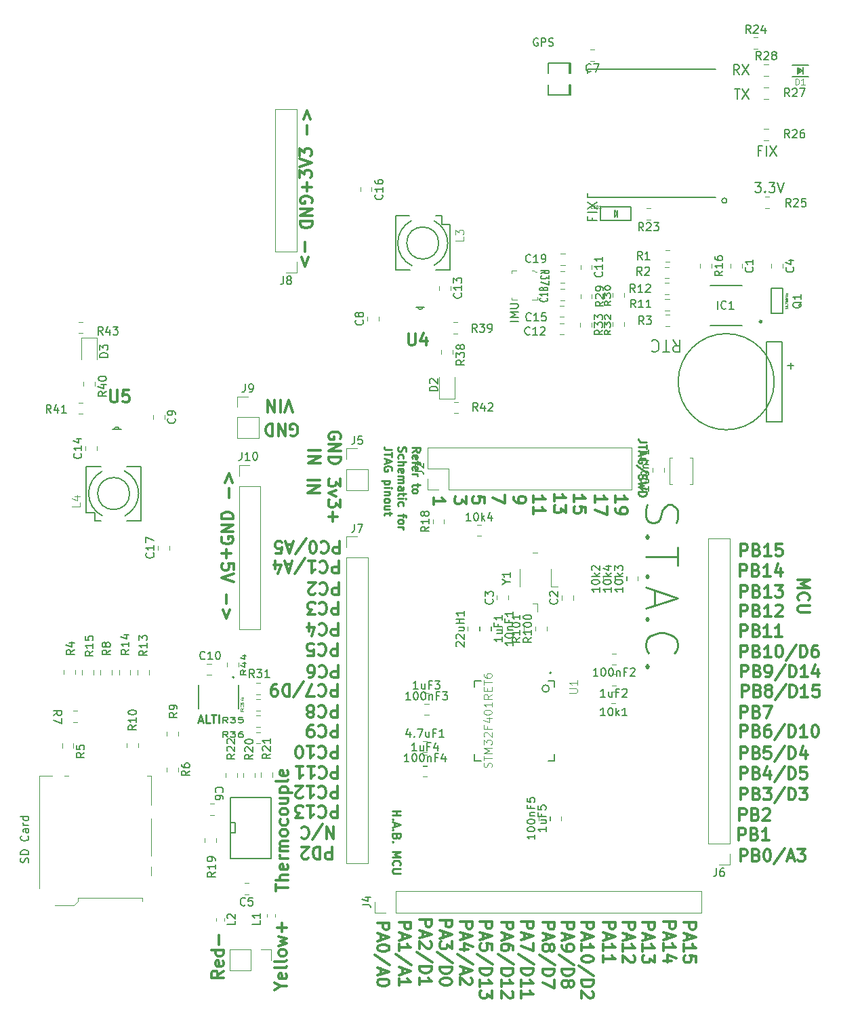
<source format=gbr>
G04 #@! TF.GenerationSoftware,KiCad,Pcbnew,5.0.2-bee76a0~70~ubuntu18.04.1*
G04 #@! TF.CreationDate,2019-04-16T21:06:36-07:00*
G04 #@! TF.ProjectId,habiv-board,68616269-762d-4626-9f61-72642e6b6963,rev?*
G04 #@! TF.SameCoordinates,Original*
G04 #@! TF.FileFunction,Legend,Top*
G04 #@! TF.FilePolarity,Positive*
%FSLAX46Y46*%
G04 Gerber Fmt 4.6, Leading zero omitted, Abs format (unit mm)*
G04 Created by KiCad (PCBNEW 5.0.2-bee76a0~70~ubuntu18.04.1) date Tue 16 Apr 2019 09:06:36 PM PDT*
%MOMM*%
%LPD*%
G01*
G04 APERTURE LIST*
%ADD10C,0.300000*%
%ADD11C,0.190500*%
%ADD12C,0.150000*%
%ADD13C,0.250000*%
%ADD14C,0.127000*%
%ADD15C,0.200000*%
%ADD16C,0.120000*%
%ADD17C,0.203200*%
%ADD18C,0.100000*%
%ADD19C,0.152400*%
%ADD20C,0.144780*%
%ADD21C,0.057912*%
%ADD22C,0.115824*%
%ADD23C,0.062500*%
%ADD24C,0.050000*%
G04 APERTURE END LIST*
D10*
X128689142Y-47780571D02*
X128689142Y-48994857D01*
X128760571Y-49137714D01*
X128832000Y-49209142D01*
X128974857Y-49280571D01*
X129260571Y-49280571D01*
X129403428Y-49209142D01*
X129474857Y-49137714D01*
X129546285Y-48994857D01*
X129546285Y-47780571D01*
X130903428Y-48280571D02*
X130903428Y-49280571D01*
X130546285Y-47709142D02*
X130189142Y-48780571D01*
X131117714Y-48780571D01*
X91489142Y-54880571D02*
X91489142Y-56094857D01*
X91560571Y-56237714D01*
X91632000Y-56309142D01*
X91774857Y-56380571D01*
X92060571Y-56380571D01*
X92203428Y-56309142D01*
X92274857Y-56237714D01*
X92346285Y-56094857D01*
X92346285Y-54880571D01*
X93774857Y-54880571D02*
X93060571Y-54880571D01*
X92989142Y-55594857D01*
X93060571Y-55523428D01*
X93203428Y-55452000D01*
X93560571Y-55452000D01*
X93703428Y-55523428D01*
X93774857Y-55594857D01*
X93846285Y-55737714D01*
X93846285Y-56094857D01*
X93774857Y-56237714D01*
X93703428Y-56309142D01*
X93560571Y-56380571D01*
X93203428Y-56380571D01*
X93060571Y-56309142D01*
X92989142Y-56237714D01*
X116582000Y-31480571D02*
X116653428Y-31337714D01*
X116653428Y-31123428D01*
X116582000Y-30909142D01*
X116439142Y-30766285D01*
X116296285Y-30694857D01*
X116010571Y-30623428D01*
X115796285Y-30623428D01*
X115510571Y-30694857D01*
X115367714Y-30766285D01*
X115224857Y-30909142D01*
X115153428Y-31123428D01*
X115153428Y-31266285D01*
X115224857Y-31480571D01*
X115296285Y-31552000D01*
X115796285Y-31552000D01*
X115796285Y-31266285D01*
X115153428Y-32194857D02*
X116653428Y-32194857D01*
X115153428Y-33052000D01*
X116653428Y-33052000D01*
X115153428Y-33766285D02*
X116653428Y-33766285D01*
X116653428Y-34123428D01*
X116582000Y-34337714D01*
X116439142Y-34480571D01*
X116296285Y-34552000D01*
X116010571Y-34623428D01*
X115796285Y-34623428D01*
X115510571Y-34552000D01*
X115367714Y-34480571D01*
X115224857Y-34337714D01*
X115153428Y-34123428D01*
X115153428Y-33766285D01*
X115724857Y-36409142D02*
X115724857Y-37552000D01*
X116153428Y-38266285D02*
X115724857Y-39409142D01*
X115296285Y-38266285D01*
X116014142Y-30073428D02*
X116014142Y-28930571D01*
X116585571Y-29502000D02*
X115442714Y-29502000D01*
X115085571Y-28359142D02*
X115085571Y-27430571D01*
X115657000Y-27930571D01*
X115657000Y-27716285D01*
X115728428Y-27573428D01*
X115799857Y-27502000D01*
X115942714Y-27430571D01*
X116299857Y-27430571D01*
X116442714Y-27502000D01*
X116514142Y-27573428D01*
X116585571Y-27716285D01*
X116585571Y-28144857D01*
X116514142Y-28287714D01*
X116442714Y-28359142D01*
X115085571Y-27002000D02*
X116585571Y-26502000D01*
X115085571Y-26002000D01*
X115085571Y-25644857D02*
X115085571Y-24716285D01*
X115657000Y-25216285D01*
X115657000Y-25002000D01*
X115728428Y-24859142D01*
X115799857Y-24787714D01*
X115942714Y-24716285D01*
X116299857Y-24716285D01*
X116442714Y-24787714D01*
X116514142Y-24859142D01*
X116585571Y-25002000D01*
X116585571Y-25430571D01*
X116514142Y-25573428D01*
X116442714Y-25644857D01*
X116014142Y-22930571D02*
X116014142Y-21787714D01*
X115585571Y-21073428D02*
X116014142Y-19930571D01*
X116442714Y-21073428D01*
D11*
X172771253Y-24964571D02*
X172369086Y-24964571D01*
X172369086Y-25596547D02*
X172369086Y-24390047D01*
X172943610Y-24390047D01*
X173403229Y-25596547D02*
X173403229Y-24390047D01*
X173862848Y-24390047D02*
X174667182Y-25596547D01*
X174667182Y-24390047D02*
X173862848Y-25596547D01*
X172000182Y-28962047D02*
X172747063Y-28962047D01*
X172344896Y-29421666D01*
X172517253Y-29421666D01*
X172632158Y-29479119D01*
X172689610Y-29536571D01*
X172747063Y-29651476D01*
X172747063Y-29938738D01*
X172689610Y-30053642D01*
X172632158Y-30111095D01*
X172517253Y-30168547D01*
X172172539Y-30168547D01*
X172057634Y-30111095D01*
X172000182Y-30053642D01*
X173264134Y-30053642D02*
X173321586Y-30111095D01*
X173264134Y-30168547D01*
X173206682Y-30111095D01*
X173264134Y-30053642D01*
X173264134Y-30168547D01*
X173723753Y-28962047D02*
X174470634Y-28962047D01*
X174068467Y-29421666D01*
X174240825Y-29421666D01*
X174355729Y-29479119D01*
X174413182Y-29536571D01*
X174470634Y-29651476D01*
X174470634Y-29938738D01*
X174413182Y-30053642D01*
X174355729Y-30111095D01*
X174240825Y-30168547D01*
X173896110Y-30168547D01*
X173781205Y-30111095D01*
X173723753Y-30053642D01*
X174815348Y-28962047D02*
X175217515Y-30168547D01*
X175619682Y-28962047D01*
X169402729Y-17278047D02*
X170092158Y-17278047D01*
X169747444Y-18484547D02*
X169747444Y-17278047D01*
X170379420Y-17278047D02*
X171183753Y-18484547D01*
X171183753Y-17278047D02*
X170379420Y-18484547D01*
X170010515Y-15436547D02*
X169608348Y-14862023D01*
X169321086Y-15436547D02*
X169321086Y-14230047D01*
X169780705Y-14230047D01*
X169895610Y-14287500D01*
X169953063Y-14344952D01*
X170010515Y-14459857D01*
X170010515Y-14632214D01*
X169953063Y-14747119D01*
X169895610Y-14804571D01*
X169780705Y-14862023D01*
X169321086Y-14862023D01*
X170412682Y-14230047D02*
X171217015Y-15436547D01*
X171217015Y-14230047D02*
X170412682Y-15436547D01*
X151642171Y-33298646D02*
X151642171Y-33700813D01*
X152274147Y-33700813D02*
X151067647Y-33700813D01*
X151067647Y-33126289D01*
X152274147Y-32666670D02*
X151067647Y-32666670D01*
X151067647Y-32207051D02*
X152274147Y-31402717D01*
X151067647Y-31402717D02*
X152274147Y-32207051D01*
D12*
X161713142Y-48613428D02*
X162213142Y-49327714D01*
X162570285Y-48613428D02*
X162570285Y-50113428D01*
X161998857Y-50113428D01*
X161856000Y-50042000D01*
X161784571Y-49970571D01*
X161713142Y-49827714D01*
X161713142Y-49613428D01*
X161784571Y-49470571D01*
X161856000Y-49399142D01*
X161998857Y-49327714D01*
X162570285Y-49327714D01*
X161284571Y-50113428D02*
X160427428Y-50113428D01*
X160856000Y-48613428D02*
X160856000Y-50113428D01*
X159070285Y-48756285D02*
X159141714Y-48684857D01*
X159356000Y-48613428D01*
X159498857Y-48613428D01*
X159713142Y-48684857D01*
X159856000Y-48827714D01*
X159927428Y-48970571D01*
X159998857Y-49256285D01*
X159998857Y-49470571D01*
X159927428Y-49756285D01*
X159856000Y-49899142D01*
X159713142Y-50042000D01*
X159498857Y-50113428D01*
X159356000Y-50113428D01*
X159141714Y-50042000D01*
X159070285Y-49970571D01*
D10*
X105949857Y-74694857D02*
X105949857Y-75837714D01*
X105378428Y-75266285D02*
X106521285Y-75266285D01*
X106878428Y-77266285D02*
X106878428Y-76552000D01*
X106164142Y-76480571D01*
X106235571Y-76552000D01*
X106307000Y-76694857D01*
X106307000Y-77052000D01*
X106235571Y-77194857D01*
X106164142Y-77266285D01*
X106021285Y-77337714D01*
X105664142Y-77337714D01*
X105521285Y-77266285D01*
X105449857Y-77194857D01*
X105378428Y-77052000D01*
X105378428Y-76694857D01*
X105449857Y-76552000D01*
X105521285Y-76480571D01*
X106878428Y-77766285D02*
X105378428Y-78266285D01*
X106878428Y-78766285D01*
X105949857Y-80409142D02*
X105949857Y-81552000D01*
X106378428Y-82266285D02*
X105949857Y-83409142D01*
X105521285Y-82266285D01*
X105382000Y-73223428D02*
X105310571Y-73366285D01*
X105310571Y-73580571D01*
X105382000Y-73794857D01*
X105524857Y-73937714D01*
X105667714Y-74009142D01*
X105953428Y-74080571D01*
X106167714Y-74080571D01*
X106453428Y-74009142D01*
X106596285Y-73937714D01*
X106739142Y-73794857D01*
X106810571Y-73580571D01*
X106810571Y-73437714D01*
X106739142Y-73223428D01*
X106667714Y-73152000D01*
X106167714Y-73152000D01*
X106167714Y-73437714D01*
X106810571Y-72509142D02*
X105310571Y-72509142D01*
X106810571Y-71652000D01*
X105310571Y-71652000D01*
X106810571Y-70937714D02*
X105310571Y-70937714D01*
X105310571Y-70580571D01*
X105382000Y-70366285D01*
X105524857Y-70223428D01*
X105667714Y-70152000D01*
X105953428Y-70080571D01*
X106167714Y-70080571D01*
X106453428Y-70152000D01*
X106596285Y-70223428D01*
X106739142Y-70366285D01*
X106810571Y-70580571D01*
X106810571Y-70937714D01*
X106239142Y-68294857D02*
X106239142Y-67152000D01*
X105810571Y-66437714D02*
X106239142Y-65294857D01*
X106667714Y-66437714D01*
X114201707Y-57625337D02*
X113701707Y-56125337D01*
X113201707Y-57625337D01*
X112701707Y-56125337D02*
X112701707Y-57625337D01*
X111987421Y-56125337D02*
X111987421Y-57625337D01*
X111130278Y-56125337D01*
X111130278Y-57625337D01*
X114011587Y-60515549D02*
X114154444Y-60586977D01*
X114368730Y-60586977D01*
X114583015Y-60515549D01*
X114725872Y-60372691D01*
X114797301Y-60229834D01*
X114868730Y-59944120D01*
X114868730Y-59729834D01*
X114797301Y-59444120D01*
X114725872Y-59301263D01*
X114583015Y-59158406D01*
X114368730Y-59086977D01*
X114225872Y-59086977D01*
X114011587Y-59158406D01*
X113940158Y-59229834D01*
X113940158Y-59729834D01*
X114225872Y-59729834D01*
X113297301Y-59086977D02*
X113297301Y-60586977D01*
X112440158Y-59086977D01*
X112440158Y-60586977D01*
X111725872Y-59086977D02*
X111725872Y-60586977D01*
X111368730Y-60586977D01*
X111154444Y-60515549D01*
X111011587Y-60372691D01*
X110940158Y-60229834D01*
X110868730Y-59944120D01*
X110868730Y-59729834D01*
X110940158Y-59444120D01*
X111011587Y-59301263D01*
X111154444Y-59158406D01*
X111368730Y-59086977D01*
X111725872Y-59086977D01*
X177338195Y-78537733D02*
X178838195Y-78537733D01*
X177766767Y-79037733D01*
X178838195Y-79537733D01*
X177338195Y-79537733D01*
X177481052Y-81109162D02*
X177409624Y-81037733D01*
X177338195Y-80823448D01*
X177338195Y-80680590D01*
X177409624Y-80466305D01*
X177552481Y-80323448D01*
X177695338Y-80252019D01*
X177981052Y-80180590D01*
X178195338Y-80180590D01*
X178481052Y-80252019D01*
X178623909Y-80323448D01*
X178766767Y-80466305D01*
X178838195Y-80680590D01*
X178838195Y-80823448D01*
X178766767Y-81037733D01*
X178695338Y-81109162D01*
X178838195Y-81752019D02*
X177623909Y-81752019D01*
X177481052Y-81823448D01*
X177409624Y-81894876D01*
X177338195Y-82037733D01*
X177338195Y-82323448D01*
X177409624Y-82466305D01*
X177481052Y-82537733D01*
X177623909Y-82609162D01*
X178838195Y-82609162D01*
D13*
X126692826Y-107393803D02*
X127692826Y-107393803D01*
X127216635Y-107393803D02*
X127216635Y-107965231D01*
X126692826Y-107965231D02*
X127692826Y-107965231D01*
X126788064Y-108441422D02*
X126740445Y-108489041D01*
X126692826Y-108441422D01*
X126740445Y-108393803D01*
X126788064Y-108441422D01*
X126692826Y-108441422D01*
X126978540Y-108869993D02*
X126978540Y-109346184D01*
X126692826Y-108774755D02*
X127692826Y-109108088D01*
X126692826Y-109441422D01*
X126788064Y-109774755D02*
X126740445Y-109822374D01*
X126692826Y-109774755D01*
X126740445Y-109727136D01*
X126788064Y-109774755D01*
X126692826Y-109774755D01*
X127216635Y-110584279D02*
X127169016Y-110727136D01*
X127121397Y-110774755D01*
X127026159Y-110822374D01*
X126883302Y-110822374D01*
X126788064Y-110774755D01*
X126740445Y-110727136D01*
X126692826Y-110631898D01*
X126692826Y-110250946D01*
X127692826Y-110250946D01*
X127692826Y-110584279D01*
X127645207Y-110679517D01*
X127597587Y-110727136D01*
X127502349Y-110774755D01*
X127407111Y-110774755D01*
X127311873Y-110727136D01*
X127264254Y-110679517D01*
X127216635Y-110584279D01*
X127216635Y-110250946D01*
X126788064Y-111250946D02*
X126740445Y-111298565D01*
X126692826Y-111250946D01*
X126740445Y-111203327D01*
X126788064Y-111250946D01*
X126692826Y-111250946D01*
X126692826Y-112489041D02*
X127692826Y-112489041D01*
X126978540Y-112822374D01*
X127692826Y-113155708D01*
X126692826Y-113155708D01*
X126788064Y-114203327D02*
X126740445Y-114155708D01*
X126692826Y-114012850D01*
X126692826Y-113917612D01*
X126740445Y-113774755D01*
X126835683Y-113679517D01*
X126930921Y-113631898D01*
X127121397Y-113584279D01*
X127264254Y-113584279D01*
X127454730Y-113631898D01*
X127549968Y-113679517D01*
X127645207Y-113774755D01*
X127692826Y-113917612D01*
X127692826Y-114012850D01*
X127645207Y-114155708D01*
X127597587Y-114203327D01*
X127692826Y-114631898D02*
X126883302Y-114631898D01*
X126788064Y-114679517D01*
X126740445Y-114727136D01*
X126692826Y-114822374D01*
X126692826Y-115012850D01*
X126740445Y-115108088D01*
X126788064Y-115155708D01*
X126883302Y-115203327D01*
X127692826Y-115203327D01*
D10*
X120178607Y-60910996D02*
X120250035Y-60768139D01*
X120250035Y-60553853D01*
X120178607Y-60339568D01*
X120035749Y-60196710D01*
X119892892Y-60125282D01*
X119607178Y-60053853D01*
X119392892Y-60053853D01*
X119107178Y-60125282D01*
X118964321Y-60196710D01*
X118821464Y-60339568D01*
X118750035Y-60553853D01*
X118750035Y-60696710D01*
X118821464Y-60910996D01*
X118892892Y-60982425D01*
X119392892Y-60982425D01*
X119392892Y-60696710D01*
X118750035Y-61625282D02*
X120250035Y-61625282D01*
X118750035Y-62482425D01*
X120250035Y-62482425D01*
X118750035Y-63196710D02*
X120250035Y-63196710D01*
X120250035Y-63553853D01*
X120178607Y-63768139D01*
X120035749Y-63910996D01*
X119892892Y-63982425D01*
X119607178Y-64053853D01*
X119392892Y-64053853D01*
X119107178Y-63982425D01*
X118964321Y-63910996D01*
X118821464Y-63768139D01*
X118750035Y-63553853D01*
X118750035Y-63196710D01*
X116200035Y-62410996D02*
X117700035Y-62410996D01*
X116200035Y-63125282D02*
X117700035Y-63125282D01*
X116200035Y-63982425D01*
X117700035Y-63982425D01*
X120189075Y-65954773D02*
X120189075Y-66883345D01*
X119617647Y-66383345D01*
X119617647Y-66597630D01*
X119546218Y-66740488D01*
X119474789Y-66811916D01*
X119331932Y-66883345D01*
X118974789Y-66883345D01*
X118831932Y-66811916D01*
X118760504Y-66740488D01*
X118689075Y-66597630D01*
X118689075Y-66169059D01*
X118760504Y-66026202D01*
X118831932Y-65954773D01*
X119689075Y-67383345D02*
X118689075Y-67740488D01*
X119689075Y-68097630D01*
X120189075Y-68526202D02*
X120189075Y-69454773D01*
X119617647Y-68954773D01*
X119617647Y-69169059D01*
X119546218Y-69311916D01*
X119474789Y-69383345D01*
X119331932Y-69454773D01*
X118974789Y-69454773D01*
X118831932Y-69383345D01*
X118760504Y-69311916D01*
X118689075Y-69169059D01*
X118689075Y-68740488D01*
X118760504Y-68597630D01*
X118831932Y-68526202D01*
X119260504Y-70097630D02*
X119260504Y-71240488D01*
X118689075Y-70669059D02*
X119831932Y-70669059D01*
X116139075Y-66097630D02*
X117639075Y-66097630D01*
X116139075Y-66811916D02*
X117639075Y-66811916D01*
X116139075Y-67669059D01*
X117639075Y-67669059D01*
D13*
X129138786Y-62590671D02*
X129614976Y-62257338D01*
X129138786Y-62019243D02*
X130138786Y-62019243D01*
X130138786Y-62400195D01*
X130091167Y-62495433D01*
X130043547Y-62543052D01*
X129948309Y-62590671D01*
X129805452Y-62590671D01*
X129710214Y-62543052D01*
X129662595Y-62495433D01*
X129614976Y-62400195D01*
X129614976Y-62019243D01*
X129186405Y-63400195D02*
X129138786Y-63304957D01*
X129138786Y-63114481D01*
X129186405Y-63019243D01*
X129281643Y-62971624D01*
X129662595Y-62971624D01*
X129757833Y-63019243D01*
X129805452Y-63114481D01*
X129805452Y-63304957D01*
X129757833Y-63400195D01*
X129662595Y-63447814D01*
X129567357Y-63447814D01*
X129472119Y-62971624D01*
X129805452Y-63733528D02*
X129805452Y-64114481D01*
X129138786Y-63876386D02*
X129995928Y-63876386D01*
X130091167Y-63924005D01*
X130138786Y-64019243D01*
X130138786Y-64114481D01*
X129186405Y-64828767D02*
X129138786Y-64733528D01*
X129138786Y-64543052D01*
X129186405Y-64447814D01*
X129281643Y-64400195D01*
X129662595Y-64400195D01*
X129757833Y-64447814D01*
X129805452Y-64543052D01*
X129805452Y-64733528D01*
X129757833Y-64828767D01*
X129662595Y-64876386D01*
X129567357Y-64876386D01*
X129472119Y-64400195D01*
X129138786Y-65304957D02*
X129805452Y-65304957D01*
X129614976Y-65304957D02*
X129710214Y-65352576D01*
X129757833Y-65400195D01*
X129805452Y-65495433D01*
X129805452Y-65590671D01*
X129805452Y-66543052D02*
X129805452Y-66924005D01*
X130138786Y-66685909D02*
X129281643Y-66685909D01*
X129186405Y-66733528D01*
X129138786Y-66828767D01*
X129138786Y-66924005D01*
X129138786Y-67400195D02*
X129186405Y-67304957D01*
X129234024Y-67257338D01*
X129329262Y-67209719D01*
X129614976Y-67209719D01*
X129710214Y-67257338D01*
X129757833Y-67304957D01*
X129805452Y-67400195D01*
X129805452Y-67543052D01*
X129757833Y-67638290D01*
X129710214Y-67685909D01*
X129614976Y-67733528D01*
X129329262Y-67733528D01*
X129234024Y-67685909D01*
X129186405Y-67638290D01*
X129138786Y-67543052D01*
X129138786Y-67400195D01*
X127436405Y-61971624D02*
X127388786Y-62114481D01*
X127388786Y-62352576D01*
X127436405Y-62447814D01*
X127484024Y-62495433D01*
X127579262Y-62543052D01*
X127674500Y-62543052D01*
X127769738Y-62495433D01*
X127817357Y-62447814D01*
X127864976Y-62352576D01*
X127912595Y-62162100D01*
X127960214Y-62066862D01*
X128007833Y-62019243D01*
X128103071Y-61971624D01*
X128198309Y-61971624D01*
X128293547Y-62019243D01*
X128341167Y-62066862D01*
X128388786Y-62162100D01*
X128388786Y-62400195D01*
X128341167Y-62543052D01*
X127436405Y-63400195D02*
X127388786Y-63304957D01*
X127388786Y-63114481D01*
X127436405Y-63019243D01*
X127484024Y-62971624D01*
X127579262Y-62924005D01*
X127864976Y-62924005D01*
X127960214Y-62971624D01*
X128007833Y-63019243D01*
X128055452Y-63114481D01*
X128055452Y-63304957D01*
X128007833Y-63400195D01*
X127388786Y-63828767D02*
X128388786Y-63828767D01*
X127388786Y-64257338D02*
X127912595Y-64257338D01*
X128007833Y-64209719D01*
X128055452Y-64114481D01*
X128055452Y-63971624D01*
X128007833Y-63876386D01*
X127960214Y-63828767D01*
X127436405Y-65114481D02*
X127388786Y-65019243D01*
X127388786Y-64828767D01*
X127436405Y-64733528D01*
X127531643Y-64685909D01*
X127912595Y-64685909D01*
X128007833Y-64733528D01*
X128055452Y-64828767D01*
X128055452Y-65019243D01*
X128007833Y-65114481D01*
X127912595Y-65162100D01*
X127817357Y-65162100D01*
X127722119Y-64685909D01*
X127388786Y-65590671D02*
X128055452Y-65590671D01*
X127960214Y-65590671D02*
X128007833Y-65638290D01*
X128055452Y-65733528D01*
X128055452Y-65876386D01*
X128007833Y-65971624D01*
X127912595Y-66019243D01*
X127388786Y-66019243D01*
X127912595Y-66019243D02*
X128007833Y-66066862D01*
X128055452Y-66162100D01*
X128055452Y-66304957D01*
X128007833Y-66400195D01*
X127912595Y-66447814D01*
X127388786Y-66447814D01*
X127388786Y-67352576D02*
X127912595Y-67352576D01*
X128007833Y-67304957D01*
X128055452Y-67209719D01*
X128055452Y-67019243D01*
X128007833Y-66924005D01*
X127436405Y-67352576D02*
X127388786Y-67257338D01*
X127388786Y-67019243D01*
X127436405Y-66924005D01*
X127531643Y-66876386D01*
X127626881Y-66876386D01*
X127722119Y-66924005D01*
X127769738Y-67019243D01*
X127769738Y-67257338D01*
X127817357Y-67352576D01*
X128055452Y-67685909D02*
X128055452Y-68066862D01*
X128388786Y-67828767D02*
X127531643Y-67828767D01*
X127436405Y-67876386D01*
X127388786Y-67971624D01*
X127388786Y-68066862D01*
X127388786Y-68400195D02*
X128055452Y-68400195D01*
X128388786Y-68400195D02*
X128341167Y-68352576D01*
X128293547Y-68400195D01*
X128341167Y-68447814D01*
X128388786Y-68400195D01*
X128293547Y-68400195D01*
X127436405Y-69304957D02*
X127388786Y-69209719D01*
X127388786Y-69019243D01*
X127436405Y-68924005D01*
X127484024Y-68876386D01*
X127579262Y-68828767D01*
X127864976Y-68828767D01*
X127960214Y-68876386D01*
X128007833Y-68924005D01*
X128055452Y-69019243D01*
X128055452Y-69209719D01*
X128007833Y-69304957D01*
X128055452Y-70352576D02*
X128055452Y-70733528D01*
X127388786Y-70495433D02*
X128245928Y-70495433D01*
X128341167Y-70543052D01*
X128388786Y-70638290D01*
X128388786Y-70733528D01*
X127388786Y-71209719D02*
X127436405Y-71114481D01*
X127484024Y-71066862D01*
X127579262Y-71019243D01*
X127864976Y-71019243D01*
X127960214Y-71066862D01*
X128007833Y-71114481D01*
X128055452Y-71209719D01*
X128055452Y-71352576D01*
X128007833Y-71447814D01*
X127960214Y-71495433D01*
X127864976Y-71543052D01*
X127579262Y-71543052D01*
X127484024Y-71495433D01*
X127436405Y-71447814D01*
X127388786Y-71352576D01*
X127388786Y-71209719D01*
X127388786Y-71971624D02*
X128055452Y-71971624D01*
X127864976Y-71971624D02*
X127960214Y-72019243D01*
X128007833Y-72066862D01*
X128055452Y-72162100D01*
X128055452Y-72257338D01*
X126638786Y-62304957D02*
X125924500Y-62304957D01*
X125781643Y-62257338D01*
X125686405Y-62162100D01*
X125638786Y-62019243D01*
X125638786Y-61924005D01*
X126638786Y-62638290D02*
X126638786Y-63209719D01*
X125638786Y-62924005D02*
X126638786Y-62924005D01*
X125924500Y-63495433D02*
X125924500Y-63971624D01*
X125638786Y-63400195D02*
X126638786Y-63733528D01*
X125638786Y-64066862D01*
X126591167Y-64924005D02*
X126638786Y-64828767D01*
X126638786Y-64685909D01*
X126591167Y-64543052D01*
X126495928Y-64447814D01*
X126400690Y-64400195D01*
X126210214Y-64352576D01*
X126067357Y-64352576D01*
X125876881Y-64400195D01*
X125781643Y-64447814D01*
X125686405Y-64543052D01*
X125638786Y-64685909D01*
X125638786Y-64781148D01*
X125686405Y-64924005D01*
X125734024Y-64971624D01*
X126067357Y-64971624D01*
X126067357Y-64781148D01*
X126305452Y-66162100D02*
X125305452Y-66162100D01*
X126257833Y-66162100D02*
X126305452Y-66257338D01*
X126305452Y-66447814D01*
X126257833Y-66543052D01*
X126210214Y-66590671D01*
X126114976Y-66638290D01*
X125829262Y-66638290D01*
X125734024Y-66590671D01*
X125686405Y-66543052D01*
X125638786Y-66447814D01*
X125638786Y-66257338D01*
X125686405Y-66162100D01*
X125638786Y-67066862D02*
X126305452Y-67066862D01*
X126638786Y-67066862D02*
X126591167Y-67019243D01*
X126543547Y-67066862D01*
X126591167Y-67114481D01*
X126638786Y-67066862D01*
X126543547Y-67066862D01*
X126305452Y-67543052D02*
X125638786Y-67543052D01*
X126210214Y-67543052D02*
X126257833Y-67590671D01*
X126305452Y-67685909D01*
X126305452Y-67828767D01*
X126257833Y-67924005D01*
X126162595Y-67971624D01*
X125638786Y-67971624D01*
X125638786Y-68590671D02*
X125686405Y-68495433D01*
X125734024Y-68447814D01*
X125829262Y-68400195D01*
X126114976Y-68400195D01*
X126210214Y-68447814D01*
X126257833Y-68495433D01*
X126305452Y-68590671D01*
X126305452Y-68733528D01*
X126257833Y-68828767D01*
X126210214Y-68876386D01*
X126114976Y-68924005D01*
X125829262Y-68924005D01*
X125734024Y-68876386D01*
X125686405Y-68828767D01*
X125638786Y-68733528D01*
X125638786Y-68590671D01*
X126305452Y-69781148D02*
X125638786Y-69781148D01*
X126305452Y-69352576D02*
X125781643Y-69352576D01*
X125686405Y-69400195D01*
X125638786Y-69495433D01*
X125638786Y-69638290D01*
X125686405Y-69733528D01*
X125734024Y-69781148D01*
X126305452Y-70114481D02*
X126305452Y-70495433D01*
X126638786Y-70257338D02*
X125781643Y-70257338D01*
X125686405Y-70304957D01*
X125638786Y-70400195D01*
X125638786Y-70495433D01*
D10*
X154553955Y-68932613D02*
X154553955Y-68075470D01*
X154553955Y-68504042D02*
X156053955Y-68504042D01*
X155839669Y-68361185D01*
X155696812Y-68218328D01*
X155625384Y-68075470D01*
X154553955Y-69646899D02*
X154553955Y-69932613D01*
X154625384Y-70075470D01*
X154696812Y-70146899D01*
X154911098Y-70289756D01*
X155196812Y-70361185D01*
X155768241Y-70361185D01*
X155911098Y-70289756D01*
X155982527Y-70218328D01*
X156053955Y-70075470D01*
X156053955Y-69789756D01*
X155982527Y-69646899D01*
X155911098Y-69575470D01*
X155768241Y-69504042D01*
X155411098Y-69504042D01*
X155268241Y-69575470D01*
X155196812Y-69646899D01*
X155125384Y-69789756D01*
X155125384Y-70075470D01*
X155196812Y-70218328D01*
X155268241Y-70289756D01*
X155411098Y-70361185D01*
X152029195Y-68932613D02*
X152029195Y-68075470D01*
X152029195Y-68504042D02*
X153529195Y-68504042D01*
X153314909Y-68361185D01*
X153172052Y-68218328D01*
X153100624Y-68075470D01*
X153529195Y-69432613D02*
X153529195Y-70432613D01*
X152029195Y-69789756D01*
X149341875Y-68820853D02*
X149341875Y-67963710D01*
X149341875Y-68392282D02*
X150841875Y-68392282D01*
X150627589Y-68249425D01*
X150484732Y-68106568D01*
X150413304Y-67963710D01*
X150841875Y-70177996D02*
X150841875Y-69463710D01*
X150127589Y-69392282D01*
X150199018Y-69463710D01*
X150270447Y-69606568D01*
X150270447Y-69963710D01*
X150199018Y-70106568D01*
X150127589Y-70177996D01*
X149984732Y-70249425D01*
X149627589Y-70249425D01*
X149484732Y-70177996D01*
X149413304Y-70106568D01*
X149341875Y-69963710D01*
X149341875Y-69606568D01*
X149413304Y-69463710D01*
X149484732Y-69392282D01*
X146878075Y-68759893D02*
X146878075Y-67902750D01*
X146878075Y-68331322D02*
X148378075Y-68331322D01*
X148163789Y-68188465D01*
X148020932Y-68045608D01*
X147949504Y-67902750D01*
X148378075Y-69259893D02*
X148378075Y-70188465D01*
X147806647Y-69688465D01*
X147806647Y-69902750D01*
X147735218Y-70045608D01*
X147663789Y-70117036D01*
X147520932Y-70188465D01*
X147163789Y-70188465D01*
X147020932Y-70117036D01*
X146949504Y-70045608D01*
X146878075Y-69902750D01*
X146878075Y-69474179D01*
X146949504Y-69331322D01*
X147020932Y-69259893D01*
X144297435Y-68932613D02*
X144297435Y-68075470D01*
X144297435Y-68504042D02*
X145797435Y-68504042D01*
X145583149Y-68361185D01*
X145440292Y-68218328D01*
X145368864Y-68075470D01*
X144297435Y-70361185D02*
X144297435Y-69504042D01*
X144297435Y-69932613D02*
X145797435Y-69932613D01*
X145583149Y-69789756D01*
X145440292Y-69646899D01*
X145368864Y-69504042D01*
X141833635Y-68246813D02*
X141833635Y-68532528D01*
X141905064Y-68675385D01*
X141976492Y-68746813D01*
X142190778Y-68889670D01*
X142476492Y-68961099D01*
X143047921Y-68961099D01*
X143190778Y-68889670D01*
X143262207Y-68818242D01*
X143333635Y-68675385D01*
X143333635Y-68389670D01*
X143262207Y-68246813D01*
X143190778Y-68175385D01*
X143047921Y-68103956D01*
X142690778Y-68103956D01*
X142547921Y-68175385D01*
X142476492Y-68246813D01*
X142405064Y-68389670D01*
X142405064Y-68675385D01*
X142476492Y-68818242D01*
X142547921Y-68889670D01*
X142690778Y-68961099D01*
X140702195Y-67976648D02*
X140702195Y-68976648D01*
X139202195Y-68333790D01*
X138182515Y-68945550D02*
X138182515Y-68231265D01*
X137468229Y-68159836D01*
X137539658Y-68231265D01*
X137611087Y-68374122D01*
X137611087Y-68731265D01*
X137539658Y-68874122D01*
X137468229Y-68945550D01*
X137325372Y-69016979D01*
X136968229Y-69016979D01*
X136825372Y-68945550D01*
X136753944Y-68874122D01*
X136682515Y-68731265D01*
X136682515Y-68374122D01*
X136753944Y-68231265D01*
X136825372Y-68159836D01*
X135947315Y-68144288D02*
X135947315Y-69072859D01*
X135375887Y-68572859D01*
X135375887Y-68787145D01*
X135304458Y-68930002D01*
X135233029Y-69001430D01*
X135090172Y-69072859D01*
X134733029Y-69072859D01*
X134590172Y-69001430D01*
X134518744Y-68930002D01*
X134447315Y-68787145D01*
X134447315Y-68358573D01*
X134518744Y-68215716D01*
X134590172Y-68144288D01*
X131810795Y-69133819D02*
X131810795Y-68276676D01*
X131810795Y-68705248D02*
X133310795Y-68705248D01*
X133096509Y-68562390D01*
X132953652Y-68419533D01*
X132882224Y-68276676D01*
D13*
X158515679Y-69172611D02*
X158325203Y-69744040D01*
X158325203Y-70696421D01*
X158515679Y-71077373D01*
X158706155Y-71267849D01*
X159087107Y-71458326D01*
X159468060Y-71458326D01*
X159849012Y-71267849D01*
X160039488Y-71077373D01*
X160229965Y-70696421D01*
X160420441Y-69934516D01*
X160610917Y-69553564D01*
X160801393Y-69363088D01*
X161182346Y-69172611D01*
X161563298Y-69172611D01*
X161944250Y-69363088D01*
X162134727Y-69553564D01*
X162325203Y-69934516D01*
X162325203Y-70886897D01*
X162134727Y-71458326D01*
X158706155Y-73172611D02*
X158515679Y-73363088D01*
X158325203Y-73172611D01*
X158515679Y-72982135D01*
X158706155Y-73172611D01*
X158325203Y-73172611D01*
X162325203Y-74505945D02*
X162325203Y-76791659D01*
X158325203Y-75648802D02*
X162325203Y-75648802D01*
X158706155Y-78124992D02*
X158515679Y-78315468D01*
X158325203Y-78124992D01*
X158515679Y-77934516D01*
X158706155Y-78124992D01*
X158325203Y-78124992D01*
X159468060Y-79839278D02*
X159468060Y-81744040D01*
X158325203Y-79458326D02*
X162325203Y-80791659D01*
X158325203Y-82124992D01*
X158706155Y-83458326D02*
X158515679Y-83648802D01*
X158325203Y-83458326D01*
X158515679Y-83267849D01*
X158706155Y-83458326D01*
X158325203Y-83458326D01*
X158706155Y-87648802D02*
X158515679Y-87458326D01*
X158325203Y-86886897D01*
X158325203Y-86505945D01*
X158515679Y-85934516D01*
X158896631Y-85553564D01*
X159277584Y-85363088D01*
X160039488Y-85172611D01*
X160610917Y-85172611D01*
X161372822Y-85363088D01*
X161753774Y-85553564D01*
X162134727Y-85934516D01*
X162325203Y-86505945D01*
X162325203Y-86886897D01*
X162134727Y-87458326D01*
X161944250Y-87648802D01*
X158706155Y-89363088D02*
X158515679Y-89553564D01*
X158325203Y-89363088D01*
X158515679Y-89172611D01*
X158706155Y-89363088D01*
X158325203Y-89363088D01*
D10*
X119974287Y-76200396D02*
X119974287Y-77700396D01*
X119402858Y-77700396D01*
X119260001Y-77628968D01*
X119188572Y-77557539D01*
X119117144Y-77414682D01*
X119117144Y-77200396D01*
X119188572Y-77057539D01*
X119260001Y-76986110D01*
X119402858Y-76914682D01*
X119974287Y-76914682D01*
X117617144Y-76343253D02*
X117688572Y-76271825D01*
X117902858Y-76200396D01*
X118045715Y-76200396D01*
X118260001Y-76271825D01*
X118402858Y-76414682D01*
X118474287Y-76557539D01*
X118545715Y-76843253D01*
X118545715Y-77057539D01*
X118474287Y-77343253D01*
X118402858Y-77486110D01*
X118260001Y-77628968D01*
X118045715Y-77700396D01*
X117902858Y-77700396D01*
X117688572Y-77628968D01*
X117617144Y-77557539D01*
X116188572Y-76200396D02*
X117045715Y-76200396D01*
X116617144Y-76200396D02*
X116617144Y-77700396D01*
X116760001Y-77486110D01*
X116902858Y-77343253D01*
X117045715Y-77271825D01*
X114474287Y-77771825D02*
X115760001Y-75843253D01*
X114045715Y-76628968D02*
X113331429Y-76628968D01*
X114188572Y-76200396D02*
X113688572Y-77700396D01*
X113188572Y-76200396D01*
X112045715Y-77200396D02*
X112045715Y-76200396D01*
X112402858Y-77771825D02*
X112760001Y-76700396D01*
X111831429Y-76700396D01*
X119924389Y-81351516D02*
X119924389Y-82851516D01*
X119352961Y-82851516D01*
X119210104Y-82780088D01*
X119138675Y-82708659D01*
X119067247Y-82565802D01*
X119067247Y-82351516D01*
X119138675Y-82208659D01*
X119210104Y-82137230D01*
X119352961Y-82065802D01*
X119924389Y-82065802D01*
X117567247Y-81494373D02*
X117638675Y-81422945D01*
X117852961Y-81351516D01*
X117995818Y-81351516D01*
X118210104Y-81422945D01*
X118352961Y-81565802D01*
X118424389Y-81708659D01*
X118495818Y-81994373D01*
X118495818Y-82208659D01*
X118424389Y-82494373D01*
X118352961Y-82637230D01*
X118210104Y-82780088D01*
X117995818Y-82851516D01*
X117852961Y-82851516D01*
X117638675Y-82780088D01*
X117567247Y-82708659D01*
X117067247Y-82851516D02*
X116138675Y-82851516D01*
X116638675Y-82280088D01*
X116424389Y-82280088D01*
X116281532Y-82208659D01*
X116210104Y-82137230D01*
X116138675Y-81994373D01*
X116138675Y-81637230D01*
X116210104Y-81494373D01*
X116281532Y-81422945D01*
X116424389Y-81351516D01*
X116852961Y-81351516D01*
X116995818Y-81422945D01*
X117067247Y-81494373D01*
X119873589Y-83972796D02*
X119873589Y-85472796D01*
X119302161Y-85472796D01*
X119159304Y-85401368D01*
X119087875Y-85329939D01*
X119016447Y-85187082D01*
X119016447Y-84972796D01*
X119087875Y-84829939D01*
X119159304Y-84758510D01*
X119302161Y-84687082D01*
X119873589Y-84687082D01*
X117516447Y-84115653D02*
X117587875Y-84044225D01*
X117802161Y-83972796D01*
X117945018Y-83972796D01*
X118159304Y-84044225D01*
X118302161Y-84187082D01*
X118373589Y-84329939D01*
X118445018Y-84615653D01*
X118445018Y-84829939D01*
X118373589Y-85115653D01*
X118302161Y-85258510D01*
X118159304Y-85401368D01*
X117945018Y-85472796D01*
X117802161Y-85472796D01*
X117587875Y-85401368D01*
X117516447Y-85329939D01*
X116230732Y-84972796D02*
X116230732Y-83972796D01*
X116587875Y-85544225D02*
X116945018Y-84472796D01*
X116016447Y-84472796D01*
X119975189Y-78882636D02*
X119975189Y-80382636D01*
X119403761Y-80382636D01*
X119260904Y-80311208D01*
X119189475Y-80239779D01*
X119118047Y-80096922D01*
X119118047Y-79882636D01*
X119189475Y-79739779D01*
X119260904Y-79668350D01*
X119403761Y-79596922D01*
X119975189Y-79596922D01*
X117618047Y-79025493D02*
X117689475Y-78954065D01*
X117903761Y-78882636D01*
X118046618Y-78882636D01*
X118260904Y-78954065D01*
X118403761Y-79096922D01*
X118475189Y-79239779D01*
X118546618Y-79525493D01*
X118546618Y-79739779D01*
X118475189Y-80025493D01*
X118403761Y-80168350D01*
X118260904Y-80311208D01*
X118046618Y-80382636D01*
X117903761Y-80382636D01*
X117689475Y-80311208D01*
X117618047Y-80239779D01*
X117046618Y-80239779D02*
X116975189Y-80311208D01*
X116832332Y-80382636D01*
X116475189Y-80382636D01*
X116332332Y-80311208D01*
X116260904Y-80239779D01*
X116189475Y-80096922D01*
X116189475Y-79954065D01*
X116260904Y-79739779D01*
X117118047Y-78882636D01*
X116189475Y-78882636D01*
X119861435Y-101839156D02*
X119861435Y-103339156D01*
X119290007Y-103339156D01*
X119147149Y-103267728D01*
X119075721Y-103196299D01*
X119004292Y-103053442D01*
X119004292Y-102839156D01*
X119075721Y-102696299D01*
X119147149Y-102624870D01*
X119290007Y-102553442D01*
X119861435Y-102553442D01*
X117504292Y-101982013D02*
X117575721Y-101910585D01*
X117790007Y-101839156D01*
X117932864Y-101839156D01*
X118147149Y-101910585D01*
X118290007Y-102053442D01*
X118361435Y-102196299D01*
X118432864Y-102482013D01*
X118432864Y-102696299D01*
X118361435Y-102982013D01*
X118290007Y-103124870D01*
X118147149Y-103267728D01*
X117932864Y-103339156D01*
X117790007Y-103339156D01*
X117575721Y-103267728D01*
X117504292Y-103196299D01*
X116075721Y-101839156D02*
X116932864Y-101839156D01*
X116504292Y-101839156D02*
X116504292Y-103339156D01*
X116647149Y-103124870D01*
X116790007Y-102982013D01*
X116932864Y-102910585D01*
X114647149Y-101839156D02*
X115504292Y-101839156D01*
X115075721Y-101839156D02*
X115075721Y-103339156D01*
X115218578Y-103124870D01*
X115361435Y-102982013D01*
X115504292Y-102910585D01*
X119830955Y-99314396D02*
X119830955Y-100814396D01*
X119259527Y-100814396D01*
X119116669Y-100742968D01*
X119045241Y-100671539D01*
X118973812Y-100528682D01*
X118973812Y-100314396D01*
X119045241Y-100171539D01*
X119116669Y-100100110D01*
X119259527Y-100028682D01*
X119830955Y-100028682D01*
X117473812Y-99457253D02*
X117545241Y-99385825D01*
X117759527Y-99314396D01*
X117902384Y-99314396D01*
X118116669Y-99385825D01*
X118259527Y-99528682D01*
X118330955Y-99671539D01*
X118402384Y-99957253D01*
X118402384Y-100171539D01*
X118330955Y-100457253D01*
X118259527Y-100600110D01*
X118116669Y-100742968D01*
X117902384Y-100814396D01*
X117759527Y-100814396D01*
X117545241Y-100742968D01*
X117473812Y-100671539D01*
X116045241Y-99314396D02*
X116902384Y-99314396D01*
X116473812Y-99314396D02*
X116473812Y-100814396D01*
X116616669Y-100600110D01*
X116759527Y-100457253D01*
X116902384Y-100385825D01*
X115116669Y-100814396D02*
X114973812Y-100814396D01*
X114830955Y-100742968D01*
X114759527Y-100671539D01*
X114688098Y-100528682D01*
X114616669Y-100242968D01*
X114616669Y-99885825D01*
X114688098Y-99600110D01*
X114759527Y-99457253D01*
X114830955Y-99385825D01*
X114973812Y-99314396D01*
X115116669Y-99314396D01*
X115259527Y-99385825D01*
X115330955Y-99457253D01*
X115402384Y-99600110D01*
X115473812Y-99885825D01*
X115473812Y-100242968D01*
X115402384Y-100528682D01*
X115330955Y-100671539D01*
X115259527Y-100742968D01*
X115116669Y-100814396D01*
X119812629Y-94208996D02*
X119812629Y-95708996D01*
X119241201Y-95708996D01*
X119098344Y-95637568D01*
X119026915Y-95566139D01*
X118955487Y-95423282D01*
X118955487Y-95208996D01*
X119026915Y-95066139D01*
X119098344Y-94994710D01*
X119241201Y-94923282D01*
X119812629Y-94923282D01*
X117455487Y-94351853D02*
X117526915Y-94280425D01*
X117741201Y-94208996D01*
X117884058Y-94208996D01*
X118098344Y-94280425D01*
X118241201Y-94423282D01*
X118312629Y-94566139D01*
X118384058Y-94851853D01*
X118384058Y-95066139D01*
X118312629Y-95351853D01*
X118241201Y-95494710D01*
X118098344Y-95637568D01*
X117884058Y-95708996D01*
X117741201Y-95708996D01*
X117526915Y-95637568D01*
X117455487Y-95566139D01*
X116598344Y-95066139D02*
X116741201Y-95137568D01*
X116812629Y-95208996D01*
X116884058Y-95351853D01*
X116884058Y-95423282D01*
X116812629Y-95566139D01*
X116741201Y-95637568D01*
X116598344Y-95708996D01*
X116312629Y-95708996D01*
X116169772Y-95637568D01*
X116098344Y-95566139D01*
X116026915Y-95423282D01*
X116026915Y-95351853D01*
X116098344Y-95208996D01*
X116169772Y-95137568D01*
X116312629Y-95066139D01*
X116598344Y-95066139D01*
X116741201Y-94994710D01*
X116812629Y-94923282D01*
X116884058Y-94780425D01*
X116884058Y-94494710D01*
X116812629Y-94351853D01*
X116741201Y-94280425D01*
X116598344Y-94208996D01*
X116312629Y-94208996D01*
X116169772Y-94280425D01*
X116098344Y-94351853D01*
X116026915Y-94494710D01*
X116026915Y-94780425D01*
X116098344Y-94923282D01*
X116169772Y-94994710D01*
X116312629Y-95066139D01*
X119838029Y-96703276D02*
X119838029Y-98203276D01*
X119266601Y-98203276D01*
X119123744Y-98131848D01*
X119052315Y-98060419D01*
X118980887Y-97917562D01*
X118980887Y-97703276D01*
X119052315Y-97560419D01*
X119123744Y-97488990D01*
X119266601Y-97417562D01*
X119838029Y-97417562D01*
X117480887Y-96846133D02*
X117552315Y-96774705D01*
X117766601Y-96703276D01*
X117909458Y-96703276D01*
X118123744Y-96774705D01*
X118266601Y-96917562D01*
X118338029Y-97060419D01*
X118409458Y-97346133D01*
X118409458Y-97560419D01*
X118338029Y-97846133D01*
X118266601Y-97988990D01*
X118123744Y-98131848D01*
X117909458Y-98203276D01*
X117766601Y-98203276D01*
X117552315Y-98131848D01*
X117480887Y-98060419D01*
X116766601Y-96703276D02*
X116480887Y-96703276D01*
X116338029Y-96774705D01*
X116266601Y-96846133D01*
X116123744Y-97060419D01*
X116052315Y-97346133D01*
X116052315Y-97917562D01*
X116123744Y-98060419D01*
X116195172Y-98131848D01*
X116338029Y-98203276D01*
X116623744Y-98203276D01*
X116766601Y-98131848D01*
X116838029Y-98060419D01*
X116909458Y-97917562D01*
X116909458Y-97560419D01*
X116838029Y-97417562D01*
X116766601Y-97346133D01*
X116623744Y-97274705D01*
X116338029Y-97274705D01*
X116195172Y-97346133D01*
X116123744Y-97417562D01*
X116052315Y-97560419D01*
X119830955Y-106751516D02*
X119830955Y-108251516D01*
X119259527Y-108251516D01*
X119116669Y-108180088D01*
X119045241Y-108108659D01*
X118973812Y-107965802D01*
X118973812Y-107751516D01*
X119045241Y-107608659D01*
X119116669Y-107537230D01*
X119259527Y-107465802D01*
X119830955Y-107465802D01*
X117473812Y-106894373D02*
X117545241Y-106822945D01*
X117759527Y-106751516D01*
X117902384Y-106751516D01*
X118116669Y-106822945D01*
X118259527Y-106965802D01*
X118330955Y-107108659D01*
X118402384Y-107394373D01*
X118402384Y-107608659D01*
X118330955Y-107894373D01*
X118259527Y-108037230D01*
X118116669Y-108180088D01*
X117902384Y-108251516D01*
X117759527Y-108251516D01*
X117545241Y-108180088D01*
X117473812Y-108108659D01*
X116045241Y-106751516D02*
X116902384Y-106751516D01*
X116473812Y-106751516D02*
X116473812Y-108251516D01*
X116616669Y-108037230D01*
X116759527Y-107894373D01*
X116902384Y-107822945D01*
X115545241Y-108251516D02*
X114616669Y-108251516D01*
X115116669Y-107680088D01*
X114902384Y-107680088D01*
X114759527Y-107608659D01*
X114688098Y-107537230D01*
X114616669Y-107394373D01*
X114616669Y-107037230D01*
X114688098Y-106894373D01*
X114759527Y-106822945D01*
X114902384Y-106751516D01*
X115330955Y-106751516D01*
X115473812Y-106822945D01*
X115545241Y-106894373D01*
X119310172Y-109362636D02*
X119310172Y-110862636D01*
X118453029Y-109362636D01*
X118453029Y-110862636D01*
X116667315Y-110934065D02*
X117953029Y-109005493D01*
X115310172Y-109505493D02*
X115381601Y-109434065D01*
X115595887Y-109362636D01*
X115738744Y-109362636D01*
X115953029Y-109434065D01*
X116095887Y-109576922D01*
X116167315Y-109719779D01*
X116238744Y-110005493D01*
X116238744Y-110219779D01*
X116167315Y-110505493D01*
X116095887Y-110648350D01*
X115953029Y-110791208D01*
X115738744Y-110862636D01*
X115595887Y-110862636D01*
X115381601Y-110791208D01*
X115310172Y-110719779D01*
X119116669Y-111887396D02*
X119116669Y-113387396D01*
X118545241Y-113387396D01*
X118402384Y-113315968D01*
X118330955Y-113244539D01*
X118259527Y-113101682D01*
X118259527Y-112887396D01*
X118330955Y-112744539D01*
X118402384Y-112673110D01*
X118545241Y-112601682D01*
X119116669Y-112601682D01*
X117616669Y-111887396D02*
X117616669Y-113387396D01*
X117259527Y-113387396D01*
X117045241Y-113315968D01*
X116902384Y-113173110D01*
X116830955Y-113030253D01*
X116759527Y-112744539D01*
X116759527Y-112530253D01*
X116830955Y-112244539D01*
X116902384Y-112101682D01*
X117045241Y-111958825D01*
X117259527Y-111887396D01*
X117616669Y-111887396D01*
X116188098Y-113244539D02*
X116116669Y-113315968D01*
X115973812Y-113387396D01*
X115616669Y-113387396D01*
X115473812Y-113315968D01*
X115402384Y-113244539D01*
X115330955Y-113101682D01*
X115330955Y-112958825D01*
X115402384Y-112744539D01*
X116259527Y-111887396D01*
X115330955Y-111887396D01*
X119830955Y-104308036D02*
X119830955Y-105808036D01*
X119259527Y-105808036D01*
X119116669Y-105736608D01*
X119045241Y-105665179D01*
X118973812Y-105522322D01*
X118973812Y-105308036D01*
X119045241Y-105165179D01*
X119116669Y-105093750D01*
X119259527Y-105022322D01*
X119830955Y-105022322D01*
X117473812Y-104450893D02*
X117545241Y-104379465D01*
X117759527Y-104308036D01*
X117902384Y-104308036D01*
X118116669Y-104379465D01*
X118259527Y-104522322D01*
X118330955Y-104665179D01*
X118402384Y-104950893D01*
X118402384Y-105165179D01*
X118330955Y-105450893D01*
X118259527Y-105593750D01*
X118116669Y-105736608D01*
X117902384Y-105808036D01*
X117759527Y-105808036D01*
X117545241Y-105736608D01*
X117473812Y-105665179D01*
X116045241Y-104308036D02*
X116902384Y-104308036D01*
X116473812Y-104308036D02*
X116473812Y-105808036D01*
X116616669Y-105593750D01*
X116759527Y-105450893D01*
X116902384Y-105379465D01*
X115473812Y-105665179D02*
X115402384Y-105736608D01*
X115259527Y-105808036D01*
X114902384Y-105808036D01*
X114759527Y-105736608D01*
X114688098Y-105665179D01*
X114616669Y-105522322D01*
X114616669Y-105379465D01*
X114688098Y-105165179D01*
X115545241Y-104308036D01*
X114616669Y-104308036D01*
X119817269Y-91597876D02*
X119817269Y-93097876D01*
X119245841Y-93097876D01*
X119102984Y-93026448D01*
X119031555Y-92955019D01*
X118960127Y-92812162D01*
X118960127Y-92597876D01*
X119031555Y-92455019D01*
X119102984Y-92383590D01*
X119245841Y-92312162D01*
X119817269Y-92312162D01*
X117460127Y-91740733D02*
X117531555Y-91669305D01*
X117745841Y-91597876D01*
X117888698Y-91597876D01*
X118102984Y-91669305D01*
X118245841Y-91812162D01*
X118317269Y-91955019D01*
X118388698Y-92240733D01*
X118388698Y-92455019D01*
X118317269Y-92740733D01*
X118245841Y-92883590D01*
X118102984Y-93026448D01*
X117888698Y-93097876D01*
X117745841Y-93097876D01*
X117531555Y-93026448D01*
X117460127Y-92955019D01*
X116960127Y-93097876D02*
X115960127Y-93097876D01*
X116602984Y-91597876D01*
X114317269Y-93169305D02*
X115602984Y-91240733D01*
X113817269Y-91597876D02*
X113817269Y-93097876D01*
X113460127Y-93097876D01*
X113245841Y-93026448D01*
X113102984Y-92883590D01*
X113031555Y-92740733D01*
X112960127Y-92455019D01*
X112960127Y-92240733D01*
X113031555Y-91955019D01*
X113102984Y-91812162D01*
X113245841Y-91669305D01*
X113460127Y-91597876D01*
X113817269Y-91597876D01*
X112245841Y-91597876D02*
X111960127Y-91597876D01*
X111817269Y-91669305D01*
X111745841Y-91740733D01*
X111602984Y-91955019D01*
X111531555Y-92240733D01*
X111531555Y-92812162D01*
X111602984Y-92955019D01*
X111674412Y-93026448D01*
X111817269Y-93097876D01*
X112102984Y-93097876D01*
X112245841Y-93026448D01*
X112317269Y-92955019D01*
X112388698Y-92812162D01*
X112388698Y-92455019D01*
X112317269Y-92312162D01*
X112245841Y-92240733D01*
X112102984Y-92169305D01*
X111817269Y-92169305D01*
X111674412Y-92240733D01*
X111602984Y-92312162D01*
X111531555Y-92455019D01*
X119873589Y-89255996D02*
X119873589Y-90755996D01*
X119302161Y-90755996D01*
X119159304Y-90684568D01*
X119087875Y-90613139D01*
X119016447Y-90470282D01*
X119016447Y-90255996D01*
X119087875Y-90113139D01*
X119159304Y-90041710D01*
X119302161Y-89970282D01*
X119873589Y-89970282D01*
X117516447Y-89398853D02*
X117587875Y-89327425D01*
X117802161Y-89255996D01*
X117945018Y-89255996D01*
X118159304Y-89327425D01*
X118302161Y-89470282D01*
X118373589Y-89613139D01*
X118445018Y-89898853D01*
X118445018Y-90113139D01*
X118373589Y-90398853D01*
X118302161Y-90541710D01*
X118159304Y-90684568D01*
X117945018Y-90755996D01*
X117802161Y-90755996D01*
X117587875Y-90684568D01*
X117516447Y-90613139D01*
X116230732Y-90755996D02*
X116516447Y-90755996D01*
X116659304Y-90684568D01*
X116730732Y-90613139D01*
X116873589Y-90398853D01*
X116945018Y-90113139D01*
X116945018Y-89541710D01*
X116873589Y-89398853D01*
X116802161Y-89327425D01*
X116659304Y-89255996D01*
X116373589Y-89255996D01*
X116230732Y-89327425D01*
X116159304Y-89398853D01*
X116087875Y-89541710D01*
X116087875Y-89898853D01*
X116159304Y-90041710D01*
X116230732Y-90113139D01*
X116373589Y-90184568D01*
X116659304Y-90184568D01*
X116802161Y-90113139D01*
X116873589Y-90041710D01*
X116945018Y-89898853D01*
X119827869Y-86487396D02*
X119827869Y-87987396D01*
X119256441Y-87987396D01*
X119113584Y-87915968D01*
X119042155Y-87844539D01*
X118970727Y-87701682D01*
X118970727Y-87487396D01*
X119042155Y-87344539D01*
X119113584Y-87273110D01*
X119256441Y-87201682D01*
X119827869Y-87201682D01*
X117470727Y-86630253D02*
X117542155Y-86558825D01*
X117756441Y-86487396D01*
X117899298Y-86487396D01*
X118113584Y-86558825D01*
X118256441Y-86701682D01*
X118327869Y-86844539D01*
X118399298Y-87130253D01*
X118399298Y-87344539D01*
X118327869Y-87630253D01*
X118256441Y-87773110D01*
X118113584Y-87915968D01*
X117899298Y-87987396D01*
X117756441Y-87987396D01*
X117542155Y-87915968D01*
X117470727Y-87844539D01*
X116113584Y-87987396D02*
X116827869Y-87987396D01*
X116899298Y-87273110D01*
X116827869Y-87344539D01*
X116685012Y-87415968D01*
X116327869Y-87415968D01*
X116185012Y-87344539D01*
X116113584Y-87273110D01*
X116042155Y-87130253D01*
X116042155Y-86773110D01*
X116113584Y-86630253D01*
X116185012Y-86558825D01*
X116327869Y-86487396D01*
X116685012Y-86487396D01*
X116827869Y-86558825D01*
X116899298Y-86630253D01*
X120111447Y-73736596D02*
X120111447Y-75236596D01*
X119540018Y-75236596D01*
X119397161Y-75165168D01*
X119325732Y-75093739D01*
X119254304Y-74950882D01*
X119254304Y-74736596D01*
X119325732Y-74593739D01*
X119397161Y-74522310D01*
X119540018Y-74450882D01*
X120111447Y-74450882D01*
X117754304Y-73879453D02*
X117825732Y-73808025D01*
X118040018Y-73736596D01*
X118182875Y-73736596D01*
X118397161Y-73808025D01*
X118540018Y-73950882D01*
X118611447Y-74093739D01*
X118682875Y-74379453D01*
X118682875Y-74593739D01*
X118611447Y-74879453D01*
X118540018Y-75022310D01*
X118397161Y-75165168D01*
X118182875Y-75236596D01*
X118040018Y-75236596D01*
X117825732Y-75165168D01*
X117754304Y-75093739D01*
X116825732Y-75236596D02*
X116682875Y-75236596D01*
X116540018Y-75165168D01*
X116468589Y-75093739D01*
X116397161Y-74950882D01*
X116325732Y-74665168D01*
X116325732Y-74308025D01*
X116397161Y-74022310D01*
X116468589Y-73879453D01*
X116540018Y-73808025D01*
X116682875Y-73736596D01*
X116825732Y-73736596D01*
X116968589Y-73808025D01*
X117040018Y-73879453D01*
X117111447Y-74022310D01*
X117182875Y-74308025D01*
X117182875Y-74665168D01*
X117111447Y-74950882D01*
X117040018Y-75093739D01*
X116968589Y-75165168D01*
X116825732Y-75236596D01*
X114611447Y-75308025D02*
X115897161Y-73379453D01*
X114182875Y-74165168D02*
X113468589Y-74165168D01*
X114325732Y-73736596D02*
X113825732Y-75236596D01*
X113325732Y-73736596D01*
X112111447Y-75236596D02*
X112825732Y-75236596D01*
X112897161Y-74522310D01*
X112825732Y-74593739D01*
X112682875Y-74665168D01*
X112325732Y-74665168D01*
X112182875Y-74593739D01*
X112111447Y-74522310D01*
X112040018Y-74379453D01*
X112040018Y-74022310D01*
X112111447Y-73879453D01*
X112182875Y-73808025D01*
X112325732Y-73736596D01*
X112682875Y-73736596D01*
X112825732Y-73808025D01*
X112897161Y-73879453D01*
X170220664Y-95789659D02*
X170220664Y-94289659D01*
X170792092Y-94289659D01*
X170934949Y-94361088D01*
X171006378Y-94432516D01*
X171077807Y-94575373D01*
X171077807Y-94789659D01*
X171006378Y-94932516D01*
X170934949Y-95003945D01*
X170792092Y-95075373D01*
X170220664Y-95075373D01*
X172220664Y-95003945D02*
X172434949Y-95075373D01*
X172506378Y-95146802D01*
X172577807Y-95289659D01*
X172577807Y-95503945D01*
X172506378Y-95646802D01*
X172434949Y-95718230D01*
X172292092Y-95789659D01*
X171720664Y-95789659D01*
X171720664Y-94289659D01*
X172220664Y-94289659D01*
X172363521Y-94361088D01*
X172434949Y-94432516D01*
X172506378Y-94575373D01*
X172506378Y-94718230D01*
X172434949Y-94861088D01*
X172363521Y-94932516D01*
X172220664Y-95003945D01*
X171720664Y-95003945D01*
X173077807Y-94289659D02*
X174077807Y-94289659D01*
X173434949Y-95789659D01*
X170273898Y-90689339D02*
X170273898Y-89189339D01*
X170845327Y-89189339D01*
X170988184Y-89260768D01*
X171059612Y-89332196D01*
X171131041Y-89475053D01*
X171131041Y-89689339D01*
X171059612Y-89832196D01*
X170988184Y-89903625D01*
X170845327Y-89975053D01*
X170273898Y-89975053D01*
X172273898Y-89903625D02*
X172488184Y-89975053D01*
X172559612Y-90046482D01*
X172631041Y-90189339D01*
X172631041Y-90403625D01*
X172559612Y-90546482D01*
X172488184Y-90617910D01*
X172345327Y-90689339D01*
X171773898Y-90689339D01*
X171773898Y-89189339D01*
X172273898Y-89189339D01*
X172416755Y-89260768D01*
X172488184Y-89332196D01*
X172559612Y-89475053D01*
X172559612Y-89617910D01*
X172488184Y-89760768D01*
X172416755Y-89832196D01*
X172273898Y-89903625D01*
X171773898Y-89903625D01*
X173345327Y-90689339D02*
X173631041Y-90689339D01*
X173773898Y-90617910D01*
X173845327Y-90546482D01*
X173988184Y-90332196D01*
X174059612Y-90046482D01*
X174059612Y-89475053D01*
X173988184Y-89332196D01*
X173916755Y-89260768D01*
X173773898Y-89189339D01*
X173488184Y-89189339D01*
X173345327Y-89260768D01*
X173273898Y-89332196D01*
X173202469Y-89475053D01*
X173202469Y-89832196D01*
X173273898Y-89975053D01*
X173345327Y-90046482D01*
X173488184Y-90117910D01*
X173773898Y-90117910D01*
X173916755Y-90046482D01*
X173988184Y-89975053D01*
X174059612Y-89832196D01*
X175773898Y-89117910D02*
X174488184Y-91046482D01*
X176273898Y-90689339D02*
X176273898Y-89189339D01*
X176631041Y-89189339D01*
X176845327Y-89260768D01*
X176988184Y-89403625D01*
X177059612Y-89546482D01*
X177131041Y-89832196D01*
X177131041Y-90046482D01*
X177059612Y-90332196D01*
X176988184Y-90475053D01*
X176845327Y-90617910D01*
X176631041Y-90689339D01*
X176273898Y-90689339D01*
X178559612Y-90689339D02*
X177702469Y-90689339D01*
X178131041Y-90689339D02*
X178131041Y-89189339D01*
X177988184Y-89403625D01*
X177845327Y-89546482D01*
X177702469Y-89617910D01*
X179845327Y-89689339D02*
X179845327Y-90689339D01*
X179488184Y-89117910D02*
X179131041Y-90189339D01*
X180059612Y-90189339D01*
X170339938Y-93153139D02*
X170339938Y-91653139D01*
X170911367Y-91653139D01*
X171054224Y-91724568D01*
X171125652Y-91795996D01*
X171197081Y-91938853D01*
X171197081Y-92153139D01*
X171125652Y-92295996D01*
X171054224Y-92367425D01*
X170911367Y-92438853D01*
X170339938Y-92438853D01*
X172339938Y-92367425D02*
X172554224Y-92438853D01*
X172625652Y-92510282D01*
X172697081Y-92653139D01*
X172697081Y-92867425D01*
X172625652Y-93010282D01*
X172554224Y-93081710D01*
X172411367Y-93153139D01*
X171839938Y-93153139D01*
X171839938Y-91653139D01*
X172339938Y-91653139D01*
X172482795Y-91724568D01*
X172554224Y-91795996D01*
X172625652Y-91938853D01*
X172625652Y-92081710D01*
X172554224Y-92224568D01*
X172482795Y-92295996D01*
X172339938Y-92367425D01*
X171839938Y-92367425D01*
X173554224Y-92295996D02*
X173411367Y-92224568D01*
X173339938Y-92153139D01*
X173268509Y-92010282D01*
X173268509Y-91938853D01*
X173339938Y-91795996D01*
X173411367Y-91724568D01*
X173554224Y-91653139D01*
X173839938Y-91653139D01*
X173982795Y-91724568D01*
X174054224Y-91795996D01*
X174125652Y-91938853D01*
X174125652Y-92010282D01*
X174054224Y-92153139D01*
X173982795Y-92224568D01*
X173839938Y-92295996D01*
X173554224Y-92295996D01*
X173411367Y-92367425D01*
X173339938Y-92438853D01*
X173268509Y-92581710D01*
X173268509Y-92867425D01*
X173339938Y-93010282D01*
X173411367Y-93081710D01*
X173554224Y-93153139D01*
X173839938Y-93153139D01*
X173982795Y-93081710D01*
X174054224Y-93010282D01*
X174125652Y-92867425D01*
X174125652Y-92581710D01*
X174054224Y-92438853D01*
X173982795Y-92367425D01*
X173839938Y-92295996D01*
X175839938Y-91581710D02*
X174554224Y-93510282D01*
X176339938Y-93153139D02*
X176339938Y-91653139D01*
X176697081Y-91653139D01*
X176911367Y-91724568D01*
X177054224Y-91867425D01*
X177125652Y-92010282D01*
X177197081Y-92295996D01*
X177197081Y-92510282D01*
X177125652Y-92795996D01*
X177054224Y-92938853D01*
X176911367Y-93081710D01*
X176697081Y-93153139D01*
X176339938Y-93153139D01*
X178625652Y-93153139D02*
X177768509Y-93153139D01*
X178197081Y-93153139D02*
X178197081Y-91653139D01*
X178054224Y-91867425D01*
X177911367Y-92010282D01*
X177768509Y-92081710D01*
X179982795Y-91653139D02*
X179268509Y-91653139D01*
X179197081Y-92367425D01*
X179268509Y-92295996D01*
X179411367Y-92224568D01*
X179768509Y-92224568D01*
X179911367Y-92295996D01*
X179982795Y-92367425D01*
X180054224Y-92510282D01*
X180054224Y-92867425D01*
X179982795Y-93010282D01*
X179911367Y-93081710D01*
X179768509Y-93153139D01*
X179411367Y-93153139D01*
X179268509Y-93081710D01*
X179197081Y-93010282D01*
X170190624Y-100884899D02*
X170190624Y-99384899D01*
X170762052Y-99384899D01*
X170904909Y-99456328D01*
X170976338Y-99527756D01*
X171047767Y-99670613D01*
X171047767Y-99884899D01*
X170976338Y-100027756D01*
X170904909Y-100099185D01*
X170762052Y-100170613D01*
X170190624Y-100170613D01*
X172190624Y-100099185D02*
X172404909Y-100170613D01*
X172476338Y-100242042D01*
X172547767Y-100384899D01*
X172547767Y-100599185D01*
X172476338Y-100742042D01*
X172404909Y-100813470D01*
X172262052Y-100884899D01*
X171690624Y-100884899D01*
X171690624Y-99384899D01*
X172190624Y-99384899D01*
X172333481Y-99456328D01*
X172404909Y-99527756D01*
X172476338Y-99670613D01*
X172476338Y-99813470D01*
X172404909Y-99956328D01*
X172333481Y-100027756D01*
X172190624Y-100099185D01*
X171690624Y-100099185D01*
X173904909Y-99384899D02*
X173190624Y-99384899D01*
X173119195Y-100099185D01*
X173190624Y-100027756D01*
X173333481Y-99956328D01*
X173690624Y-99956328D01*
X173833481Y-100027756D01*
X173904909Y-100099185D01*
X173976338Y-100242042D01*
X173976338Y-100599185D01*
X173904909Y-100742042D01*
X173833481Y-100813470D01*
X173690624Y-100884899D01*
X173333481Y-100884899D01*
X173190624Y-100813470D01*
X173119195Y-100742042D01*
X175690624Y-99313470D02*
X174404909Y-101242042D01*
X176190624Y-100884899D02*
X176190624Y-99384899D01*
X176547767Y-99384899D01*
X176762052Y-99456328D01*
X176904909Y-99599185D01*
X176976338Y-99742042D01*
X177047767Y-100027756D01*
X177047767Y-100242042D01*
X176976338Y-100527756D01*
X176904909Y-100670613D01*
X176762052Y-100813470D01*
X176547767Y-100884899D01*
X176190624Y-100884899D01*
X178333481Y-99884899D02*
X178333481Y-100884899D01*
X177976338Y-99313470D02*
X177619195Y-100384899D01*
X178547767Y-100384899D01*
X170217578Y-75581419D02*
X170217578Y-74081419D01*
X170789007Y-74081419D01*
X170931864Y-74152848D01*
X171003292Y-74224276D01*
X171074721Y-74367133D01*
X171074721Y-74581419D01*
X171003292Y-74724276D01*
X170931864Y-74795705D01*
X170789007Y-74867133D01*
X170217578Y-74867133D01*
X172217578Y-74795705D02*
X172431864Y-74867133D01*
X172503292Y-74938562D01*
X172574721Y-75081419D01*
X172574721Y-75295705D01*
X172503292Y-75438562D01*
X172431864Y-75509990D01*
X172289007Y-75581419D01*
X171717578Y-75581419D01*
X171717578Y-74081419D01*
X172217578Y-74081419D01*
X172360435Y-74152848D01*
X172431864Y-74224276D01*
X172503292Y-74367133D01*
X172503292Y-74509990D01*
X172431864Y-74652848D01*
X172360435Y-74724276D01*
X172217578Y-74795705D01*
X171717578Y-74795705D01*
X174003292Y-75581419D02*
X173146149Y-75581419D01*
X173574721Y-75581419D02*
X173574721Y-74081419D01*
X173431864Y-74295705D01*
X173289007Y-74438562D01*
X173146149Y-74509990D01*
X175360435Y-74081419D02*
X174646149Y-74081419D01*
X174574721Y-74795705D01*
X174646149Y-74724276D01*
X174789007Y-74652848D01*
X175146149Y-74652848D01*
X175289007Y-74724276D01*
X175360435Y-74795705D01*
X175431864Y-74938562D01*
X175431864Y-75295705D01*
X175360435Y-75438562D01*
X175289007Y-75509990D01*
X175146149Y-75581419D01*
X174789007Y-75581419D01*
X174646149Y-75509990D01*
X174574721Y-75438562D01*
X170187098Y-85629659D02*
X170187098Y-84129659D01*
X170758527Y-84129659D01*
X170901384Y-84201088D01*
X170972812Y-84272516D01*
X171044241Y-84415373D01*
X171044241Y-84629659D01*
X170972812Y-84772516D01*
X170901384Y-84843945D01*
X170758527Y-84915373D01*
X170187098Y-84915373D01*
X172187098Y-84843945D02*
X172401384Y-84915373D01*
X172472812Y-84986802D01*
X172544241Y-85129659D01*
X172544241Y-85343945D01*
X172472812Y-85486802D01*
X172401384Y-85558230D01*
X172258527Y-85629659D01*
X171687098Y-85629659D01*
X171687098Y-84129659D01*
X172187098Y-84129659D01*
X172329955Y-84201088D01*
X172401384Y-84272516D01*
X172472812Y-84415373D01*
X172472812Y-84558230D01*
X172401384Y-84701088D01*
X172329955Y-84772516D01*
X172187098Y-84843945D01*
X171687098Y-84843945D01*
X173972812Y-85629659D02*
X173115669Y-85629659D01*
X173544241Y-85629659D02*
X173544241Y-84129659D01*
X173401384Y-84343945D01*
X173258527Y-84486802D01*
X173115669Y-84558230D01*
X175401384Y-85629659D02*
X174544241Y-85629659D01*
X174972812Y-85629659D02*
X174972812Y-84129659D01*
X174829955Y-84343945D01*
X174687098Y-84486802D01*
X174544241Y-84558230D01*
X170217578Y-80717299D02*
X170217578Y-79217299D01*
X170789007Y-79217299D01*
X170931864Y-79288728D01*
X171003292Y-79360156D01*
X171074721Y-79503013D01*
X171074721Y-79717299D01*
X171003292Y-79860156D01*
X170931864Y-79931585D01*
X170789007Y-80003013D01*
X170217578Y-80003013D01*
X172217578Y-79931585D02*
X172431864Y-80003013D01*
X172503292Y-80074442D01*
X172574721Y-80217299D01*
X172574721Y-80431585D01*
X172503292Y-80574442D01*
X172431864Y-80645870D01*
X172289007Y-80717299D01*
X171717578Y-80717299D01*
X171717578Y-79217299D01*
X172217578Y-79217299D01*
X172360435Y-79288728D01*
X172431864Y-79360156D01*
X172503292Y-79503013D01*
X172503292Y-79645870D01*
X172431864Y-79788728D01*
X172360435Y-79860156D01*
X172217578Y-79931585D01*
X171717578Y-79931585D01*
X174003292Y-80717299D02*
X173146149Y-80717299D01*
X173574721Y-80717299D02*
X173574721Y-79217299D01*
X173431864Y-79431585D01*
X173289007Y-79574442D01*
X173146149Y-79645870D01*
X174503292Y-79217299D02*
X175431864Y-79217299D01*
X174931864Y-79788728D01*
X175146149Y-79788728D01*
X175289007Y-79860156D01*
X175360435Y-79931585D01*
X175431864Y-80074442D01*
X175431864Y-80431585D01*
X175360435Y-80574442D01*
X175289007Y-80645870D01*
X175146149Y-80717299D01*
X174717578Y-80717299D01*
X174574721Y-80645870D01*
X174503292Y-80574442D01*
X170217578Y-83160779D02*
X170217578Y-81660779D01*
X170789007Y-81660779D01*
X170931864Y-81732208D01*
X171003292Y-81803636D01*
X171074721Y-81946493D01*
X171074721Y-82160779D01*
X171003292Y-82303636D01*
X170931864Y-82375065D01*
X170789007Y-82446493D01*
X170217578Y-82446493D01*
X172217578Y-82375065D02*
X172431864Y-82446493D01*
X172503292Y-82517922D01*
X172574721Y-82660779D01*
X172574721Y-82875065D01*
X172503292Y-83017922D01*
X172431864Y-83089350D01*
X172289007Y-83160779D01*
X171717578Y-83160779D01*
X171717578Y-81660779D01*
X172217578Y-81660779D01*
X172360435Y-81732208D01*
X172431864Y-81803636D01*
X172503292Y-81946493D01*
X172503292Y-82089350D01*
X172431864Y-82232208D01*
X172360435Y-82303636D01*
X172217578Y-82375065D01*
X171717578Y-82375065D01*
X174003292Y-83160779D02*
X173146149Y-83160779D01*
X173574721Y-83160779D02*
X173574721Y-81660779D01*
X173431864Y-81875065D01*
X173289007Y-82017922D01*
X173146149Y-82089350D01*
X174574721Y-81803636D02*
X174646149Y-81732208D01*
X174789007Y-81660779D01*
X175146149Y-81660779D01*
X175289007Y-81732208D01*
X175360435Y-81803636D01*
X175431864Y-81946493D01*
X175431864Y-82089350D01*
X175360435Y-82303636D01*
X174503292Y-83160779D01*
X175431864Y-83160779D01*
X170131218Y-78106179D02*
X170131218Y-76606179D01*
X170702647Y-76606179D01*
X170845504Y-76677608D01*
X170916932Y-76749036D01*
X170988361Y-76891893D01*
X170988361Y-77106179D01*
X170916932Y-77249036D01*
X170845504Y-77320465D01*
X170702647Y-77391893D01*
X170131218Y-77391893D01*
X172131218Y-77320465D02*
X172345504Y-77391893D01*
X172416932Y-77463322D01*
X172488361Y-77606179D01*
X172488361Y-77820465D01*
X172416932Y-77963322D01*
X172345504Y-78034750D01*
X172202647Y-78106179D01*
X171631218Y-78106179D01*
X171631218Y-76606179D01*
X172131218Y-76606179D01*
X172274075Y-76677608D01*
X172345504Y-76749036D01*
X172416932Y-76891893D01*
X172416932Y-77034750D01*
X172345504Y-77177608D01*
X172274075Y-77249036D01*
X172131218Y-77320465D01*
X171631218Y-77320465D01*
X173916932Y-78106179D02*
X173059789Y-78106179D01*
X173488361Y-78106179D02*
X173488361Y-76606179D01*
X173345504Y-76820465D01*
X173202647Y-76963322D01*
X173059789Y-77034750D01*
X175202647Y-77106179D02*
X175202647Y-78106179D01*
X174845504Y-76534750D02*
X174488361Y-77606179D01*
X175416932Y-77606179D01*
X170207858Y-88225539D02*
X170207858Y-86725539D01*
X170779287Y-86725539D01*
X170922144Y-86796968D01*
X170993572Y-86868396D01*
X171065001Y-87011253D01*
X171065001Y-87225539D01*
X170993572Y-87368396D01*
X170922144Y-87439825D01*
X170779287Y-87511253D01*
X170207858Y-87511253D01*
X172207858Y-87439825D02*
X172422144Y-87511253D01*
X172493572Y-87582682D01*
X172565001Y-87725539D01*
X172565001Y-87939825D01*
X172493572Y-88082682D01*
X172422144Y-88154110D01*
X172279287Y-88225539D01*
X171707858Y-88225539D01*
X171707858Y-86725539D01*
X172207858Y-86725539D01*
X172350715Y-86796968D01*
X172422144Y-86868396D01*
X172493572Y-87011253D01*
X172493572Y-87154110D01*
X172422144Y-87296968D01*
X172350715Y-87368396D01*
X172207858Y-87439825D01*
X171707858Y-87439825D01*
X173993572Y-88225539D02*
X173136429Y-88225539D01*
X173565001Y-88225539D02*
X173565001Y-86725539D01*
X173422144Y-86939825D01*
X173279287Y-87082682D01*
X173136429Y-87154110D01*
X174922144Y-86725539D02*
X175065001Y-86725539D01*
X175207858Y-86796968D01*
X175279287Y-86868396D01*
X175350715Y-87011253D01*
X175422144Y-87296968D01*
X175422144Y-87654110D01*
X175350715Y-87939825D01*
X175279287Y-88082682D01*
X175207858Y-88154110D01*
X175065001Y-88225539D01*
X174922144Y-88225539D01*
X174779287Y-88154110D01*
X174707858Y-88082682D01*
X174636429Y-87939825D01*
X174565001Y-87654110D01*
X174565001Y-87296968D01*
X174636429Y-87011253D01*
X174707858Y-86868396D01*
X174779287Y-86796968D01*
X174922144Y-86725539D01*
X177136429Y-86654110D02*
X175850715Y-88582682D01*
X177636429Y-88225539D02*
X177636429Y-86725539D01*
X177993572Y-86725539D01*
X178207858Y-86796968D01*
X178350715Y-86939825D01*
X178422144Y-87082682D01*
X178493572Y-87368396D01*
X178493572Y-87582682D01*
X178422144Y-87868396D01*
X178350715Y-88011253D01*
X178207858Y-88154110D01*
X177993572Y-88225539D01*
X177636429Y-88225539D01*
X179779287Y-86725539D02*
X179493572Y-86725539D01*
X179350715Y-86796968D01*
X179279287Y-86868396D01*
X179136429Y-87082682D01*
X179065001Y-87368396D01*
X179065001Y-87939825D01*
X179136429Y-88082682D01*
X179207858Y-88154110D01*
X179350715Y-88225539D01*
X179636429Y-88225539D01*
X179779287Y-88154110D01*
X179850715Y-88082682D01*
X179922144Y-87939825D01*
X179922144Y-87582682D01*
X179850715Y-87439825D01*
X179779287Y-87368396D01*
X179636429Y-87296968D01*
X179350715Y-87296968D01*
X179207858Y-87368396D01*
X179136429Y-87439825D01*
X179065001Y-87582682D01*
X170207858Y-98156939D02*
X170207858Y-96656939D01*
X170779287Y-96656939D01*
X170922144Y-96728368D01*
X170993572Y-96799796D01*
X171065001Y-96942653D01*
X171065001Y-97156939D01*
X170993572Y-97299796D01*
X170922144Y-97371225D01*
X170779287Y-97442653D01*
X170207858Y-97442653D01*
X172207858Y-97371225D02*
X172422144Y-97442653D01*
X172493572Y-97514082D01*
X172565001Y-97656939D01*
X172565001Y-97871225D01*
X172493572Y-98014082D01*
X172422144Y-98085510D01*
X172279287Y-98156939D01*
X171707858Y-98156939D01*
X171707858Y-96656939D01*
X172207858Y-96656939D01*
X172350715Y-96728368D01*
X172422144Y-96799796D01*
X172493572Y-96942653D01*
X172493572Y-97085510D01*
X172422144Y-97228368D01*
X172350715Y-97299796D01*
X172207858Y-97371225D01*
X171707858Y-97371225D01*
X173850715Y-96656939D02*
X173565001Y-96656939D01*
X173422144Y-96728368D01*
X173350715Y-96799796D01*
X173207858Y-97014082D01*
X173136429Y-97299796D01*
X173136429Y-97871225D01*
X173207858Y-98014082D01*
X173279287Y-98085510D01*
X173422144Y-98156939D01*
X173707858Y-98156939D01*
X173850715Y-98085510D01*
X173922144Y-98014082D01*
X173993572Y-97871225D01*
X173993572Y-97514082D01*
X173922144Y-97371225D01*
X173850715Y-97299796D01*
X173707858Y-97228368D01*
X173422144Y-97228368D01*
X173279287Y-97299796D01*
X173207858Y-97371225D01*
X173136429Y-97514082D01*
X175707858Y-96585510D02*
X174422144Y-98514082D01*
X176207858Y-98156939D02*
X176207858Y-96656939D01*
X176565001Y-96656939D01*
X176779287Y-96728368D01*
X176922144Y-96871225D01*
X176993572Y-97014082D01*
X177065001Y-97299796D01*
X177065001Y-97514082D01*
X176993572Y-97799796D01*
X176922144Y-97942653D01*
X176779287Y-98085510D01*
X176565001Y-98156939D01*
X176207858Y-98156939D01*
X178493572Y-98156939D02*
X177636429Y-98156939D01*
X178065001Y-98156939D02*
X178065001Y-96656939D01*
X177922144Y-96871225D01*
X177779287Y-97014082D01*
X177636429Y-97085510D01*
X179422144Y-96656939D02*
X179565001Y-96656939D01*
X179707858Y-96728368D01*
X179779287Y-96799796D01*
X179850715Y-96942653D01*
X179922144Y-97228368D01*
X179922144Y-97585510D01*
X179850715Y-97871225D01*
X179779287Y-98014082D01*
X179707858Y-98085510D01*
X179565001Y-98156939D01*
X179422144Y-98156939D01*
X179279287Y-98085510D01*
X179207858Y-98014082D01*
X179136429Y-97871225D01*
X179065001Y-97585510D01*
X179065001Y-97228368D01*
X179136429Y-96942653D01*
X179207858Y-96799796D01*
X179279287Y-96728368D01*
X179422144Y-96656939D01*
X170073344Y-108586179D02*
X170073344Y-107086179D01*
X170644772Y-107086179D01*
X170787629Y-107157608D01*
X170859058Y-107229036D01*
X170930487Y-107371893D01*
X170930487Y-107586179D01*
X170859058Y-107729036D01*
X170787629Y-107800465D01*
X170644772Y-107871893D01*
X170073344Y-107871893D01*
X172073344Y-107800465D02*
X172287629Y-107871893D01*
X172359058Y-107943322D01*
X172430487Y-108086179D01*
X172430487Y-108300465D01*
X172359058Y-108443322D01*
X172287629Y-108514750D01*
X172144772Y-108586179D01*
X171573344Y-108586179D01*
X171573344Y-107086179D01*
X172073344Y-107086179D01*
X172216201Y-107157608D01*
X172287629Y-107229036D01*
X172359058Y-107371893D01*
X172359058Y-107514750D01*
X172287629Y-107657608D01*
X172216201Y-107729036D01*
X172073344Y-107800465D01*
X171573344Y-107800465D01*
X173001915Y-107229036D02*
X173073344Y-107157608D01*
X173216201Y-107086179D01*
X173573344Y-107086179D01*
X173716201Y-107157608D01*
X173787629Y-107229036D01*
X173859058Y-107371893D01*
X173859058Y-107514750D01*
X173787629Y-107729036D01*
X172930487Y-108586179D01*
X173859058Y-108586179D01*
X170190624Y-103419819D02*
X170190624Y-101919819D01*
X170762052Y-101919819D01*
X170904909Y-101991248D01*
X170976338Y-102062676D01*
X171047767Y-102205533D01*
X171047767Y-102419819D01*
X170976338Y-102562676D01*
X170904909Y-102634105D01*
X170762052Y-102705533D01*
X170190624Y-102705533D01*
X172190624Y-102634105D02*
X172404909Y-102705533D01*
X172476338Y-102776962D01*
X172547767Y-102919819D01*
X172547767Y-103134105D01*
X172476338Y-103276962D01*
X172404909Y-103348390D01*
X172262052Y-103419819D01*
X171690624Y-103419819D01*
X171690624Y-101919819D01*
X172190624Y-101919819D01*
X172333481Y-101991248D01*
X172404909Y-102062676D01*
X172476338Y-102205533D01*
X172476338Y-102348390D01*
X172404909Y-102491248D01*
X172333481Y-102562676D01*
X172190624Y-102634105D01*
X171690624Y-102634105D01*
X173833481Y-102419819D02*
X173833481Y-103419819D01*
X173476338Y-101848390D02*
X173119195Y-102919819D01*
X174047767Y-102919819D01*
X175690624Y-101848390D02*
X174404909Y-103776962D01*
X176190624Y-103419819D02*
X176190624Y-101919819D01*
X176547767Y-101919819D01*
X176762052Y-101991248D01*
X176904909Y-102134105D01*
X176976338Y-102276962D01*
X177047767Y-102562676D01*
X177047767Y-102776962D01*
X176976338Y-103062676D01*
X176904909Y-103205533D01*
X176762052Y-103348390D01*
X176547767Y-103419819D01*
X176190624Y-103419819D01*
X178404909Y-101919819D02*
X177690624Y-101919819D01*
X177619195Y-102634105D01*
X177690624Y-102562676D01*
X177833481Y-102491248D01*
X178190624Y-102491248D01*
X178333481Y-102562676D01*
X178404909Y-102634105D01*
X178476338Y-102776962D01*
X178476338Y-103134105D01*
X178404909Y-103276962D01*
X178333481Y-103348390D01*
X178190624Y-103419819D01*
X177833481Y-103419819D01*
X177690624Y-103348390D01*
X177619195Y-103276962D01*
X170190624Y-106020779D02*
X170190624Y-104520779D01*
X170762052Y-104520779D01*
X170904909Y-104592208D01*
X170976338Y-104663636D01*
X171047767Y-104806493D01*
X171047767Y-105020779D01*
X170976338Y-105163636D01*
X170904909Y-105235065D01*
X170762052Y-105306493D01*
X170190624Y-105306493D01*
X172190624Y-105235065D02*
X172404909Y-105306493D01*
X172476338Y-105377922D01*
X172547767Y-105520779D01*
X172547767Y-105735065D01*
X172476338Y-105877922D01*
X172404909Y-105949350D01*
X172262052Y-106020779D01*
X171690624Y-106020779D01*
X171690624Y-104520779D01*
X172190624Y-104520779D01*
X172333481Y-104592208D01*
X172404909Y-104663636D01*
X172476338Y-104806493D01*
X172476338Y-104949350D01*
X172404909Y-105092208D01*
X172333481Y-105163636D01*
X172190624Y-105235065D01*
X171690624Y-105235065D01*
X173047767Y-104520779D02*
X173976338Y-104520779D01*
X173476338Y-105092208D01*
X173690624Y-105092208D01*
X173833481Y-105163636D01*
X173904909Y-105235065D01*
X173976338Y-105377922D01*
X173976338Y-105735065D01*
X173904909Y-105877922D01*
X173833481Y-105949350D01*
X173690624Y-106020779D01*
X173262052Y-106020779D01*
X173119195Y-105949350D01*
X173047767Y-105877922D01*
X175690624Y-104449350D02*
X174404909Y-106377922D01*
X176190624Y-106020779D02*
X176190624Y-104520779D01*
X176547767Y-104520779D01*
X176762052Y-104592208D01*
X176904909Y-104735065D01*
X176976338Y-104877922D01*
X177047767Y-105163636D01*
X177047767Y-105377922D01*
X176976338Y-105663636D01*
X176904909Y-105806493D01*
X176762052Y-105949350D01*
X176547767Y-106020779D01*
X176190624Y-106020779D01*
X177547767Y-104520779D02*
X178476338Y-104520779D01*
X177976338Y-105092208D01*
X178190624Y-105092208D01*
X178333481Y-105163636D01*
X178404909Y-105235065D01*
X178476338Y-105377922D01*
X178476338Y-105735065D01*
X178404909Y-105877922D01*
X178333481Y-105949350D01*
X178190624Y-106020779D01*
X177762052Y-106020779D01*
X177619195Y-105949350D01*
X177547767Y-105877922D01*
X169976824Y-111055059D02*
X169976824Y-109555059D01*
X170548252Y-109555059D01*
X170691109Y-109626488D01*
X170762538Y-109697916D01*
X170833967Y-109840773D01*
X170833967Y-110055059D01*
X170762538Y-110197916D01*
X170691109Y-110269345D01*
X170548252Y-110340773D01*
X169976824Y-110340773D01*
X171976824Y-110269345D02*
X172191109Y-110340773D01*
X172262538Y-110412202D01*
X172333967Y-110555059D01*
X172333967Y-110769345D01*
X172262538Y-110912202D01*
X172191109Y-110983630D01*
X172048252Y-111055059D01*
X171476824Y-111055059D01*
X171476824Y-109555059D01*
X171976824Y-109555059D01*
X172119681Y-109626488D01*
X172191109Y-109697916D01*
X172262538Y-109840773D01*
X172262538Y-109983630D01*
X172191109Y-110126488D01*
X172119681Y-110197916D01*
X171976824Y-110269345D01*
X171476824Y-110269345D01*
X173762538Y-111055059D02*
X172905395Y-111055059D01*
X173333967Y-111055059D02*
X173333967Y-109555059D01*
X173191109Y-109769345D01*
X173048252Y-109912202D01*
X172905395Y-109983630D01*
X170165687Y-113686499D02*
X170165687Y-112186499D01*
X170737115Y-112186499D01*
X170879972Y-112257928D01*
X170951401Y-112329356D01*
X171022829Y-112472213D01*
X171022829Y-112686499D01*
X170951401Y-112829356D01*
X170879972Y-112900785D01*
X170737115Y-112972213D01*
X170165687Y-112972213D01*
X172165687Y-112900785D02*
X172379972Y-112972213D01*
X172451401Y-113043642D01*
X172522829Y-113186499D01*
X172522829Y-113400785D01*
X172451401Y-113543642D01*
X172379972Y-113615070D01*
X172237115Y-113686499D01*
X171665687Y-113686499D01*
X171665687Y-112186499D01*
X172165687Y-112186499D01*
X172308544Y-112257928D01*
X172379972Y-112329356D01*
X172451401Y-112472213D01*
X172451401Y-112615070D01*
X172379972Y-112757928D01*
X172308544Y-112829356D01*
X172165687Y-112900785D01*
X171665687Y-112900785D01*
X173451401Y-112186499D02*
X173594258Y-112186499D01*
X173737115Y-112257928D01*
X173808544Y-112329356D01*
X173879972Y-112472213D01*
X173951401Y-112757928D01*
X173951401Y-113115070D01*
X173879972Y-113400785D01*
X173808544Y-113543642D01*
X173737115Y-113615070D01*
X173594258Y-113686499D01*
X173451401Y-113686499D01*
X173308544Y-113615070D01*
X173237115Y-113543642D01*
X173165687Y-113400785D01*
X173094258Y-113115070D01*
X173094258Y-112757928D01*
X173165687Y-112472213D01*
X173237115Y-112329356D01*
X173308544Y-112257928D01*
X173451401Y-112186499D01*
X175665687Y-112115070D02*
X174379972Y-114043642D01*
X176094258Y-113257928D02*
X176808544Y-113257928D01*
X175951401Y-113686499D02*
X176451401Y-112186499D01*
X176951401Y-113686499D01*
X177308544Y-112186499D02*
X178237115Y-112186499D01*
X177737115Y-112757928D01*
X177951401Y-112757928D01*
X178094258Y-112829356D01*
X178165687Y-112900785D01*
X178237115Y-113043642D01*
X178237115Y-113400785D01*
X178165687Y-113543642D01*
X178094258Y-113615070D01*
X177951401Y-113686499D01*
X177522829Y-113686499D01*
X177379972Y-113615070D01*
X177308544Y-113543642D01*
D13*
X158416666Y-61326952D02*
X157702380Y-61326952D01*
X157559523Y-61279333D01*
X157464285Y-61184095D01*
X157416666Y-61041238D01*
X157416666Y-60946000D01*
X158416666Y-61660286D02*
X158416666Y-62231714D01*
X157416666Y-61946000D02*
X158416666Y-61946000D01*
X157702380Y-62517428D02*
X157702380Y-62993619D01*
X157416666Y-62422190D02*
X158416666Y-62755524D01*
X157416666Y-63088857D01*
X158369047Y-63946000D02*
X158416666Y-63850762D01*
X158416666Y-63707905D01*
X158369047Y-63565048D01*
X158273808Y-63469809D01*
X158178570Y-63422190D01*
X157988094Y-63374571D01*
X157845237Y-63374571D01*
X157654761Y-63422190D01*
X157559523Y-63469809D01*
X157464285Y-63565048D01*
X157416666Y-63707905D01*
X157416666Y-63803143D01*
X157464285Y-63946000D01*
X157511904Y-63993619D01*
X157845237Y-63993619D01*
X157845237Y-63803143D01*
X158464285Y-65136476D02*
X157178570Y-64279333D01*
X157464285Y-65422190D02*
X157416666Y-65565048D01*
X157416666Y-65803143D01*
X157464285Y-65898381D01*
X157511904Y-65946000D01*
X157607142Y-65993619D01*
X157702380Y-65993619D01*
X157797618Y-65946000D01*
X157845237Y-65898381D01*
X157892856Y-65803143D01*
X157940475Y-65612667D01*
X157988094Y-65517428D01*
X158035713Y-65469809D01*
X158130951Y-65422190D01*
X158226189Y-65422190D01*
X158321427Y-65469809D01*
X158369047Y-65517428D01*
X158416666Y-65612667D01*
X158416666Y-65850762D01*
X158369047Y-65993619D01*
X158416666Y-66326952D02*
X157416666Y-66565048D01*
X158130951Y-66755524D01*
X157416666Y-66946000D01*
X158416666Y-67184095D01*
X157416666Y-67565048D02*
X158416666Y-67565048D01*
X158416666Y-67803143D01*
X158369047Y-67946000D01*
X158273808Y-68041238D01*
X158178570Y-68088857D01*
X157988094Y-68136476D01*
X157845237Y-68136476D01*
X157654761Y-68088857D01*
X157559523Y-68041238D01*
X157464285Y-67946000D01*
X157416666Y-67803143D01*
X157416666Y-67565048D01*
D10*
X163088355Y-121338642D02*
X164588355Y-121338642D01*
X164588355Y-121910070D01*
X164516927Y-122052928D01*
X164445498Y-122124356D01*
X164302641Y-122195785D01*
X164088355Y-122195785D01*
X163945498Y-122124356D01*
X163874069Y-122052928D01*
X163802641Y-121910070D01*
X163802641Y-121338642D01*
X163516927Y-122767213D02*
X163516927Y-123481499D01*
X163088355Y-122624356D02*
X164588355Y-123124356D01*
X163088355Y-123624356D01*
X163088355Y-124910070D02*
X163088355Y-124052928D01*
X163088355Y-124481499D02*
X164588355Y-124481499D01*
X164374069Y-124338642D01*
X164231212Y-124195785D01*
X164159784Y-124052928D01*
X164588355Y-126267213D02*
X164588355Y-125552928D01*
X163874069Y-125481499D01*
X163945498Y-125552928D01*
X164016927Y-125695785D01*
X164016927Y-126052928D01*
X163945498Y-126195785D01*
X163874069Y-126267213D01*
X163731212Y-126338642D01*
X163374069Y-126338642D01*
X163231212Y-126267213D01*
X163159784Y-126195785D01*
X163088355Y-126052928D01*
X163088355Y-125695785D01*
X163159784Y-125552928D01*
X163231212Y-125481499D01*
X160563595Y-121252282D02*
X162063595Y-121252282D01*
X162063595Y-121823710D01*
X161992167Y-121966568D01*
X161920738Y-122037996D01*
X161777881Y-122109425D01*
X161563595Y-122109425D01*
X161420738Y-122037996D01*
X161349309Y-121966568D01*
X161277881Y-121823710D01*
X161277881Y-121252282D01*
X160992167Y-122680853D02*
X160992167Y-123395139D01*
X160563595Y-122537996D02*
X162063595Y-123037996D01*
X160563595Y-123537996D01*
X160563595Y-124823710D02*
X160563595Y-123966568D01*
X160563595Y-124395139D02*
X162063595Y-124395139D01*
X161849309Y-124252282D01*
X161706452Y-124109425D01*
X161635024Y-123966568D01*
X161563595Y-126109425D02*
X160563595Y-126109425D01*
X162135024Y-125752282D02*
X161063595Y-125395139D01*
X161063595Y-126323710D01*
X157952475Y-121338642D02*
X159452475Y-121338642D01*
X159452475Y-121910070D01*
X159381047Y-122052928D01*
X159309618Y-122124356D01*
X159166761Y-122195785D01*
X158952475Y-122195785D01*
X158809618Y-122124356D01*
X158738189Y-122052928D01*
X158666761Y-121910070D01*
X158666761Y-121338642D01*
X158381047Y-122767213D02*
X158381047Y-123481499D01*
X157952475Y-122624356D02*
X159452475Y-123124356D01*
X157952475Y-123624356D01*
X157952475Y-124910070D02*
X157952475Y-124052928D01*
X157952475Y-124481499D02*
X159452475Y-124481499D01*
X159238189Y-124338642D01*
X159095332Y-124195785D01*
X159023904Y-124052928D01*
X159452475Y-125410070D02*
X159452475Y-126338642D01*
X158881047Y-125838642D01*
X158881047Y-126052928D01*
X158809618Y-126195785D01*
X158738189Y-126267213D01*
X158595332Y-126338642D01*
X158238189Y-126338642D01*
X158095332Y-126267213D01*
X158023904Y-126195785D01*
X157952475Y-126052928D01*
X157952475Y-125624356D01*
X158023904Y-125481499D01*
X158095332Y-125410070D01*
X155508995Y-121338642D02*
X157008995Y-121338642D01*
X157008995Y-121910070D01*
X156937567Y-122052928D01*
X156866138Y-122124356D01*
X156723281Y-122195785D01*
X156508995Y-122195785D01*
X156366138Y-122124356D01*
X156294709Y-122052928D01*
X156223281Y-121910070D01*
X156223281Y-121338642D01*
X155937567Y-122767213D02*
X155937567Y-123481499D01*
X155508995Y-122624356D02*
X157008995Y-123124356D01*
X155508995Y-123624356D01*
X155508995Y-124910070D02*
X155508995Y-124052928D01*
X155508995Y-124481499D02*
X157008995Y-124481499D01*
X156794709Y-124338642D01*
X156651852Y-124195785D01*
X156580424Y-124052928D01*
X156866138Y-125481499D02*
X156937567Y-125552928D01*
X157008995Y-125695785D01*
X157008995Y-126052928D01*
X156937567Y-126195785D01*
X156866138Y-126267213D01*
X156723281Y-126338642D01*
X156580424Y-126338642D01*
X156366138Y-126267213D01*
X155508995Y-125410070D01*
X155508995Y-126338642D01*
X153040115Y-121308162D02*
X154540115Y-121308162D01*
X154540115Y-121879590D01*
X154468687Y-122022448D01*
X154397258Y-122093876D01*
X154254401Y-122165305D01*
X154040115Y-122165305D01*
X153897258Y-122093876D01*
X153825829Y-122022448D01*
X153754401Y-121879590D01*
X153754401Y-121308162D01*
X153468687Y-122736733D02*
X153468687Y-123451019D01*
X153040115Y-122593876D02*
X154540115Y-123093876D01*
X153040115Y-123593876D01*
X153040115Y-124879590D02*
X153040115Y-124022448D01*
X153040115Y-124451019D02*
X154540115Y-124451019D01*
X154325829Y-124308162D01*
X154182972Y-124165305D01*
X154111544Y-124022448D01*
X153040115Y-126308162D02*
X153040115Y-125451019D01*
X153040115Y-125879590D02*
X154540115Y-125879590D01*
X154325829Y-125736733D01*
X154182972Y-125593876D01*
X154111544Y-125451019D01*
X150296915Y-121308602D02*
X151796915Y-121308602D01*
X151796915Y-121880030D01*
X151725487Y-122022888D01*
X151654058Y-122094316D01*
X151511201Y-122165745D01*
X151296915Y-122165745D01*
X151154058Y-122094316D01*
X151082629Y-122022888D01*
X151011201Y-121880030D01*
X151011201Y-121308602D01*
X150725487Y-122737173D02*
X150725487Y-123451459D01*
X150296915Y-122594316D02*
X151796915Y-123094316D01*
X150296915Y-123594316D01*
X150296915Y-124880030D02*
X150296915Y-124022888D01*
X150296915Y-124451459D02*
X151796915Y-124451459D01*
X151582629Y-124308602D01*
X151439772Y-124165745D01*
X151368344Y-124022888D01*
X151796915Y-125808602D02*
X151796915Y-125951459D01*
X151725487Y-126094316D01*
X151654058Y-126165745D01*
X151511201Y-126237173D01*
X151225487Y-126308602D01*
X150868344Y-126308602D01*
X150582629Y-126237173D01*
X150439772Y-126165745D01*
X150368344Y-126094316D01*
X150296915Y-125951459D01*
X150296915Y-125808602D01*
X150368344Y-125665745D01*
X150439772Y-125594316D01*
X150582629Y-125522888D01*
X150868344Y-125451459D01*
X151225487Y-125451459D01*
X151511201Y-125522888D01*
X151654058Y-125594316D01*
X151725487Y-125665745D01*
X151796915Y-125808602D01*
X151868344Y-128022888D02*
X149939772Y-126737173D01*
X150296915Y-128522888D02*
X151796915Y-128522888D01*
X151796915Y-128880030D01*
X151725487Y-129094316D01*
X151582629Y-129237173D01*
X151439772Y-129308602D01*
X151154058Y-129380030D01*
X150939772Y-129380030D01*
X150654058Y-129308602D01*
X150511201Y-129237173D01*
X150368344Y-129094316D01*
X150296915Y-128880030D01*
X150296915Y-128522888D01*
X151654058Y-129951459D02*
X151725487Y-130022888D01*
X151796915Y-130165745D01*
X151796915Y-130522888D01*
X151725487Y-130665745D01*
X151654058Y-130737173D01*
X151511201Y-130808602D01*
X151368344Y-130808602D01*
X151154058Y-130737173D01*
X150296915Y-129880030D01*
X150296915Y-130808602D01*
X147838195Y-121332008D02*
X149338195Y-121332008D01*
X149338195Y-121903436D01*
X149266767Y-122046293D01*
X149195338Y-122117722D01*
X149052481Y-122189150D01*
X148838195Y-122189150D01*
X148695338Y-122117722D01*
X148623909Y-122046293D01*
X148552481Y-121903436D01*
X148552481Y-121332008D01*
X148266767Y-122760579D02*
X148266767Y-123474865D01*
X147838195Y-122617722D02*
X149338195Y-123117722D01*
X147838195Y-123617722D01*
X147838195Y-124189150D02*
X147838195Y-124474865D01*
X147909624Y-124617722D01*
X147981052Y-124689150D01*
X148195338Y-124832008D01*
X148481052Y-124903436D01*
X149052481Y-124903436D01*
X149195338Y-124832008D01*
X149266767Y-124760579D01*
X149338195Y-124617722D01*
X149338195Y-124332008D01*
X149266767Y-124189150D01*
X149195338Y-124117722D01*
X149052481Y-124046293D01*
X148695338Y-124046293D01*
X148552481Y-124117722D01*
X148481052Y-124189150D01*
X148409624Y-124332008D01*
X148409624Y-124617722D01*
X148481052Y-124760579D01*
X148552481Y-124832008D01*
X148695338Y-124903436D01*
X149409624Y-126617722D02*
X147481052Y-125332008D01*
X147838195Y-127117722D02*
X149338195Y-127117722D01*
X149338195Y-127474865D01*
X149266767Y-127689150D01*
X149123909Y-127832008D01*
X148981052Y-127903436D01*
X148695338Y-127974865D01*
X148481052Y-127974865D01*
X148195338Y-127903436D01*
X148052481Y-127832008D01*
X147909624Y-127689150D01*
X147838195Y-127474865D01*
X147838195Y-127117722D01*
X148695338Y-128832008D02*
X148766767Y-128689150D01*
X148838195Y-128617722D01*
X148981052Y-128546293D01*
X149052481Y-128546293D01*
X149195338Y-128617722D01*
X149266767Y-128689150D01*
X149338195Y-128832008D01*
X149338195Y-129117722D01*
X149266767Y-129260579D01*
X149195338Y-129332008D01*
X149052481Y-129403436D01*
X148981052Y-129403436D01*
X148838195Y-129332008D01*
X148766767Y-129260579D01*
X148695338Y-129117722D01*
X148695338Y-128832008D01*
X148623909Y-128689150D01*
X148552481Y-128617722D01*
X148409624Y-128546293D01*
X148123909Y-128546293D01*
X147981052Y-128617722D01*
X147909624Y-128689150D01*
X147838195Y-128832008D01*
X147838195Y-129117722D01*
X147909624Y-129260579D01*
X147981052Y-129332008D01*
X148123909Y-129403436D01*
X148409624Y-129403436D01*
X148552481Y-129332008D01*
X148623909Y-129260579D01*
X148695338Y-129117722D01*
X145445515Y-121332008D02*
X146945515Y-121332008D01*
X146945515Y-121903436D01*
X146874087Y-122046293D01*
X146802658Y-122117722D01*
X146659801Y-122189150D01*
X146445515Y-122189150D01*
X146302658Y-122117722D01*
X146231229Y-122046293D01*
X146159801Y-121903436D01*
X146159801Y-121332008D01*
X145874087Y-122760579D02*
X145874087Y-123474865D01*
X145445515Y-122617722D02*
X146945515Y-123117722D01*
X145445515Y-123617722D01*
X146302658Y-124332008D02*
X146374087Y-124189150D01*
X146445515Y-124117722D01*
X146588372Y-124046293D01*
X146659801Y-124046293D01*
X146802658Y-124117722D01*
X146874087Y-124189150D01*
X146945515Y-124332008D01*
X146945515Y-124617722D01*
X146874087Y-124760579D01*
X146802658Y-124832008D01*
X146659801Y-124903436D01*
X146588372Y-124903436D01*
X146445515Y-124832008D01*
X146374087Y-124760579D01*
X146302658Y-124617722D01*
X146302658Y-124332008D01*
X146231229Y-124189150D01*
X146159801Y-124117722D01*
X146016944Y-124046293D01*
X145731229Y-124046293D01*
X145588372Y-124117722D01*
X145516944Y-124189150D01*
X145445515Y-124332008D01*
X145445515Y-124617722D01*
X145516944Y-124760579D01*
X145588372Y-124832008D01*
X145731229Y-124903436D01*
X146016944Y-124903436D01*
X146159801Y-124832008D01*
X146231229Y-124760579D01*
X146302658Y-124617722D01*
X147016944Y-126617722D02*
X145088372Y-125332008D01*
X145445515Y-127117722D02*
X146945515Y-127117722D01*
X146945515Y-127474865D01*
X146874087Y-127689150D01*
X146731229Y-127832008D01*
X146588372Y-127903436D01*
X146302658Y-127974865D01*
X146088372Y-127974865D01*
X145802658Y-127903436D01*
X145659801Y-127832008D01*
X145516944Y-127689150D01*
X145445515Y-127474865D01*
X145445515Y-127117722D01*
X146945515Y-128474865D02*
X146945515Y-129474865D01*
X145445515Y-128832008D01*
X142803915Y-121247642D02*
X144303915Y-121247642D01*
X144303915Y-121819070D01*
X144232487Y-121961928D01*
X144161058Y-122033356D01*
X144018201Y-122104785D01*
X143803915Y-122104785D01*
X143661058Y-122033356D01*
X143589629Y-121961928D01*
X143518201Y-121819070D01*
X143518201Y-121247642D01*
X143232487Y-122676213D02*
X143232487Y-123390499D01*
X142803915Y-122533356D02*
X144303915Y-123033356D01*
X142803915Y-123533356D01*
X144303915Y-123890499D02*
X144303915Y-124890499D01*
X142803915Y-124247642D01*
X144375344Y-126533356D02*
X142446772Y-125247642D01*
X142803915Y-127033356D02*
X144303915Y-127033356D01*
X144303915Y-127390499D01*
X144232487Y-127604785D01*
X144089629Y-127747642D01*
X143946772Y-127819070D01*
X143661058Y-127890499D01*
X143446772Y-127890499D01*
X143161058Y-127819070D01*
X143018201Y-127747642D01*
X142875344Y-127604785D01*
X142803915Y-127390499D01*
X142803915Y-127033356D01*
X142803915Y-129319070D02*
X142803915Y-128461928D01*
X142803915Y-128890499D02*
X144303915Y-128890499D01*
X144089629Y-128747642D01*
X143946772Y-128604785D01*
X143875344Y-128461928D01*
X142803915Y-130747642D02*
X142803915Y-129890499D01*
X142803915Y-130319070D02*
X144303915Y-130319070D01*
X144089629Y-130176213D01*
X143946772Y-130033356D01*
X143875344Y-129890499D01*
X140284235Y-121308602D02*
X141784235Y-121308602D01*
X141784235Y-121880030D01*
X141712807Y-122022888D01*
X141641378Y-122094316D01*
X141498521Y-122165745D01*
X141284235Y-122165745D01*
X141141378Y-122094316D01*
X141069949Y-122022888D01*
X140998521Y-121880030D01*
X140998521Y-121308602D01*
X140712807Y-122737173D02*
X140712807Y-123451459D01*
X140284235Y-122594316D02*
X141784235Y-123094316D01*
X140284235Y-123594316D01*
X141784235Y-124737173D02*
X141784235Y-124451459D01*
X141712807Y-124308602D01*
X141641378Y-124237173D01*
X141427092Y-124094316D01*
X141141378Y-124022888D01*
X140569949Y-124022888D01*
X140427092Y-124094316D01*
X140355664Y-124165745D01*
X140284235Y-124308602D01*
X140284235Y-124594316D01*
X140355664Y-124737173D01*
X140427092Y-124808602D01*
X140569949Y-124880030D01*
X140927092Y-124880030D01*
X141069949Y-124808602D01*
X141141378Y-124737173D01*
X141212807Y-124594316D01*
X141212807Y-124308602D01*
X141141378Y-124165745D01*
X141069949Y-124094316D01*
X140927092Y-124022888D01*
X141855664Y-126594316D02*
X139927092Y-125308602D01*
X140284235Y-127094316D02*
X141784235Y-127094316D01*
X141784235Y-127451459D01*
X141712807Y-127665745D01*
X141569949Y-127808602D01*
X141427092Y-127880030D01*
X141141378Y-127951459D01*
X140927092Y-127951459D01*
X140641378Y-127880030D01*
X140498521Y-127808602D01*
X140355664Y-127665745D01*
X140284235Y-127451459D01*
X140284235Y-127094316D01*
X140284235Y-129380030D02*
X140284235Y-128522888D01*
X140284235Y-128951459D02*
X141784235Y-128951459D01*
X141569949Y-128808602D01*
X141427092Y-128665745D01*
X141355664Y-128522888D01*
X141641378Y-129951459D02*
X141712807Y-130022888D01*
X141784235Y-130165745D01*
X141784235Y-130522888D01*
X141712807Y-130665745D01*
X141641378Y-130737173D01*
X141498521Y-130808602D01*
X141355664Y-130808602D01*
X141141378Y-130737173D01*
X140284235Y-129880030D01*
X140284235Y-130808602D01*
X137642635Y-121247642D02*
X139142635Y-121247642D01*
X139142635Y-121819070D01*
X139071207Y-121961928D01*
X138999778Y-122033356D01*
X138856921Y-122104785D01*
X138642635Y-122104785D01*
X138499778Y-122033356D01*
X138428349Y-121961928D01*
X138356921Y-121819070D01*
X138356921Y-121247642D01*
X138071207Y-122676213D02*
X138071207Y-123390499D01*
X137642635Y-122533356D02*
X139142635Y-123033356D01*
X137642635Y-123533356D01*
X139142635Y-124747642D02*
X139142635Y-124033356D01*
X138428349Y-123961928D01*
X138499778Y-124033356D01*
X138571207Y-124176213D01*
X138571207Y-124533356D01*
X138499778Y-124676213D01*
X138428349Y-124747642D01*
X138285492Y-124819070D01*
X137928349Y-124819070D01*
X137785492Y-124747642D01*
X137714064Y-124676213D01*
X137642635Y-124533356D01*
X137642635Y-124176213D01*
X137714064Y-124033356D01*
X137785492Y-123961928D01*
X139214064Y-126533356D02*
X137285492Y-125247642D01*
X137642635Y-127033356D02*
X139142635Y-127033356D01*
X139142635Y-127390499D01*
X139071207Y-127604785D01*
X138928349Y-127747642D01*
X138785492Y-127819070D01*
X138499778Y-127890499D01*
X138285492Y-127890499D01*
X137999778Y-127819070D01*
X137856921Y-127747642D01*
X137714064Y-127604785D01*
X137642635Y-127390499D01*
X137642635Y-127033356D01*
X137642635Y-129319070D02*
X137642635Y-128461928D01*
X137642635Y-128890499D02*
X139142635Y-128890499D01*
X138928349Y-128747642D01*
X138785492Y-128604785D01*
X138714064Y-128461928D01*
X139142635Y-129819070D02*
X139142635Y-130747642D01*
X138571207Y-130247642D01*
X138571207Y-130461928D01*
X138499778Y-130604785D01*
X138428349Y-130676213D01*
X138285492Y-130747642D01*
X137928349Y-130747642D01*
X137785492Y-130676213D01*
X137714064Y-130604785D01*
X137642635Y-130461928D01*
X137642635Y-130033356D01*
X137714064Y-129890499D01*
X137785492Y-129819070D01*
X135183915Y-121251190D02*
X136683915Y-121251190D01*
X136683915Y-121822619D01*
X136612487Y-121965476D01*
X136541058Y-122036905D01*
X136398201Y-122108333D01*
X136183915Y-122108333D01*
X136041058Y-122036905D01*
X135969629Y-121965476D01*
X135898201Y-121822619D01*
X135898201Y-121251190D01*
X135612487Y-122679762D02*
X135612487Y-123394048D01*
X135183915Y-122536905D02*
X136683915Y-123036905D01*
X135183915Y-123536905D01*
X136183915Y-124679762D02*
X135183915Y-124679762D01*
X136755344Y-124322619D02*
X135683915Y-123965476D01*
X135683915Y-124894048D01*
X136755344Y-126536905D02*
X134826772Y-125251190D01*
X135612487Y-126965476D02*
X135612487Y-127679762D01*
X135183915Y-126822619D02*
X136683915Y-127322619D01*
X135183915Y-127822619D01*
X136541058Y-128251190D02*
X136612487Y-128322619D01*
X136683915Y-128465476D01*
X136683915Y-128822619D01*
X136612487Y-128965476D01*
X136541058Y-129036905D01*
X136398201Y-129108333D01*
X136255344Y-129108333D01*
X136041058Y-129036905D01*
X135183915Y-128179762D01*
X135183915Y-129108333D01*
X132628675Y-121067848D02*
X134128675Y-121067848D01*
X134128675Y-121639276D01*
X134057247Y-121782133D01*
X133985818Y-121853562D01*
X133842961Y-121924990D01*
X133628675Y-121924990D01*
X133485818Y-121853562D01*
X133414389Y-121782133D01*
X133342961Y-121639276D01*
X133342961Y-121067848D01*
X133057247Y-122496419D02*
X133057247Y-123210705D01*
X132628675Y-122353562D02*
X134128675Y-122853562D01*
X132628675Y-123353562D01*
X134128675Y-123710705D02*
X134128675Y-124639276D01*
X133557247Y-124139276D01*
X133557247Y-124353562D01*
X133485818Y-124496419D01*
X133414389Y-124567848D01*
X133271532Y-124639276D01*
X132914389Y-124639276D01*
X132771532Y-124567848D01*
X132700104Y-124496419D01*
X132628675Y-124353562D01*
X132628675Y-123924990D01*
X132700104Y-123782133D01*
X132771532Y-123710705D01*
X134200104Y-126353562D02*
X132271532Y-125067848D01*
X132628675Y-126853562D02*
X134128675Y-126853562D01*
X134128675Y-127210705D01*
X134057247Y-127424990D01*
X133914389Y-127567848D01*
X133771532Y-127639276D01*
X133485818Y-127710705D01*
X133271532Y-127710705D01*
X132985818Y-127639276D01*
X132842961Y-127567848D01*
X132700104Y-127424990D01*
X132628675Y-127210705D01*
X132628675Y-126853562D01*
X134128675Y-128639276D02*
X134128675Y-128782133D01*
X134057247Y-128924990D01*
X133985818Y-128996419D01*
X133842961Y-129067848D01*
X133557247Y-129139276D01*
X133200104Y-129139276D01*
X132914389Y-129067848D01*
X132771532Y-128996419D01*
X132700104Y-128924990D01*
X132628675Y-128782133D01*
X132628675Y-128639276D01*
X132700104Y-128496419D01*
X132771532Y-128424990D01*
X132914389Y-128353562D01*
X133200104Y-128282133D01*
X133557247Y-128282133D01*
X133842961Y-128353562D01*
X133985818Y-128424990D01*
X134057247Y-128496419D01*
X134128675Y-128639276D01*
X130093755Y-121001808D02*
X131593755Y-121001808D01*
X131593755Y-121573236D01*
X131522327Y-121716093D01*
X131450898Y-121787522D01*
X131308041Y-121858950D01*
X131093755Y-121858950D01*
X130950898Y-121787522D01*
X130879469Y-121716093D01*
X130808041Y-121573236D01*
X130808041Y-121001808D01*
X130522327Y-122430379D02*
X130522327Y-123144665D01*
X130093755Y-122287522D02*
X131593755Y-122787522D01*
X130093755Y-123287522D01*
X131450898Y-123716093D02*
X131522327Y-123787522D01*
X131593755Y-123930379D01*
X131593755Y-124287522D01*
X131522327Y-124430379D01*
X131450898Y-124501808D01*
X131308041Y-124573236D01*
X131165184Y-124573236D01*
X130950898Y-124501808D01*
X130093755Y-123644665D01*
X130093755Y-124573236D01*
X131665184Y-126287522D02*
X129736612Y-125001808D01*
X130093755Y-126787522D02*
X131593755Y-126787522D01*
X131593755Y-127144665D01*
X131522327Y-127358950D01*
X131379469Y-127501808D01*
X131236612Y-127573236D01*
X130950898Y-127644665D01*
X130736612Y-127644665D01*
X130450898Y-127573236D01*
X130308041Y-127501808D01*
X130165184Y-127358950D01*
X130093755Y-127144665D01*
X130093755Y-126787522D01*
X130093755Y-129073236D02*
X130093755Y-128216093D01*
X130093755Y-128644665D02*
X131593755Y-128644665D01*
X131379469Y-128501808D01*
X131236612Y-128358950D01*
X131165184Y-128216093D01*
X127502955Y-121312150D02*
X129002955Y-121312150D01*
X129002955Y-121883579D01*
X128931527Y-122026436D01*
X128860098Y-122097865D01*
X128717241Y-122169293D01*
X128502955Y-122169293D01*
X128360098Y-122097865D01*
X128288669Y-122026436D01*
X128217241Y-121883579D01*
X128217241Y-121312150D01*
X127931527Y-122740722D02*
X127931527Y-123455008D01*
X127502955Y-122597865D02*
X129002955Y-123097865D01*
X127502955Y-123597865D01*
X127502955Y-124883579D02*
X127502955Y-124026436D01*
X127502955Y-124455008D02*
X129002955Y-124455008D01*
X128788669Y-124312150D01*
X128645812Y-124169293D01*
X128574384Y-124026436D01*
X129074384Y-126597865D02*
X127145812Y-125312150D01*
X127931527Y-127026436D02*
X127931527Y-127740722D01*
X127502955Y-126883579D02*
X129002955Y-127383579D01*
X127502955Y-127883579D01*
X127502955Y-129169293D02*
X127502955Y-128312150D01*
X127502955Y-128740722D02*
X129002955Y-128740722D01*
X128788669Y-128597865D01*
X128645812Y-128455008D01*
X128574384Y-128312150D01*
X124800395Y-121378190D02*
X126300395Y-121378190D01*
X126300395Y-121949619D01*
X126228967Y-122092476D01*
X126157538Y-122163905D01*
X126014681Y-122235333D01*
X125800395Y-122235333D01*
X125657538Y-122163905D01*
X125586109Y-122092476D01*
X125514681Y-121949619D01*
X125514681Y-121378190D01*
X125228967Y-122806762D02*
X125228967Y-123521048D01*
X124800395Y-122663905D02*
X126300395Y-123163905D01*
X124800395Y-123663905D01*
X126300395Y-124449619D02*
X126300395Y-124592476D01*
X126228967Y-124735333D01*
X126157538Y-124806762D01*
X126014681Y-124878190D01*
X125728967Y-124949619D01*
X125371824Y-124949619D01*
X125086109Y-124878190D01*
X124943252Y-124806762D01*
X124871824Y-124735333D01*
X124800395Y-124592476D01*
X124800395Y-124449619D01*
X124871824Y-124306762D01*
X124943252Y-124235333D01*
X125086109Y-124163905D01*
X125371824Y-124092476D01*
X125728967Y-124092476D01*
X126014681Y-124163905D01*
X126157538Y-124235333D01*
X126228967Y-124306762D01*
X126300395Y-124449619D01*
X126371824Y-126663905D02*
X124443252Y-125378190D01*
X125228967Y-127092476D02*
X125228967Y-127806762D01*
X124800395Y-126949619D02*
X126300395Y-127449619D01*
X124800395Y-127949619D01*
X126300395Y-128735333D02*
X126300395Y-128878190D01*
X126228967Y-129021048D01*
X126157538Y-129092476D01*
X126014681Y-129163905D01*
X125728967Y-129235333D01*
X125371824Y-129235333D01*
X125086109Y-129163905D01*
X124943252Y-129092476D01*
X124871824Y-129021048D01*
X124800395Y-128878190D01*
X124800395Y-128735333D01*
X124871824Y-128592476D01*
X124943252Y-128521048D01*
X125086109Y-128449619D01*
X125371824Y-128378190D01*
X125728967Y-128378190D01*
X126014681Y-128449619D01*
X126157538Y-128521048D01*
X126228967Y-128592476D01*
X126300395Y-128735333D01*
X112740285Y-129297428D02*
X113454571Y-129297428D01*
X111954571Y-129797428D02*
X112740285Y-129297428D01*
X111954571Y-128797428D01*
X113383142Y-127726000D02*
X113454571Y-127868857D01*
X113454571Y-128154571D01*
X113383142Y-128297428D01*
X113240285Y-128368857D01*
X112668857Y-128368857D01*
X112526000Y-128297428D01*
X112454571Y-128154571D01*
X112454571Y-127868857D01*
X112526000Y-127726000D01*
X112668857Y-127654571D01*
X112811714Y-127654571D01*
X112954571Y-128368857D01*
X113454571Y-126797428D02*
X113383142Y-126940285D01*
X113240285Y-127011714D01*
X111954571Y-127011714D01*
X113454571Y-126011714D02*
X113383142Y-126154571D01*
X113240285Y-126226000D01*
X111954571Y-126226000D01*
X113454571Y-125226000D02*
X113383142Y-125368857D01*
X113311714Y-125440285D01*
X113168857Y-125511714D01*
X112740285Y-125511714D01*
X112597428Y-125440285D01*
X112526000Y-125368857D01*
X112454571Y-125226000D01*
X112454571Y-125011714D01*
X112526000Y-124868857D01*
X112597428Y-124797428D01*
X112740285Y-124726000D01*
X113168857Y-124726000D01*
X113311714Y-124797428D01*
X113383142Y-124868857D01*
X113454571Y-125011714D01*
X113454571Y-125226000D01*
X112454571Y-124226000D02*
X113454571Y-123940285D01*
X112740285Y-123654571D01*
X113454571Y-123368857D01*
X112454571Y-123083142D01*
X112883142Y-122511714D02*
X112883142Y-121368857D01*
X113454571Y-121940285D02*
X112311714Y-121940285D01*
X105580571Y-127370294D02*
X104866285Y-127870294D01*
X105580571Y-128227437D02*
X104080571Y-128227437D01*
X104080571Y-127656008D01*
X104152000Y-127513151D01*
X104223428Y-127441722D01*
X104366285Y-127370294D01*
X104580571Y-127370294D01*
X104723428Y-127441722D01*
X104794857Y-127513151D01*
X104866285Y-127656008D01*
X104866285Y-128227437D01*
X105509142Y-126156008D02*
X105580571Y-126298865D01*
X105580571Y-126584580D01*
X105509142Y-126727437D01*
X105366285Y-126798865D01*
X104794857Y-126798865D01*
X104652000Y-126727437D01*
X104580571Y-126584580D01*
X104580571Y-126298865D01*
X104652000Y-126156008D01*
X104794857Y-126084580D01*
X104937714Y-126084580D01*
X105080571Y-126798865D01*
X105580571Y-124798865D02*
X104080571Y-124798865D01*
X105509142Y-124798865D02*
X105580571Y-124941722D01*
X105580571Y-125227437D01*
X105509142Y-125370294D01*
X105437714Y-125441722D01*
X105294857Y-125513151D01*
X104866285Y-125513151D01*
X104723428Y-125441722D01*
X104652000Y-125370294D01*
X104580571Y-125227437D01*
X104580571Y-124941722D01*
X104652000Y-124798865D01*
X105009142Y-124084580D02*
X105009142Y-122941722D01*
D14*
G04 #@! TO.C,U7*
X107449234Y-91634805D02*
X107449234Y-94634805D01*
X102449234Y-91634805D02*
X102449234Y-94634805D01*
D15*
X106922234Y-90707805D02*
G75*
G03X106922234Y-90707805I-100000J0D01*
G01*
D16*
G04 #@! TO.C,C10*
X104035312Y-90439805D02*
X103518156Y-90439805D01*
X104035312Y-89019805D02*
X103518156Y-89019805D01*
G04 #@! TO.C,R31*
X109668156Y-92839805D02*
X110185312Y-92839805D01*
X109668156Y-91419805D02*
X110185312Y-91419805D01*
G04 #@! TO.C,R34*
X109668156Y-93469805D02*
X110185312Y-93469805D01*
X109668156Y-94889805D02*
X110185312Y-94889805D01*
G04 #@! TO.C,R35*
X109668156Y-96939805D02*
X110185312Y-96939805D01*
X109668156Y-95519805D02*
X110185312Y-95519805D01*
G04 #@! TO.C,R36*
X110185312Y-98989805D02*
X109668156Y-98989805D01*
X110185312Y-97569805D02*
X109668156Y-97569805D01*
G04 #@! TO.C,R44*
X107474234Y-88883727D02*
X107474234Y-89400883D01*
X106054234Y-88883727D02*
X106054234Y-89400883D01*
D17*
G04 #@! TO.C,GPS*
X168478800Y-31208900D02*
G75*
G03X168478800Y-31208900I-316200J0D01*
G01*
X151062600Y-30808900D02*
X151062600Y-30308900D01*
X151062600Y-15308900D02*
X151062600Y-14808900D01*
X151062600Y-14808900D02*
X167062600Y-14808900D01*
X167062600Y-30808900D02*
X151062600Y-30808900D01*
G04 #@! TO.C,LED1*
X156517600Y-33667900D02*
X152717600Y-33667900D01*
X156517600Y-31967900D02*
X156517600Y-33667900D01*
X152717600Y-31967900D02*
X156517600Y-31967900D01*
X152717600Y-33667900D02*
X152717600Y-31967900D01*
X154417600Y-33217900D02*
X154817600Y-32817900D01*
X154417600Y-32417900D02*
X154417600Y-33217900D01*
X154817600Y-32817900D02*
X154417600Y-32417900D01*
X154817600Y-32817900D02*
X154817600Y-33217900D01*
X154817600Y-32417900D02*
X154817600Y-32817900D01*
D18*
G04 #@! TO.C,D1*
G36*
X177740000Y-15002000D02*
X177440000Y-15202000D01*
X177440000Y-14802000D01*
X177740000Y-15002000D01*
G37*
G36*
X178090000Y-14502000D02*
X177890000Y-14502000D01*
X177890000Y-15502000D01*
X178090000Y-15502000D01*
X178090000Y-14502000D01*
G37*
D17*
X177290000Y-14602000D02*
X177890000Y-15002000D01*
X177290000Y-15402000D02*
X177290000Y-14602000D01*
X177890000Y-15002000D02*
X177290000Y-15402000D01*
X176640000Y-14302000D02*
X178640000Y-14302000D01*
X178640000Y-15702000D02*
X176640000Y-15702000D01*
D16*
G04 #@! TO.C,C7*
X151931178Y-13739900D02*
X151414022Y-13739900D01*
X151931178Y-12319900D02*
X151414022Y-12319900D01*
G04 #@! TO.C,R23*
X158940178Y-33575900D02*
X158423022Y-33575900D01*
X158940178Y-32155900D02*
X158423022Y-32155900D01*
G04 #@! TO.C,R24*
X171818922Y-12212000D02*
X172336078Y-12212000D01*
X171818922Y-10792000D02*
X172336078Y-10792000D01*
G04 #@! TO.C,R25*
X173231422Y-30742000D02*
X173748578Y-30742000D01*
X173231422Y-32162000D02*
X173748578Y-32162000D01*
G04 #@! TO.C,R26*
X173118922Y-23662000D02*
X173636078Y-23662000D01*
X173118922Y-22242000D02*
X173636078Y-22242000D01*
G04 #@! TO.C,R27*
X173118922Y-18512000D02*
X173636078Y-18512000D01*
X173118922Y-17092000D02*
X173636078Y-17092000D01*
G04 #@! TO.C,R28*
X173118922Y-14242000D02*
X173636078Y-14242000D01*
X173118922Y-15662000D02*
X173636078Y-15662000D01*
D14*
G04 #@! TO.C,U$1*
X148740000Y-15302000D02*
X148740000Y-14002000D01*
X148740000Y-14002000D02*
X146140000Y-14002000D01*
X146140000Y-18002000D02*
X148740000Y-18002000D01*
X148740000Y-18002000D02*
X148740000Y-16702000D01*
X146140000Y-15302000D02*
X146140000Y-14002000D01*
X146140000Y-18002000D02*
X146140000Y-16702000D01*
X148840000Y-15302000D02*
X148840000Y-14002000D01*
X148840000Y-18002000D02*
X148840000Y-16702000D01*
X148940000Y-15302000D02*
X148940000Y-14002000D01*
X148940000Y-18002000D02*
X148940000Y-16702000D01*
X148940000Y-14002000D02*
X148740000Y-14002000D01*
X148940000Y-15302000D02*
X148740000Y-15302000D01*
X148940000Y-16702000D02*
X148740000Y-16702000D01*
X148940000Y-18002000D02*
X148740000Y-18002000D01*
D10*
G04 #@! TO.C,IC1*
X172786000Y-46287000D02*
G75*
G03X172786000Y-46287000I-100000J0D01*
G01*
D14*
X166386000Y-41787000D02*
X170386000Y-41787000D01*
X170386000Y-46787000D02*
X166386000Y-46787000D01*
D16*
G04 #@! TO.C,C1*
X168946000Y-39098422D02*
X168946000Y-39615578D01*
X170366000Y-39098422D02*
X170366000Y-39615578D01*
G04 #@! TO.C,C4*
X175446000Y-39098422D02*
X175446000Y-39615578D01*
X174026000Y-39098422D02*
X174026000Y-39615578D01*
D14*
G04 #@! TO.C,Q1*
X173986700Y-45303000D02*
X173986700Y-42102600D01*
X173986700Y-42102600D02*
X175485300Y-42102600D01*
X175485300Y-42102600D02*
X175485300Y-45303000D01*
X175485300Y-45303000D02*
X173986700Y-45303000D01*
D16*
G04 #@! TO.C,R1*
X160784922Y-38852000D02*
X161302078Y-38852000D01*
X160784922Y-37432000D02*
X161302078Y-37432000D01*
G04 #@! TO.C,R2*
X161264578Y-39482000D02*
X160747422Y-39482000D01*
X161264578Y-40902000D02*
X160747422Y-40902000D01*
G04 #@! TO.C,R3*
X161352078Y-46902000D02*
X160834922Y-46902000D01*
X161352078Y-45482000D02*
X160834922Y-45482000D01*
G04 #@! TO.C,R11*
X161277078Y-43482000D02*
X160759922Y-43482000D01*
X161277078Y-44902000D02*
X160759922Y-44902000D01*
G04 #@! TO.C,R12*
X161264578Y-42902000D02*
X160747422Y-42902000D01*
X161264578Y-41482000D02*
X160747422Y-41482000D01*
G04 #@! TO.C,R16*
X166556000Y-39098422D02*
X166556000Y-39615578D01*
X165136000Y-39098422D02*
X165136000Y-39615578D01*
D17*
G04 #@! TO.C,L3*
X133873470Y-34146609D02*
X133873470Y-39896609D01*
X127073470Y-39896609D02*
X127073470Y-33096609D01*
X133873470Y-34146609D02*
X132823470Y-34146609D01*
X132823470Y-34146609D02*
X132823470Y-33096609D01*
X127348478Y-36493489D02*
G75*
G02X129048470Y-33721609I3124992J-9314D01*
G01*
X127348467Y-36498092D02*
G75*
G03X129123470Y-39321609I3125003J-5154D01*
G01*
X133598462Y-36493489D02*
G75*
G03X131898470Y-33721609I-3124992J-9314D01*
G01*
X133598462Y-36499729D02*
G75*
G02X131898470Y-39271609I-3124992J9314D01*
G01*
X127073470Y-33096609D02*
X128823470Y-33096609D01*
X128873470Y-39896609D02*
X127073470Y-39896609D01*
X133873470Y-39896609D02*
X132073470Y-39896609D01*
X132073470Y-33096609D02*
X132823470Y-33096609D01*
X132473470Y-36496609D02*
G75*
G03X132473470Y-36496609I-2000000J0D01*
G01*
G04 #@! TO.C,L4*
X88455310Y-70123769D02*
X88455310Y-64373769D01*
X95255310Y-64373769D02*
X95255310Y-71173769D01*
X88455310Y-70123769D02*
X89505310Y-70123769D01*
X89505310Y-70123769D02*
X89505310Y-71173769D01*
X94980302Y-67776889D02*
G75*
G02X93280310Y-70548769I-3124992J9314D01*
G01*
X94980313Y-67772286D02*
G75*
G03X93205310Y-64948769I-3125003J5154D01*
G01*
X88730318Y-67776889D02*
G75*
G03X90430310Y-70548769I3124992J9314D01*
G01*
X88730318Y-67770649D02*
G75*
G02X90430310Y-64998769I3124992J-9314D01*
G01*
X95255310Y-71173769D02*
X93505310Y-71173769D01*
X93455310Y-64373769D02*
X95255310Y-64373769D01*
X88455310Y-64373769D02*
X90255310Y-64373769D01*
X90255310Y-71173769D02*
X89505310Y-71173769D01*
X93855310Y-67773769D02*
G75*
G03X93855310Y-67773769I-2000000J0D01*
G01*
D19*
G04 #@! TO.C,U5*
X91718150Y-59763009D02*
X91946750Y-59763009D01*
X91946750Y-59763009D02*
X92556350Y-59763009D01*
X92556350Y-59763009D02*
X92784950Y-59763009D01*
X91946750Y-59763009D02*
G75*
G02X92556350Y-59763009I304800J0D01*
G01*
G04 #@! TO.C,U4*
X130696990Y-44484909D02*
X130468390Y-44484909D01*
X130468390Y-44484909D02*
X129858790Y-44484909D01*
X129858790Y-44484909D02*
X129630190Y-44484909D01*
X130468390Y-44484909D02*
G75*
G02X129858790Y-44484909I-304800J0D01*
G01*
D14*
G04 #@! TO.C,U1*
X146938167Y-91924548D02*
X146938167Y-91124548D01*
X146938167Y-91124548D02*
X146138167Y-91124548D01*
X137738167Y-91124548D02*
X136938167Y-91124548D01*
X136938167Y-91124548D02*
X136938167Y-91924548D01*
X136938167Y-100324548D02*
X136938167Y-101124548D01*
X136938167Y-101124548D02*
X137738167Y-101124548D01*
X146138167Y-101124548D02*
X146938167Y-101124548D01*
X146938167Y-101124548D02*
X146938167Y-100324548D01*
X146285377Y-92124548D02*
G75*
G03X146285377Y-92124548I-447210J0D01*
G01*
D15*
X146538167Y-90174548D02*
G75*
G03X146538167Y-90174548I-100000J0D01*
G01*
D16*
G04 #@! TO.C,100nF1*
X160626287Y-65113146D02*
X160626287Y-64595990D01*
X159206287Y-65113146D02*
X159206287Y-64595990D01*
G04 #@! TO.C,100nF2*
X154645345Y-89168448D02*
X154128189Y-89168448D01*
X154645345Y-87748448D02*
X154128189Y-87748448D01*
G04 #@! TO.C,100nF3*
X130701669Y-95424848D02*
X131218825Y-95424848D01*
X130701669Y-94004848D02*
X131218825Y-94004848D01*
G04 #@! TO.C,100nF4*
X130518869Y-101721368D02*
X131036025Y-101721368D01*
X130518869Y-103141368D02*
X131036025Y-103141368D01*
G04 #@! TO.C,100nF5*
X146412447Y-108587826D02*
X146412447Y-108070670D01*
X144992447Y-108587826D02*
X144992447Y-108070670D01*
G04 #@! TO.C,10k1*
X154028189Y-92548448D02*
X154545345Y-92548448D01*
X154028189Y-93968448D02*
X154545345Y-93968448D01*
G04 #@! TO.C,10k2*
X154474407Y-78671706D02*
X154474407Y-78154550D01*
X153054407Y-78671706D02*
X153054407Y-78154550D01*
G04 #@! TO.C,10k3*
X155955087Y-78671706D02*
X155955087Y-78154550D01*
X157375087Y-78671706D02*
X157375087Y-78154550D01*
G04 #@! TO.C,10k4*
X154512367Y-78671706D02*
X154512367Y-78154550D01*
X155932367Y-78671706D02*
X155932367Y-78154550D01*
G04 #@! TO.C,10nF1*
X138954867Y-84369930D02*
X138954867Y-84887086D01*
X140374867Y-84369930D02*
X140374867Y-84887086D01*
G04 #@! TO.C,1uF1*
X139031207Y-84367390D02*
X139031207Y-84884546D01*
X137611207Y-84367390D02*
X137611207Y-84884546D01*
G04 #@! TO.C,1uF2*
X154607845Y-90348448D02*
X154090689Y-90348448D01*
X154607845Y-91768448D02*
X154090689Y-91768448D01*
G04 #@! TO.C,1uF3*
X130701669Y-92653568D02*
X131218825Y-92653568D01*
X130701669Y-94073568D02*
X131218825Y-94073568D01*
G04 #@! TO.C,1uF4*
X130518829Y-101815488D02*
X131035985Y-101815488D01*
X130518829Y-100395488D02*
X131035985Y-100395488D01*
G04 #@! TO.C,1uF5*
X146353887Y-108592906D02*
X146353887Y-108075750D01*
X147773887Y-108592906D02*
X147773887Y-108075750D01*
G04 #@! TO.C,22uH1*
X136112607Y-84904866D02*
X136112607Y-84387710D01*
X137532607Y-84904866D02*
X137532607Y-84387710D01*
G04 #@! TO.C,4.7uF1*
X130513709Y-98658128D02*
X131030865Y-98658128D01*
X130513709Y-100078128D02*
X131030865Y-100078128D01*
G04 #@! TO.C,C2*
X147832167Y-81049146D02*
X147832167Y-80531990D01*
X149252167Y-81049146D02*
X149252167Y-80531990D01*
G04 #@! TO.C,C3*
X141180047Y-81044066D02*
X141180047Y-80526910D01*
X139760047Y-81044066D02*
X139760047Y-80526910D01*
G04 #@! TO.C,C8*
X123540470Y-46206527D02*
X123540470Y-45689371D01*
X124960470Y-46206527D02*
X124960470Y-45689371D01*
G04 #@! TO.C,C9*
X96773950Y-57955031D02*
X96773950Y-58472187D01*
X98193950Y-57955031D02*
X98193950Y-58472187D01*
G04 #@! TO.C,C13*
X132526990Y-41856511D02*
X132526990Y-42373667D01*
X133946990Y-41856511D02*
X133946990Y-42373667D01*
G04 #@! TO.C,C14*
X88341150Y-62378707D02*
X88341150Y-61861551D01*
X89761150Y-62378707D02*
X89761150Y-61861551D01*
G04 #@! TO.C,C16*
X124096870Y-29557831D02*
X124096870Y-30074987D01*
X122676870Y-29557831D02*
X122676870Y-30074987D01*
G04 #@! TO.C,C17*
X98803550Y-74814587D02*
X98803550Y-74297431D01*
X97383550Y-74814587D02*
X97383550Y-74297431D01*
G04 #@! TO.C,D2*
X132553850Y-53225809D02*
X132553850Y-55910809D01*
X132553850Y-55910809D02*
X134473850Y-55910809D01*
X134473850Y-55910809D02*
X134473850Y-53225809D01*
G04 #@! TO.C,D3*
X87852390Y-48329489D02*
X87852390Y-51014489D01*
X89772390Y-48329489D02*
X87852390Y-48329489D01*
X89772390Y-51014489D02*
X89772390Y-48329489D01*
G04 #@! TO.C,SD Card*
X95461960Y-118237840D02*
X95461960Y-118687840D01*
X86931960Y-119177840D02*
X87431960Y-118687840D01*
X84521960Y-119187840D02*
X86921960Y-119187840D01*
X87431960Y-118237840D02*
X87431960Y-118687840D01*
X95461960Y-118237840D02*
X87431960Y-118237840D01*
X96581960Y-114327840D02*
X96581960Y-115427840D01*
X96581960Y-108327840D02*
X96581960Y-113027840D01*
X82611960Y-103017840D02*
X82611960Y-117077840D01*
X96581960Y-103017840D02*
X96581960Y-106627840D01*
X82611960Y-103017840D02*
X84171960Y-103017840D01*
X96071960Y-103017840D02*
X96581960Y-103017840D01*
X86221960Y-103017840D02*
X85671960Y-103017840D01*
G04 #@! TO.C,J2*
X156608247Y-67261568D02*
X156608247Y-62061568D01*
X133688247Y-67261568D02*
X156608247Y-67261568D01*
X131088247Y-62061568D02*
X156608247Y-62061568D01*
X133688247Y-67261568D02*
X133688247Y-64661568D01*
X133688247Y-64661568D02*
X131088247Y-64661568D01*
X131088247Y-64661568D02*
X131088247Y-62061568D01*
X132418247Y-67261568D02*
X131088247Y-67261568D01*
X131088247Y-67261568D02*
X131088247Y-65931568D01*
G04 #@! TO.C,J4*
X165259487Y-120088488D02*
X165259487Y-117428488D01*
X127099487Y-120088488D02*
X165259487Y-120088488D01*
X127099487Y-117428488D02*
X165259487Y-117428488D01*
X127099487Y-120088488D02*
X127099487Y-117428488D01*
X125829487Y-120088488D02*
X124499487Y-120088488D01*
X124499487Y-120088488D02*
X124499487Y-118758488D01*
G04 #@! TO.C,J5*
X120963807Y-62163168D02*
X122293807Y-62163168D01*
X120963807Y-63493168D02*
X120963807Y-62163168D01*
X120963807Y-64763168D02*
X123623807Y-64763168D01*
X123623807Y-64763168D02*
X123623807Y-67363168D01*
X120963807Y-64763168D02*
X120963807Y-67363168D01*
X120963807Y-67363168D02*
X123623807Y-67363168D01*
G04 #@! TO.C,J6*
X168830727Y-73344248D02*
X166170727Y-73344248D01*
X168830727Y-111504248D02*
X168830727Y-73344248D01*
X166170727Y-111504248D02*
X166170727Y-73344248D01*
X168830727Y-111504248D02*
X166170727Y-111504248D01*
X168830727Y-112774248D02*
X168830727Y-114104248D01*
X168830727Y-114104248D02*
X167500727Y-114104248D01*
G04 #@! TO.C,J7*
X120948567Y-73151208D02*
X122278567Y-73151208D01*
X120948567Y-74481208D02*
X120948567Y-73151208D01*
X120948567Y-75751208D02*
X123608567Y-75751208D01*
X123608567Y-75751208D02*
X123608567Y-113911208D01*
X120948567Y-75751208D02*
X120948567Y-113911208D01*
X120948567Y-113911208D02*
X123608567Y-113911208D01*
G04 #@! TO.C,J9*
X107304550Y-60854249D02*
X109964550Y-60854249D01*
X107304550Y-58254249D02*
X107304550Y-60854249D01*
X109964550Y-58254249D02*
X109964550Y-60854249D01*
X107304550Y-58254249D02*
X109964550Y-58254249D01*
X107304550Y-56984249D02*
X107304550Y-55654249D01*
X107304550Y-55654249D02*
X108634550Y-55654249D01*
G04 #@! TO.C,R4*
X87046000Y-89803422D02*
X87046000Y-90320578D01*
X85626000Y-89803422D02*
X85626000Y-90320578D01*
G04 #@! TO.C,R5*
X85426000Y-98990922D02*
X85426000Y-99508078D01*
X86846000Y-98990922D02*
X86846000Y-99508078D01*
G04 #@! TO.C,R6*
X99946000Y-101965922D02*
X99946000Y-102483078D01*
X98526000Y-101965922D02*
X98526000Y-102483078D01*
G04 #@! TO.C,R7*
X87332078Y-96322000D02*
X86814922Y-96322000D01*
X87332078Y-94902000D02*
X86814922Y-94902000D01*
G04 #@! TO.C,R8*
X90176000Y-90358078D02*
X90176000Y-89840922D01*
X91596000Y-90358078D02*
X91596000Y-89840922D01*
G04 #@! TO.C,R9*
X99946000Y-98058078D02*
X99946000Y-97540922D01*
X98526000Y-98058078D02*
X98526000Y-97540922D01*
G04 #@! TO.C,R10*
X93476000Y-98940922D02*
X93476000Y-99458078D01*
X94896000Y-98940922D02*
X94896000Y-99458078D01*
G04 #@! TO.C,R13*
X96296000Y-89840922D02*
X96296000Y-90358078D01*
X94876000Y-89840922D02*
X94876000Y-90358078D01*
G04 #@! TO.C,R14*
X93946000Y-90358078D02*
X93946000Y-89840922D01*
X92526000Y-90358078D02*
X92526000Y-89840922D01*
G04 #@! TO.C,R15*
X87926000Y-89840922D02*
X87926000Y-90358078D01*
X89346000Y-89840922D02*
X89346000Y-90358078D01*
G04 #@! TO.C,R18*
X131726767Y-71529526D02*
X131726767Y-71012370D01*
X133146767Y-71529526D02*
X133146767Y-71012370D01*
G04 #@! TO.C,R38*
X132791150Y-49854791D02*
X132791150Y-50371947D01*
X134211150Y-49854791D02*
X134211150Y-50371947D01*
G04 #@! TO.C,R39*
X134839408Y-47803489D02*
X134322252Y-47803489D01*
X134839408Y-46383489D02*
X134322252Y-46383489D01*
G04 #@! TO.C,R40*
X89527470Y-54357387D02*
X89527470Y-53840231D01*
X88107470Y-54357387D02*
X88107470Y-53840231D01*
G04 #@! TO.C,R41*
X87489732Y-56416489D02*
X88006888Y-56416489D01*
X87489732Y-57836489D02*
X88006888Y-57836489D01*
G04 #@! TO.C,R42*
X134874968Y-57760289D02*
X134357812Y-57760289D01*
X134874968Y-56340289D02*
X134357812Y-56340289D01*
G04 #@! TO.C,R43*
X87456532Y-47762849D02*
X87973688Y-47762849D01*
X87456532Y-46342849D02*
X87973688Y-46342849D01*
G04 #@! TO.C,R100*
X144545407Y-84909946D02*
X144545407Y-84392790D01*
X145965407Y-84909946D02*
X145965407Y-84392790D01*
G04 #@! TO.C,R101*
X144537927Y-84920106D02*
X144537927Y-84402950D01*
X143117927Y-84920106D02*
X143117927Y-84402950D01*
G04 #@! TO.C,SW1*
X161650927Y-63326528D02*
X161350927Y-63326528D01*
X161350927Y-63326528D02*
X161350927Y-66626528D01*
X161350927Y-66626528D02*
X161650927Y-66626528D01*
X163850927Y-63326528D02*
X164150927Y-63326528D01*
X164150927Y-63326528D02*
X164150927Y-66626528D01*
X164150927Y-66626528D02*
X163850927Y-66626528D01*
G04 #@! TO.C,Y1*
X144844207Y-82521688D02*
X144844207Y-81521688D01*
X144844207Y-81521688D02*
X144244207Y-81521688D01*
X144244207Y-75121688D02*
X144844207Y-75121688D01*
X142594207Y-79421688D02*
X142594207Y-77221688D01*
X146494207Y-77221688D02*
X146494207Y-79421688D01*
X146494207Y-79421688D02*
X147344207Y-79421688D01*
G04 #@! TO.C,J3*
X106356000Y-124694000D02*
X106356000Y-127354000D01*
X108956000Y-124694000D02*
X106356000Y-124694000D01*
X108956000Y-127354000D02*
X106356000Y-127354000D01*
X108956000Y-124694000D02*
X108956000Y-127354000D01*
X110226000Y-124694000D02*
X111556000Y-124694000D01*
X111556000Y-124694000D02*
X111556000Y-126024000D01*
D14*
G04 #@! TO.C,Thermocouple*
X106416000Y-113324000D02*
X111496000Y-113324000D01*
X111496000Y-113324000D02*
X111496000Y-105704000D01*
X111496000Y-105704000D02*
X106416000Y-105704000D01*
X106416000Y-105704000D02*
X106416000Y-108879000D01*
X106416000Y-108879000D02*
X106416000Y-110149000D01*
X106416000Y-110149000D02*
X106416000Y-113324000D01*
X106416000Y-110149000D02*
X107051000Y-110149000D01*
X107051000Y-110149000D02*
X107051000Y-108879000D01*
X107051000Y-108879000D02*
X106416000Y-108879000D01*
D16*
G04 #@! TO.C,C5*
X108732078Y-117844000D02*
X108214922Y-117844000D01*
X108732078Y-116424000D02*
X108214922Y-116424000D01*
G04 #@! TO.C,C6*
X103937422Y-107884000D02*
X104454578Y-107884000D01*
X103937422Y-106464000D02*
X104454578Y-106464000D01*
G04 #@! TO.C,L1*
X112006000Y-120298721D02*
X112006000Y-120624279D01*
X110986000Y-120298721D02*
X110986000Y-120624279D01*
G04 #@! TO.C,L2*
X104636000Y-120781221D02*
X104636000Y-121106779D01*
X105656000Y-120781221D02*
X105656000Y-121106779D01*
G04 #@! TO.C,R19*
X104656000Y-110765422D02*
X104656000Y-111282578D01*
X103236000Y-110765422D02*
X103236000Y-111282578D01*
G04 #@! TO.C,R20*
X109506000Y-103182578D02*
X109506000Y-102665422D01*
X108086000Y-103182578D02*
X108086000Y-102665422D01*
G04 #@! TO.C,R21*
X110286000Y-103145078D02*
X110286000Y-102627922D01*
X111706000Y-103145078D02*
X111706000Y-102627922D01*
G04 #@! TO.C,R22*
X107306000Y-103182578D02*
X107306000Y-102665422D01*
X105886000Y-103182578D02*
X105886000Y-102665422D01*
G04 #@! TO.C,10k4*
X137278189Y-73068448D02*
X137795345Y-73068448D01*
X137278189Y-71648448D02*
X137795345Y-71648448D01*
D12*
G04 #@! TO.C,B2*
X175386000Y-58812000D02*
X173386000Y-58812000D01*
X175386000Y-48812000D02*
X175386000Y-58812000D01*
X173386000Y-48812000D02*
X175386000Y-48812000D01*
X173386000Y-58812000D02*
X173386000Y-48812000D01*
X174386000Y-53812000D02*
G75*
G03X174386000Y-53812000I-6000000J0D01*
G01*
D16*
G04 #@! TO.C,C11*
X151604000Y-39789078D02*
X151604000Y-39271922D01*
X150184000Y-39789078D02*
X150184000Y-39271922D01*
G04 #@! TO.C,C12*
X147585422Y-47928000D02*
X148102578Y-47928000D01*
X147585422Y-46508000D02*
X148102578Y-46508000D01*
G04 #@! TO.C,C15*
X147585422Y-44308000D02*
X148102578Y-44308000D01*
X147585422Y-45728000D02*
X148102578Y-45728000D01*
G04 #@! TO.C,C18*
X147647922Y-42208000D02*
X148165078Y-42208000D01*
X147647922Y-43628000D02*
X148165078Y-43628000D01*
G04 #@! TO.C,C19*
X148240078Y-39228000D02*
X147722922Y-39228000D01*
X148240078Y-37808000D02*
X147722922Y-37808000D01*
G04 #@! TO.C,R29*
X150184000Y-42871922D02*
X150184000Y-43389078D01*
X151604000Y-42871922D02*
X151604000Y-43389078D01*
G04 #@! TO.C,R30*
X155654000Y-42746922D02*
X155654000Y-43264078D01*
X154234000Y-42746922D02*
X154234000Y-43264078D01*
G04 #@! TO.C,R32*
X154234000Y-46864078D02*
X154234000Y-46346922D01*
X155654000Y-46864078D02*
X155654000Y-46346922D01*
G04 #@! TO.C,R33*
X151554000Y-46964078D02*
X151554000Y-46446922D01*
X150134000Y-46964078D02*
X150134000Y-46446922D01*
G04 #@! TO.C,R37*
X148215078Y-41478000D02*
X147697922Y-41478000D01*
X148215078Y-40058000D02*
X147697922Y-40058000D01*
D18*
G04 #@! TO.C,IMU*
X142194000Y-39918000D02*
X141594000Y-39918000D01*
X141594000Y-39918000D02*
X141594000Y-40318000D01*
X142244000Y-43618000D02*
X141594000Y-43618000D01*
X141594000Y-43618000D02*
X141594000Y-43318000D01*
X144794000Y-43268000D02*
X144794000Y-43618000D01*
X144794000Y-43618000D02*
X144094000Y-43618000D01*
X144744000Y-40068000D02*
X144544000Y-40068000D01*
X144544000Y-40068000D02*
X144394000Y-39918000D01*
X144394000Y-39918000D02*
X144144000Y-39918000D01*
D16*
G04 #@! TO.C,J8*
X114726250Y-19762489D02*
X112066250Y-19762489D01*
X114726250Y-37602489D02*
X114726250Y-19762489D01*
X112066250Y-37602489D02*
X112066250Y-19762489D01*
X114726250Y-37602489D02*
X112066250Y-37602489D01*
X114726250Y-38872489D02*
X114726250Y-40202489D01*
X114726250Y-40202489D02*
X113396250Y-40202489D01*
G04 #@! TO.C,J10*
X107516250Y-64272489D02*
X108846250Y-64272489D01*
X107516250Y-65602489D02*
X107516250Y-64272489D01*
X107516250Y-66872489D02*
X110176250Y-66872489D01*
X110176250Y-66872489D02*
X110176250Y-84712489D01*
X107516250Y-66872489D02*
X107516250Y-84712489D01*
X107516250Y-84712489D02*
X110176250Y-84712489D01*
G04 #@! TO.C,U7*
D13*
X102502329Y-96146471D02*
X102978519Y-96146471D01*
X102407091Y-96432185D02*
X102740424Y-95432185D01*
X103073757Y-96432185D01*
X103883281Y-96432185D02*
X103407091Y-96432185D01*
X103407091Y-95432185D01*
X104073757Y-95432185D02*
X104645186Y-95432185D01*
X104359472Y-96432185D02*
X104359472Y-95432185D01*
X104978519Y-96432185D02*
X104978519Y-95432185D01*
G04 #@! TO.C,C10*
D12*
X103271376Y-88386947D02*
X103223757Y-88434566D01*
X103080900Y-88482185D01*
X102985662Y-88482185D01*
X102842805Y-88434566D01*
X102747567Y-88339328D01*
X102699948Y-88244090D01*
X102652329Y-88053614D01*
X102652329Y-87910757D01*
X102699948Y-87720281D01*
X102747567Y-87625043D01*
X102842805Y-87529805D01*
X102985662Y-87482185D01*
X103080900Y-87482185D01*
X103223757Y-87529805D01*
X103271376Y-87577424D01*
X104223757Y-88482185D02*
X103652329Y-88482185D01*
X103938043Y-88482185D02*
X103938043Y-87482185D01*
X103842805Y-87625043D01*
X103747567Y-87720281D01*
X103652329Y-87767900D01*
X104842805Y-87482185D02*
X104938043Y-87482185D01*
X105033281Y-87529805D01*
X105080900Y-87577424D01*
X105128519Y-87672662D01*
X105176138Y-87863138D01*
X105176138Y-88101233D01*
X105128519Y-88291709D01*
X105080900Y-88386947D01*
X105033281Y-88434566D01*
X104938043Y-88482185D01*
X104842805Y-88482185D01*
X104747567Y-88434566D01*
X104699948Y-88386947D01*
X104652329Y-88291709D01*
X104604710Y-88101233D01*
X104604710Y-87863138D01*
X104652329Y-87672662D01*
X104699948Y-87577424D01*
X104747567Y-87529805D01*
X104842805Y-87482185D01*
G04 #@! TO.C,R31*
X109421376Y-90732185D02*
X109088043Y-90255995D01*
X108849948Y-90732185D02*
X108849948Y-89732185D01*
X109230900Y-89732185D01*
X109326138Y-89779805D01*
X109373757Y-89827424D01*
X109421376Y-89922662D01*
X109421376Y-90065519D01*
X109373757Y-90160757D01*
X109326138Y-90208376D01*
X109230900Y-90255995D01*
X108849948Y-90255995D01*
X109754710Y-89732185D02*
X110373757Y-89732185D01*
X110040424Y-90113138D01*
X110183281Y-90113138D01*
X110278519Y-90160757D01*
X110326138Y-90208376D01*
X110373757Y-90303614D01*
X110373757Y-90541709D01*
X110326138Y-90636947D01*
X110278519Y-90684566D01*
X110183281Y-90732185D01*
X109897567Y-90732185D01*
X109802329Y-90684566D01*
X109754710Y-90636947D01*
X111326138Y-90732185D02*
X110754710Y-90732185D01*
X111040424Y-90732185D02*
X111040424Y-89732185D01*
X110945186Y-89875043D01*
X110849948Y-89970281D01*
X110754710Y-90017900D01*
G04 #@! TO.C,R34*
D18*
X108095186Y-94579805D02*
X107904710Y-94813138D01*
X108095186Y-94979805D02*
X107695186Y-94979805D01*
X107695186Y-94713138D01*
X107714234Y-94646471D01*
X107733281Y-94613138D01*
X107771376Y-94579805D01*
X107828519Y-94579805D01*
X107866614Y-94613138D01*
X107885662Y-94646471D01*
X107904710Y-94713138D01*
X107904710Y-94979805D01*
X107695186Y-94346471D02*
X107695186Y-93913138D01*
X107847567Y-94146471D01*
X107847567Y-94046471D01*
X107866614Y-93979805D01*
X107885662Y-93946471D01*
X107923757Y-93913138D01*
X108018995Y-93913138D01*
X108057091Y-93946471D01*
X108076138Y-93979805D01*
X108095186Y-94046471D01*
X108095186Y-94246471D01*
X108076138Y-94313138D01*
X108057091Y-94346471D01*
X107828519Y-93313138D02*
X108095186Y-93313138D01*
X107676138Y-93479805D02*
X107961853Y-93646471D01*
X107961853Y-93213138D01*
G04 #@! TO.C,R35*
D12*
X106121376Y-96396471D02*
X105788043Y-96063138D01*
X105549948Y-96396471D02*
X105549948Y-95696471D01*
X105930900Y-95696471D01*
X106026138Y-95729805D01*
X106073757Y-95763138D01*
X106121376Y-95829805D01*
X106121376Y-95929805D01*
X106073757Y-95996471D01*
X106026138Y-96029805D01*
X105930900Y-96063138D01*
X105549948Y-96063138D01*
X106454710Y-95696471D02*
X107073757Y-95696471D01*
X106740424Y-95963138D01*
X106883281Y-95963138D01*
X106978519Y-95996471D01*
X107026138Y-96029805D01*
X107073757Y-96096471D01*
X107073757Y-96263138D01*
X107026138Y-96329805D01*
X106978519Y-96363138D01*
X106883281Y-96396471D01*
X106597567Y-96396471D01*
X106502329Y-96363138D01*
X106454710Y-96329805D01*
X107978519Y-95696471D02*
X107502329Y-95696471D01*
X107454710Y-96029805D01*
X107502329Y-95996471D01*
X107597567Y-95963138D01*
X107835662Y-95963138D01*
X107930900Y-95996471D01*
X107978519Y-96029805D01*
X108026138Y-96096471D01*
X108026138Y-96263138D01*
X107978519Y-96329805D01*
X107930900Y-96363138D01*
X107835662Y-96396471D01*
X107597567Y-96396471D01*
X107502329Y-96363138D01*
X107454710Y-96329805D01*
G04 #@! TO.C,R36*
X106121376Y-98196471D02*
X105788043Y-97863138D01*
X105549948Y-98196471D02*
X105549948Y-97496471D01*
X105930900Y-97496471D01*
X106026138Y-97529805D01*
X106073757Y-97563138D01*
X106121376Y-97629805D01*
X106121376Y-97729805D01*
X106073757Y-97796471D01*
X106026138Y-97829805D01*
X105930900Y-97863138D01*
X105549948Y-97863138D01*
X106454710Y-97496471D02*
X107073757Y-97496471D01*
X106740424Y-97763138D01*
X106883281Y-97763138D01*
X106978519Y-97796471D01*
X107026138Y-97829805D01*
X107073757Y-97896471D01*
X107073757Y-98063138D01*
X107026138Y-98129805D01*
X106978519Y-98163138D01*
X106883281Y-98196471D01*
X106597567Y-98196471D01*
X106502329Y-98163138D01*
X106454710Y-98129805D01*
X107930900Y-97496471D02*
X107740424Y-97496471D01*
X107645186Y-97529805D01*
X107597567Y-97563138D01*
X107502329Y-97663138D01*
X107454710Y-97796471D01*
X107454710Y-98063138D01*
X107502329Y-98129805D01*
X107549948Y-98163138D01*
X107645186Y-98196471D01*
X107835662Y-98196471D01*
X107930900Y-98163138D01*
X107978519Y-98129805D01*
X108026138Y-98063138D01*
X108026138Y-97896471D01*
X107978519Y-97829805D01*
X107930900Y-97796471D01*
X107835662Y-97763138D01*
X107645186Y-97763138D01*
X107549948Y-97796471D01*
X107502329Y-97829805D01*
X107454710Y-97896471D01*
G04 #@! TO.C,R44*
X108430900Y-89822662D02*
X108097567Y-90155995D01*
X108430900Y-90394090D02*
X107730900Y-90394090D01*
X107730900Y-90013138D01*
X107764234Y-89917900D01*
X107797567Y-89870281D01*
X107864234Y-89822662D01*
X107964234Y-89822662D01*
X108030900Y-89870281D01*
X108064234Y-89917900D01*
X108097567Y-90013138D01*
X108097567Y-90394090D01*
X107964234Y-88965519D02*
X108430900Y-88965519D01*
X107697567Y-89203614D02*
X108197567Y-89441709D01*
X108197567Y-88822662D01*
X107964234Y-88013138D02*
X108430900Y-88013138D01*
X107697567Y-88251233D02*
X108197567Y-88489328D01*
X108197567Y-87870281D01*
G04 #@! TO.C,GPS*
D20*
X144847497Y-10972800D02*
X144755573Y-10926838D01*
X144617687Y-10926838D01*
X144479802Y-10972800D01*
X144387878Y-11064723D01*
X144341916Y-11156647D01*
X144295954Y-11340495D01*
X144295954Y-11478380D01*
X144341916Y-11662228D01*
X144387878Y-11754152D01*
X144479802Y-11846076D01*
X144617687Y-11892038D01*
X144709611Y-11892038D01*
X144847497Y-11846076D01*
X144893459Y-11800114D01*
X144893459Y-11478380D01*
X144709611Y-11478380D01*
X145307116Y-11892038D02*
X145307116Y-10926838D01*
X145674811Y-10926838D01*
X145766735Y-10972800D01*
X145812697Y-11018761D01*
X145858659Y-11110685D01*
X145858659Y-11248571D01*
X145812697Y-11340495D01*
X145766735Y-11386457D01*
X145674811Y-11432419D01*
X145307116Y-11432419D01*
X146226354Y-11846076D02*
X146364240Y-11892038D01*
X146594049Y-11892038D01*
X146685973Y-11846076D01*
X146731935Y-11800114D01*
X146777897Y-11708190D01*
X146777897Y-11616266D01*
X146731935Y-11524342D01*
X146685973Y-11478380D01*
X146594049Y-11432419D01*
X146410202Y-11386457D01*
X146318278Y-11340495D01*
X146272316Y-11294533D01*
X146226354Y-11202609D01*
X146226354Y-11110685D01*
X146272316Y-11018761D01*
X146318278Y-10972800D01*
X146410202Y-10926838D01*
X146640011Y-10926838D01*
X146777897Y-10972800D01*
G04 #@! TO.C,LED1*
D21*
X151662101Y-32169595D02*
X151478254Y-32169595D01*
X151478254Y-31783515D01*
X151790795Y-31967362D02*
X151919488Y-31967362D01*
X151974642Y-32169595D02*
X151790795Y-32169595D01*
X151790795Y-31783515D01*
X151974642Y-31783515D01*
X152140105Y-32169595D02*
X152140105Y-31783515D01*
X152232029Y-31783515D01*
X152287183Y-31801900D01*
X152323953Y-31838669D01*
X152342338Y-31875439D01*
X152360722Y-31948978D01*
X152360722Y-32004132D01*
X152342338Y-32077671D01*
X152323953Y-32114440D01*
X152287183Y-32151210D01*
X152232029Y-32169595D01*
X152140105Y-32169595D01*
X152728418Y-32169595D02*
X152507801Y-32169595D01*
X152618109Y-32169595D02*
X152618109Y-31783515D01*
X152581340Y-31838669D01*
X152544570Y-31875439D01*
X152507801Y-31893823D01*
G04 #@! TO.C,D1*
D22*
X177043133Y-16727230D02*
X177043133Y-15955070D01*
X177226980Y-15955070D01*
X177337289Y-15991840D01*
X177410828Y-16065379D01*
X177447597Y-16138918D01*
X177484367Y-16285996D01*
X177484367Y-16396304D01*
X177447597Y-16543382D01*
X177410828Y-16616921D01*
X177337289Y-16690460D01*
X177226980Y-16727230D01*
X177043133Y-16727230D01*
X178219757Y-16727230D02*
X177778523Y-16727230D01*
X177999140Y-16727230D02*
X177999140Y-15955070D01*
X177925601Y-16065379D01*
X177852062Y-16138918D01*
X177778523Y-16175687D01*
G04 #@! TO.C,C7*
D12*
X151505933Y-15037042D02*
X151458314Y-15084661D01*
X151315457Y-15132280D01*
X151220219Y-15132280D01*
X151077361Y-15084661D01*
X150982123Y-14989423D01*
X150934504Y-14894185D01*
X150886885Y-14703709D01*
X150886885Y-14560852D01*
X150934504Y-14370376D01*
X150982123Y-14275138D01*
X151077361Y-14179900D01*
X151220219Y-14132280D01*
X151315457Y-14132280D01*
X151458314Y-14179900D01*
X151505933Y-14227519D01*
X151839266Y-14132280D02*
X152505933Y-14132280D01*
X152077361Y-15132280D01*
G04 #@! TO.C,R23*
X158038742Y-34968280D02*
X157705409Y-34492090D01*
X157467314Y-34968280D02*
X157467314Y-33968280D01*
X157848266Y-33968280D01*
X157943504Y-34015900D01*
X157991123Y-34063519D01*
X158038742Y-34158757D01*
X158038742Y-34301614D01*
X157991123Y-34396852D01*
X157943504Y-34444471D01*
X157848266Y-34492090D01*
X157467314Y-34492090D01*
X158419695Y-34063519D02*
X158467314Y-34015900D01*
X158562552Y-33968280D01*
X158800647Y-33968280D01*
X158895885Y-34015900D01*
X158943504Y-34063519D01*
X158991123Y-34158757D01*
X158991123Y-34253995D01*
X158943504Y-34396852D01*
X158372076Y-34968280D01*
X158991123Y-34968280D01*
X159324457Y-33968280D02*
X159943504Y-33968280D01*
X159610171Y-34349233D01*
X159753028Y-34349233D01*
X159848266Y-34396852D01*
X159895885Y-34444471D01*
X159943504Y-34539709D01*
X159943504Y-34777804D01*
X159895885Y-34873042D01*
X159848266Y-34920661D01*
X159753028Y-34968280D01*
X159467314Y-34968280D01*
X159372076Y-34920661D01*
X159324457Y-34873042D01*
G04 #@! TO.C,R24*
X171434642Y-10304380D02*
X171101309Y-9828190D01*
X170863214Y-10304380D02*
X170863214Y-9304380D01*
X171244166Y-9304380D01*
X171339404Y-9352000D01*
X171387023Y-9399619D01*
X171434642Y-9494857D01*
X171434642Y-9637714D01*
X171387023Y-9732952D01*
X171339404Y-9780571D01*
X171244166Y-9828190D01*
X170863214Y-9828190D01*
X171815595Y-9399619D02*
X171863214Y-9352000D01*
X171958452Y-9304380D01*
X172196547Y-9304380D01*
X172291785Y-9352000D01*
X172339404Y-9399619D01*
X172387023Y-9494857D01*
X172387023Y-9590095D01*
X172339404Y-9732952D01*
X171767976Y-10304380D01*
X172387023Y-10304380D01*
X173244166Y-9637714D02*
X173244166Y-10304380D01*
X173006071Y-9256761D02*
X172767976Y-9971047D01*
X173387023Y-9971047D01*
G04 #@! TO.C,R25*
X176447142Y-31954380D02*
X176113809Y-31478190D01*
X175875714Y-31954380D02*
X175875714Y-30954380D01*
X176256666Y-30954380D01*
X176351904Y-31002000D01*
X176399523Y-31049619D01*
X176447142Y-31144857D01*
X176447142Y-31287714D01*
X176399523Y-31382952D01*
X176351904Y-31430571D01*
X176256666Y-31478190D01*
X175875714Y-31478190D01*
X176828095Y-31049619D02*
X176875714Y-31002000D01*
X176970952Y-30954380D01*
X177209047Y-30954380D01*
X177304285Y-31002000D01*
X177351904Y-31049619D01*
X177399523Y-31144857D01*
X177399523Y-31240095D01*
X177351904Y-31382952D01*
X176780476Y-31954380D01*
X177399523Y-31954380D01*
X178304285Y-30954380D02*
X177828095Y-30954380D01*
X177780476Y-31430571D01*
X177828095Y-31382952D01*
X177923333Y-31335333D01*
X178161428Y-31335333D01*
X178256666Y-31382952D01*
X178304285Y-31430571D01*
X178351904Y-31525809D01*
X178351904Y-31763904D01*
X178304285Y-31859142D01*
X178256666Y-31906761D01*
X178161428Y-31954380D01*
X177923333Y-31954380D01*
X177828095Y-31906761D01*
X177780476Y-31859142D01*
G04 #@! TO.C,R26*
X176297142Y-23354380D02*
X175963809Y-22878190D01*
X175725714Y-23354380D02*
X175725714Y-22354380D01*
X176106666Y-22354380D01*
X176201904Y-22402000D01*
X176249523Y-22449619D01*
X176297142Y-22544857D01*
X176297142Y-22687714D01*
X176249523Y-22782952D01*
X176201904Y-22830571D01*
X176106666Y-22878190D01*
X175725714Y-22878190D01*
X176678095Y-22449619D02*
X176725714Y-22402000D01*
X176820952Y-22354380D01*
X177059047Y-22354380D01*
X177154285Y-22402000D01*
X177201904Y-22449619D01*
X177249523Y-22544857D01*
X177249523Y-22640095D01*
X177201904Y-22782952D01*
X176630476Y-23354380D01*
X177249523Y-23354380D01*
X178106666Y-22354380D02*
X177916190Y-22354380D01*
X177820952Y-22402000D01*
X177773333Y-22449619D01*
X177678095Y-22592476D01*
X177630476Y-22782952D01*
X177630476Y-23163904D01*
X177678095Y-23259142D01*
X177725714Y-23306761D01*
X177820952Y-23354380D01*
X178011428Y-23354380D01*
X178106666Y-23306761D01*
X178154285Y-23259142D01*
X178201904Y-23163904D01*
X178201904Y-22925809D01*
X178154285Y-22830571D01*
X178106666Y-22782952D01*
X178011428Y-22735333D01*
X177820952Y-22735333D01*
X177725714Y-22782952D01*
X177678095Y-22830571D01*
X177630476Y-22925809D01*
G04 #@! TO.C,R27*
X176297142Y-18204380D02*
X175963809Y-17728190D01*
X175725714Y-18204380D02*
X175725714Y-17204380D01*
X176106666Y-17204380D01*
X176201904Y-17252000D01*
X176249523Y-17299619D01*
X176297142Y-17394857D01*
X176297142Y-17537714D01*
X176249523Y-17632952D01*
X176201904Y-17680571D01*
X176106666Y-17728190D01*
X175725714Y-17728190D01*
X176678095Y-17299619D02*
X176725714Y-17252000D01*
X176820952Y-17204380D01*
X177059047Y-17204380D01*
X177154285Y-17252000D01*
X177201904Y-17299619D01*
X177249523Y-17394857D01*
X177249523Y-17490095D01*
X177201904Y-17632952D01*
X176630476Y-18204380D01*
X177249523Y-18204380D01*
X177582857Y-17204380D02*
X178249523Y-17204380D01*
X177820952Y-18204380D01*
G04 #@! TO.C,R28*
X172747142Y-13604380D02*
X172413809Y-13128190D01*
X172175714Y-13604380D02*
X172175714Y-12604380D01*
X172556666Y-12604380D01*
X172651904Y-12652000D01*
X172699523Y-12699619D01*
X172747142Y-12794857D01*
X172747142Y-12937714D01*
X172699523Y-13032952D01*
X172651904Y-13080571D01*
X172556666Y-13128190D01*
X172175714Y-13128190D01*
X173128095Y-12699619D02*
X173175714Y-12652000D01*
X173270952Y-12604380D01*
X173509047Y-12604380D01*
X173604285Y-12652000D01*
X173651904Y-12699619D01*
X173699523Y-12794857D01*
X173699523Y-12890095D01*
X173651904Y-13032952D01*
X173080476Y-13604380D01*
X173699523Y-13604380D01*
X174270952Y-13032952D02*
X174175714Y-12985333D01*
X174128095Y-12937714D01*
X174080476Y-12842476D01*
X174080476Y-12794857D01*
X174128095Y-12699619D01*
X174175714Y-12652000D01*
X174270952Y-12604380D01*
X174461428Y-12604380D01*
X174556666Y-12652000D01*
X174604285Y-12699619D01*
X174651904Y-12794857D01*
X174651904Y-12842476D01*
X174604285Y-12937714D01*
X174556666Y-12985333D01*
X174461428Y-13032952D01*
X174270952Y-13032952D01*
X174175714Y-13080571D01*
X174128095Y-13128190D01*
X174080476Y-13223428D01*
X174080476Y-13413904D01*
X174128095Y-13509142D01*
X174175714Y-13556761D01*
X174270952Y-13604380D01*
X174461428Y-13604380D01*
X174556666Y-13556761D01*
X174604285Y-13509142D01*
X174651904Y-13413904D01*
X174651904Y-13223428D01*
X174604285Y-13128190D01*
X174556666Y-13080571D01*
X174461428Y-13032952D01*
G04 #@! TO.C,IC1*
X167319809Y-44739380D02*
X167319809Y-43739380D01*
X168367428Y-44644142D02*
X168319809Y-44691761D01*
X168176952Y-44739380D01*
X168081714Y-44739380D01*
X167938857Y-44691761D01*
X167843619Y-44596523D01*
X167796000Y-44501285D01*
X167748380Y-44310809D01*
X167748380Y-44167952D01*
X167796000Y-43977476D01*
X167843619Y-43882238D01*
X167938857Y-43787000D01*
X168081714Y-43739380D01*
X168176952Y-43739380D01*
X168319809Y-43787000D01*
X168367428Y-43834619D01*
X169319809Y-44739380D02*
X168748380Y-44739380D01*
X169034095Y-44739380D02*
X169034095Y-43739380D01*
X168938857Y-43882238D01*
X168843619Y-43977476D01*
X168748380Y-44025095D01*
G04 #@! TO.C,C1*
X171663142Y-39523666D02*
X171710761Y-39571285D01*
X171758380Y-39714142D01*
X171758380Y-39809380D01*
X171710761Y-39952238D01*
X171615523Y-40047476D01*
X171520285Y-40095095D01*
X171329809Y-40142714D01*
X171186952Y-40142714D01*
X170996476Y-40095095D01*
X170901238Y-40047476D01*
X170806000Y-39952238D01*
X170758380Y-39809380D01*
X170758380Y-39714142D01*
X170806000Y-39571285D01*
X170853619Y-39523666D01*
X171758380Y-38571285D02*
X171758380Y-39142714D01*
X171758380Y-38857000D02*
X170758380Y-38857000D01*
X170901238Y-38952238D01*
X170996476Y-39047476D01*
X171044095Y-39142714D01*
G04 #@! TO.C,C4*
X176743142Y-39523666D02*
X176790761Y-39571285D01*
X176838380Y-39714142D01*
X176838380Y-39809380D01*
X176790761Y-39952238D01*
X176695523Y-40047476D01*
X176600285Y-40095095D01*
X176409809Y-40142714D01*
X176266952Y-40142714D01*
X176076476Y-40095095D01*
X175981238Y-40047476D01*
X175886000Y-39952238D01*
X175838380Y-39809380D01*
X175838380Y-39714142D01*
X175886000Y-39571285D01*
X175933619Y-39523666D01*
X176171714Y-38666523D02*
X176838380Y-38666523D01*
X175790761Y-38904619D02*
X176505047Y-39142714D01*
X176505047Y-38523666D01*
G04 #@! TO.C,Q1*
X177823936Y-43848893D02*
X177776290Y-43944186D01*
X177680996Y-44039480D01*
X177538056Y-44182420D01*
X177490410Y-44277713D01*
X177490410Y-44373006D01*
X177728643Y-44325360D02*
X177680996Y-44420653D01*
X177585703Y-44515946D01*
X177395116Y-44563593D01*
X177061590Y-44563593D01*
X176871003Y-44515946D01*
X176775710Y-44420653D01*
X176728063Y-44325360D01*
X176728063Y-44134773D01*
X176775710Y-44039480D01*
X176871003Y-43944186D01*
X177061590Y-43896540D01*
X177395116Y-43896540D01*
X177585703Y-43944186D01*
X177680996Y-44039480D01*
X177728643Y-44134773D01*
X177728643Y-44325360D01*
X177728643Y-42943606D02*
X177728643Y-43515366D01*
X177728643Y-43229486D02*
X176728063Y-43229486D01*
X176871003Y-43324780D01*
X176966296Y-43420073D01*
X177013943Y-43515366D01*
D23*
X175819095Y-44718190D02*
X175819095Y-44563428D01*
X175914333Y-44646761D01*
X175914333Y-44611047D01*
X175926238Y-44587238D01*
X175938142Y-44575333D01*
X175961952Y-44563428D01*
X176021476Y-44563428D01*
X176045285Y-44575333D01*
X176057190Y-44587238D01*
X176069095Y-44611047D01*
X176069095Y-44682476D01*
X176057190Y-44706285D01*
X176045285Y-44718190D01*
X175842904Y-44468190D02*
X175831000Y-44456285D01*
X175819095Y-44432476D01*
X175819095Y-44372952D01*
X175831000Y-44349142D01*
X175842904Y-44337238D01*
X175866714Y-44325333D01*
X175890523Y-44325333D01*
X175926238Y-44337238D01*
X176069095Y-44480095D01*
X176069095Y-44325333D01*
X176045285Y-44218190D02*
X176057190Y-44206285D01*
X176069095Y-44218190D01*
X176057190Y-44230095D01*
X176045285Y-44218190D01*
X176069095Y-44218190D01*
X175819095Y-44122952D02*
X175819095Y-43956285D01*
X176069095Y-44063428D01*
X175819095Y-43753904D02*
X175819095Y-43801523D01*
X175831000Y-43825333D01*
X175842904Y-43837238D01*
X175878619Y-43861047D01*
X175926238Y-43872952D01*
X176021476Y-43872952D01*
X176045285Y-43861047D01*
X176057190Y-43849142D01*
X176069095Y-43825333D01*
X176069095Y-43777714D01*
X176057190Y-43753904D01*
X176045285Y-43742000D01*
X176021476Y-43730095D01*
X175961952Y-43730095D01*
X175938142Y-43742000D01*
X175926238Y-43753904D01*
X175914333Y-43777714D01*
X175914333Y-43825333D01*
X175926238Y-43849142D01*
X175938142Y-43861047D01*
X175961952Y-43872952D01*
X175926238Y-43587238D02*
X175914333Y-43611047D01*
X175902428Y-43622952D01*
X175878619Y-43634857D01*
X175866714Y-43634857D01*
X175842904Y-43622952D01*
X175831000Y-43611047D01*
X175819095Y-43587238D01*
X175819095Y-43539619D01*
X175831000Y-43515809D01*
X175842904Y-43503904D01*
X175866714Y-43492000D01*
X175878619Y-43492000D01*
X175902428Y-43503904D01*
X175914333Y-43515809D01*
X175926238Y-43539619D01*
X175926238Y-43587238D01*
X175938142Y-43611047D01*
X175950047Y-43622952D01*
X175973857Y-43634857D01*
X176021476Y-43634857D01*
X176045285Y-43622952D01*
X176057190Y-43611047D01*
X176069095Y-43587238D01*
X176069095Y-43539619D01*
X176057190Y-43515809D01*
X176045285Y-43503904D01*
X176021476Y-43492000D01*
X175973857Y-43492000D01*
X175950047Y-43503904D01*
X175938142Y-43515809D01*
X175926238Y-43539619D01*
X176069095Y-43384857D02*
X175819095Y-43384857D01*
X176069095Y-43242000D02*
X175926238Y-43349142D01*
X175819095Y-43242000D02*
X175961952Y-43384857D01*
X176069095Y-43134857D02*
X175819095Y-43134857D01*
X175938142Y-43134857D02*
X175938142Y-42992000D01*
X176069095Y-42992000D02*
X175819095Y-42992000D01*
X175902428Y-42896761D02*
X175902428Y-42765809D01*
X176069095Y-42896761D01*
X176069095Y-42765809D01*
G04 #@! TO.C,R1*
D12*
X157889333Y-38544380D02*
X157556000Y-38068190D01*
X157317904Y-38544380D02*
X157317904Y-37544380D01*
X157698857Y-37544380D01*
X157794095Y-37592000D01*
X157841714Y-37639619D01*
X157889333Y-37734857D01*
X157889333Y-37877714D01*
X157841714Y-37972952D01*
X157794095Y-38020571D01*
X157698857Y-38068190D01*
X157317904Y-38068190D01*
X158841714Y-38544380D02*
X158270285Y-38544380D01*
X158556000Y-38544380D02*
X158556000Y-37544380D01*
X158460761Y-37687238D01*
X158365523Y-37782476D01*
X158270285Y-37830095D01*
G04 #@! TO.C,R2*
X157851833Y-40494380D02*
X157518500Y-40018190D01*
X157280404Y-40494380D02*
X157280404Y-39494380D01*
X157661357Y-39494380D01*
X157756595Y-39542000D01*
X157804214Y-39589619D01*
X157851833Y-39684857D01*
X157851833Y-39827714D01*
X157804214Y-39922952D01*
X157756595Y-39970571D01*
X157661357Y-40018190D01*
X157280404Y-40018190D01*
X158232785Y-39589619D02*
X158280404Y-39542000D01*
X158375642Y-39494380D01*
X158613738Y-39494380D01*
X158708976Y-39542000D01*
X158756595Y-39589619D01*
X158804214Y-39684857D01*
X158804214Y-39780095D01*
X158756595Y-39922952D01*
X158185166Y-40494380D01*
X158804214Y-40494380D01*
G04 #@! TO.C,R3*
X158076833Y-46644380D02*
X157743500Y-46168190D01*
X157505404Y-46644380D02*
X157505404Y-45644380D01*
X157886357Y-45644380D01*
X157981595Y-45692000D01*
X158029214Y-45739619D01*
X158076833Y-45834857D01*
X158076833Y-45977714D01*
X158029214Y-46072952D01*
X157981595Y-46120571D01*
X157886357Y-46168190D01*
X157505404Y-46168190D01*
X158410166Y-45644380D02*
X159029214Y-45644380D01*
X158695880Y-46025333D01*
X158838738Y-46025333D01*
X158933976Y-46072952D01*
X158981595Y-46120571D01*
X159029214Y-46215809D01*
X159029214Y-46453904D01*
X158981595Y-46549142D01*
X158933976Y-46596761D01*
X158838738Y-46644380D01*
X158553023Y-46644380D01*
X158457785Y-46596761D01*
X158410166Y-46549142D01*
G04 #@! TO.C,R11*
X157075642Y-44544380D02*
X156742309Y-44068190D01*
X156504214Y-44544380D02*
X156504214Y-43544380D01*
X156885166Y-43544380D01*
X156980404Y-43592000D01*
X157028023Y-43639619D01*
X157075642Y-43734857D01*
X157075642Y-43877714D01*
X157028023Y-43972952D01*
X156980404Y-44020571D01*
X156885166Y-44068190D01*
X156504214Y-44068190D01*
X158028023Y-44544380D02*
X157456595Y-44544380D01*
X157742309Y-44544380D02*
X157742309Y-43544380D01*
X157647071Y-43687238D01*
X157551833Y-43782476D01*
X157456595Y-43830095D01*
X158980404Y-44544380D02*
X158408976Y-44544380D01*
X158694690Y-44544380D02*
X158694690Y-43544380D01*
X158599452Y-43687238D01*
X158504214Y-43782476D01*
X158408976Y-43830095D01*
G04 #@! TO.C,R12*
X157013142Y-42644380D02*
X156679809Y-42168190D01*
X156441714Y-42644380D02*
X156441714Y-41644380D01*
X156822666Y-41644380D01*
X156917904Y-41692000D01*
X156965523Y-41739619D01*
X157013142Y-41834857D01*
X157013142Y-41977714D01*
X156965523Y-42072952D01*
X156917904Y-42120571D01*
X156822666Y-42168190D01*
X156441714Y-42168190D01*
X157965523Y-42644380D02*
X157394095Y-42644380D01*
X157679809Y-42644380D02*
X157679809Y-41644380D01*
X157584571Y-41787238D01*
X157489333Y-41882476D01*
X157394095Y-41930095D01*
X158346476Y-41739619D02*
X158394095Y-41692000D01*
X158489333Y-41644380D01*
X158727428Y-41644380D01*
X158822666Y-41692000D01*
X158870285Y-41739619D01*
X158917904Y-41834857D01*
X158917904Y-41930095D01*
X158870285Y-42072952D01*
X158298857Y-42644380D01*
X158917904Y-42644380D01*
G04 #@! TO.C,R16*
X167948380Y-39999857D02*
X167472190Y-40333190D01*
X167948380Y-40571285D02*
X166948380Y-40571285D01*
X166948380Y-40190333D01*
X166996000Y-40095095D01*
X167043619Y-40047476D01*
X167138857Y-39999857D01*
X167281714Y-39999857D01*
X167376952Y-40047476D01*
X167424571Y-40095095D01*
X167472190Y-40190333D01*
X167472190Y-40571285D01*
X167948380Y-39047476D02*
X167948380Y-39618904D01*
X167948380Y-39333190D02*
X166948380Y-39333190D01*
X167091238Y-39428428D01*
X167186476Y-39523666D01*
X167234095Y-39618904D01*
X166948380Y-38190333D02*
X166948380Y-38380809D01*
X166996000Y-38476047D01*
X167043619Y-38523666D01*
X167186476Y-38618904D01*
X167376952Y-38666523D01*
X167757904Y-38666523D01*
X167853142Y-38618904D01*
X167900761Y-38571285D01*
X167948380Y-38476047D01*
X167948380Y-38285571D01*
X167900761Y-38190333D01*
X167853142Y-38142714D01*
X167757904Y-38095095D01*
X167519809Y-38095095D01*
X167424571Y-38142714D01*
X167376952Y-38190333D01*
X167329333Y-38285571D01*
X167329333Y-38476047D01*
X167376952Y-38571285D01*
X167424571Y-38618904D01*
X167519809Y-38666523D01*
G04 #@! TO.C,L3*
D24*
X135565075Y-35702587D02*
X135565075Y-36179182D01*
X134564225Y-36179182D01*
X134564225Y-35464289D02*
X134564225Y-34844715D01*
X134945501Y-35178332D01*
X134945501Y-35035354D01*
X134993161Y-34940034D01*
X135040820Y-34892375D01*
X135136139Y-34844715D01*
X135374437Y-34844715D01*
X135469756Y-34892375D01*
X135517415Y-34940034D01*
X135565075Y-35035354D01*
X135565075Y-35321311D01*
X135517415Y-35416630D01*
X135469756Y-35464289D01*
G04 #@! TO.C,L4*
X87669235Y-68901407D02*
X87669235Y-69378002D01*
X86668385Y-69378002D01*
X87002002Y-68138854D02*
X87669235Y-68138854D01*
X86620725Y-68377152D02*
X87335618Y-68615450D01*
X87335618Y-67995876D01*
G04 #@! TO.C,U1*
X148791909Y-92668203D02*
X149603367Y-92668203D01*
X149698833Y-92620470D01*
X149746566Y-92572738D01*
X149794299Y-92477272D01*
X149794299Y-92286340D01*
X149746566Y-92190875D01*
X149698833Y-92143142D01*
X149603367Y-92095409D01*
X148791909Y-92095409D01*
X149794299Y-91093019D02*
X149794299Y-91665813D01*
X149794299Y-91379416D02*
X148791909Y-91379416D01*
X148935107Y-91474882D01*
X149030573Y-91570348D01*
X149078306Y-91665813D01*
X139041924Y-101952919D02*
X139089660Y-101809710D01*
X139089660Y-101571029D01*
X139041924Y-101475557D01*
X138994188Y-101427821D01*
X138898716Y-101380085D01*
X138803243Y-101380085D01*
X138707771Y-101427821D01*
X138660035Y-101475557D01*
X138612298Y-101571029D01*
X138564562Y-101761974D01*
X138516826Y-101857447D01*
X138469090Y-101905183D01*
X138373617Y-101952919D01*
X138278145Y-101952919D01*
X138182673Y-101905183D01*
X138134937Y-101857447D01*
X138087200Y-101761974D01*
X138087200Y-101523293D01*
X138134937Y-101380085D01*
X138087200Y-101093668D02*
X138087200Y-100520833D01*
X139089660Y-100807250D02*
X138087200Y-100807250D01*
X139089660Y-100186680D02*
X138087200Y-100186680D01*
X138803243Y-99852527D01*
X138087200Y-99518373D01*
X139089660Y-99518373D01*
X138087200Y-99136484D02*
X138087200Y-98515913D01*
X138469090Y-98850067D01*
X138469090Y-98706858D01*
X138516826Y-98611386D01*
X138564562Y-98563649D01*
X138660035Y-98515913D01*
X138898716Y-98515913D01*
X138994188Y-98563649D01*
X139041924Y-98611386D01*
X139089660Y-98706858D01*
X139089660Y-98993275D01*
X139041924Y-99088748D01*
X138994188Y-99136484D01*
X138182673Y-98134024D02*
X138134937Y-98086288D01*
X138087200Y-97990815D01*
X138087200Y-97752134D01*
X138134937Y-97656662D01*
X138182673Y-97608926D01*
X138278145Y-97561189D01*
X138373617Y-97561189D01*
X138516826Y-97608926D01*
X139089660Y-98181760D01*
X139089660Y-97561189D01*
X138564562Y-96797410D02*
X138564562Y-97131564D01*
X139089660Y-97131564D02*
X138087200Y-97131564D01*
X138087200Y-96654202D01*
X138421354Y-95842687D02*
X139089660Y-95842687D01*
X138039464Y-96081368D02*
X138755507Y-96320048D01*
X138755507Y-95699478D01*
X138087200Y-95126644D02*
X138087200Y-95031171D01*
X138134937Y-94935699D01*
X138182673Y-94887963D01*
X138278145Y-94840227D01*
X138469090Y-94792490D01*
X138707771Y-94792490D01*
X138898716Y-94840227D01*
X138994188Y-94887963D01*
X139041924Y-94935699D01*
X139089660Y-95031171D01*
X139089660Y-95126644D01*
X139041924Y-95222116D01*
X138994188Y-95269852D01*
X138898716Y-95317588D01*
X138707771Y-95365325D01*
X138469090Y-95365325D01*
X138278145Y-95317588D01*
X138182673Y-95269852D01*
X138134937Y-95222116D01*
X138087200Y-95126644D01*
X139089660Y-93837767D02*
X139089660Y-94410601D01*
X139089660Y-94124184D02*
X138087200Y-94124184D01*
X138230409Y-94219656D01*
X138325881Y-94315128D01*
X138373617Y-94410601D01*
X139089660Y-92835307D02*
X138612298Y-93169460D01*
X139089660Y-93408141D02*
X138087200Y-93408141D01*
X138087200Y-93026251D01*
X138134937Y-92930779D01*
X138182673Y-92883043D01*
X138278145Y-92835307D01*
X138421354Y-92835307D01*
X138516826Y-92883043D01*
X138564562Y-92930779D01*
X138612298Y-93026251D01*
X138612298Y-93408141D01*
X138564562Y-92405681D02*
X138564562Y-92071528D01*
X139089660Y-91928319D02*
X139089660Y-92405681D01*
X138087200Y-92405681D01*
X138087200Y-91928319D01*
X138087200Y-91641902D02*
X138087200Y-91069068D01*
X139089660Y-91355485D02*
X138087200Y-91355485D01*
X138087200Y-90305288D02*
X138087200Y-90496233D01*
X138134937Y-90591706D01*
X138182673Y-90639442D01*
X138325881Y-90734914D01*
X138516826Y-90782650D01*
X138898716Y-90782650D01*
X138994188Y-90734914D01*
X139041924Y-90687178D01*
X139089660Y-90591706D01*
X139089660Y-90400761D01*
X139041924Y-90305288D01*
X138994188Y-90257552D01*
X138898716Y-90209816D01*
X138660035Y-90209816D01*
X138564562Y-90257552D01*
X138516826Y-90305288D01*
X138469090Y-90400761D01*
X138469090Y-90591706D01*
X138516826Y-90687178D01*
X138564562Y-90734914D01*
X138660035Y-90782650D01*
G04 #@! TO.C,100nF1*
D12*
X158718667Y-66878377D02*
X158718667Y-67449806D01*
X158718667Y-67164091D02*
X157718667Y-67164091D01*
X157861525Y-67259329D01*
X157956763Y-67354568D01*
X158004382Y-67449806D01*
X157718667Y-66259329D02*
X157718667Y-66164091D01*
X157766287Y-66068853D01*
X157813906Y-66021234D01*
X157909144Y-65973615D01*
X158099620Y-65925996D01*
X158337715Y-65925996D01*
X158528191Y-65973615D01*
X158623429Y-66021234D01*
X158671048Y-66068853D01*
X158718667Y-66164091D01*
X158718667Y-66259329D01*
X158671048Y-66354568D01*
X158623429Y-66402187D01*
X158528191Y-66449806D01*
X158337715Y-66497425D01*
X158099620Y-66497425D01*
X157909144Y-66449806D01*
X157813906Y-66402187D01*
X157766287Y-66354568D01*
X157718667Y-66259329D01*
X157718667Y-65306948D02*
X157718667Y-65211710D01*
X157766287Y-65116472D01*
X157813906Y-65068853D01*
X157909144Y-65021234D01*
X158099620Y-64973615D01*
X158337715Y-64973615D01*
X158528191Y-65021234D01*
X158623429Y-65068853D01*
X158671048Y-65116472D01*
X158718667Y-65211710D01*
X158718667Y-65306948D01*
X158671048Y-65402187D01*
X158623429Y-65449806D01*
X158528191Y-65497425D01*
X158337715Y-65545044D01*
X158099620Y-65545044D01*
X157909144Y-65497425D01*
X157813906Y-65449806D01*
X157766287Y-65402187D01*
X157718667Y-65306948D01*
X158052001Y-64545044D02*
X158718667Y-64545044D01*
X158147239Y-64545044D02*
X158099620Y-64497425D01*
X158052001Y-64402187D01*
X158052001Y-64259329D01*
X158099620Y-64164091D01*
X158194858Y-64116472D01*
X158718667Y-64116472D01*
X158194858Y-63306948D02*
X158194858Y-63640282D01*
X158718667Y-63640282D02*
X157718667Y-63640282D01*
X157718667Y-63164091D01*
X158718667Y-62259329D02*
X158718667Y-62830758D01*
X158718667Y-62545044D02*
X157718667Y-62545044D01*
X157861525Y-62640282D01*
X157956763Y-62735520D01*
X158004382Y-62830758D01*
G04 #@! TO.C,100nF2*
X152362957Y-90560828D02*
X151791528Y-90560828D01*
X152077243Y-90560828D02*
X152077243Y-89560828D01*
X151982005Y-89703686D01*
X151886767Y-89798924D01*
X151791528Y-89846543D01*
X152982005Y-89560828D02*
X153077243Y-89560828D01*
X153172481Y-89608448D01*
X153220100Y-89656067D01*
X153267719Y-89751305D01*
X153315338Y-89941781D01*
X153315338Y-90179876D01*
X153267719Y-90370352D01*
X153220100Y-90465590D01*
X153172481Y-90513209D01*
X153077243Y-90560828D01*
X152982005Y-90560828D01*
X152886767Y-90513209D01*
X152839147Y-90465590D01*
X152791528Y-90370352D01*
X152743909Y-90179876D01*
X152743909Y-89941781D01*
X152791528Y-89751305D01*
X152839147Y-89656067D01*
X152886767Y-89608448D01*
X152982005Y-89560828D01*
X153934386Y-89560828D02*
X154029624Y-89560828D01*
X154124862Y-89608448D01*
X154172481Y-89656067D01*
X154220100Y-89751305D01*
X154267719Y-89941781D01*
X154267719Y-90179876D01*
X154220100Y-90370352D01*
X154172481Y-90465590D01*
X154124862Y-90513209D01*
X154029624Y-90560828D01*
X153934386Y-90560828D01*
X153839147Y-90513209D01*
X153791528Y-90465590D01*
X153743909Y-90370352D01*
X153696290Y-90179876D01*
X153696290Y-89941781D01*
X153743909Y-89751305D01*
X153791528Y-89656067D01*
X153839147Y-89608448D01*
X153934386Y-89560828D01*
X154696290Y-89894162D02*
X154696290Y-90560828D01*
X154696290Y-89989400D02*
X154743909Y-89941781D01*
X154839147Y-89894162D01*
X154982005Y-89894162D01*
X155077243Y-89941781D01*
X155124862Y-90037019D01*
X155124862Y-90560828D01*
X155934386Y-90037019D02*
X155601052Y-90037019D01*
X155601052Y-90560828D02*
X155601052Y-89560828D01*
X156077243Y-89560828D01*
X156410576Y-89656067D02*
X156458195Y-89608448D01*
X156553433Y-89560828D01*
X156791528Y-89560828D01*
X156886767Y-89608448D01*
X156934386Y-89656067D01*
X156982005Y-89751305D01*
X156982005Y-89846543D01*
X156934386Y-89989400D01*
X156362957Y-90560828D01*
X156982005Y-90560828D01*
G04 #@! TO.C,100nF3*
X128936437Y-93517228D02*
X128365008Y-93517228D01*
X128650723Y-93517228D02*
X128650723Y-92517228D01*
X128555485Y-92660086D01*
X128460247Y-92755324D01*
X128365008Y-92802943D01*
X129555485Y-92517228D02*
X129650723Y-92517228D01*
X129745961Y-92564848D01*
X129793580Y-92612467D01*
X129841199Y-92707705D01*
X129888818Y-92898181D01*
X129888818Y-93136276D01*
X129841199Y-93326752D01*
X129793580Y-93421990D01*
X129745961Y-93469609D01*
X129650723Y-93517228D01*
X129555485Y-93517228D01*
X129460247Y-93469609D01*
X129412627Y-93421990D01*
X129365008Y-93326752D01*
X129317389Y-93136276D01*
X129317389Y-92898181D01*
X129365008Y-92707705D01*
X129412627Y-92612467D01*
X129460247Y-92564848D01*
X129555485Y-92517228D01*
X130507866Y-92517228D02*
X130603104Y-92517228D01*
X130698342Y-92564848D01*
X130745961Y-92612467D01*
X130793580Y-92707705D01*
X130841199Y-92898181D01*
X130841199Y-93136276D01*
X130793580Y-93326752D01*
X130745961Y-93421990D01*
X130698342Y-93469609D01*
X130603104Y-93517228D01*
X130507866Y-93517228D01*
X130412627Y-93469609D01*
X130365008Y-93421990D01*
X130317389Y-93326752D01*
X130269770Y-93136276D01*
X130269770Y-92898181D01*
X130317389Y-92707705D01*
X130365008Y-92612467D01*
X130412627Y-92564848D01*
X130507866Y-92517228D01*
X131269770Y-92850562D02*
X131269770Y-93517228D01*
X131269770Y-92945800D02*
X131317389Y-92898181D01*
X131412627Y-92850562D01*
X131555485Y-92850562D01*
X131650723Y-92898181D01*
X131698342Y-92993419D01*
X131698342Y-93517228D01*
X132507866Y-92993419D02*
X132174532Y-92993419D01*
X132174532Y-93517228D02*
X132174532Y-92517228D01*
X132650723Y-92517228D01*
X132936437Y-92517228D02*
X133555485Y-92517228D01*
X133222151Y-92898181D01*
X133365008Y-92898181D01*
X133460247Y-92945800D01*
X133507866Y-92993419D01*
X133555485Y-93088657D01*
X133555485Y-93326752D01*
X133507866Y-93421990D01*
X133460247Y-93469609D01*
X133365008Y-93517228D01*
X133079294Y-93517228D01*
X132984056Y-93469609D01*
X132936437Y-93421990D01*
G04 #@! TO.C,100nF4*
X128753637Y-101233748D02*
X128182208Y-101233748D01*
X128467923Y-101233748D02*
X128467923Y-100233748D01*
X128372685Y-100376606D01*
X128277447Y-100471844D01*
X128182208Y-100519463D01*
X129372685Y-100233748D02*
X129467923Y-100233748D01*
X129563161Y-100281368D01*
X129610780Y-100328987D01*
X129658399Y-100424225D01*
X129706018Y-100614701D01*
X129706018Y-100852796D01*
X129658399Y-101043272D01*
X129610780Y-101138510D01*
X129563161Y-101186129D01*
X129467923Y-101233748D01*
X129372685Y-101233748D01*
X129277447Y-101186129D01*
X129229827Y-101138510D01*
X129182208Y-101043272D01*
X129134589Y-100852796D01*
X129134589Y-100614701D01*
X129182208Y-100424225D01*
X129229827Y-100328987D01*
X129277447Y-100281368D01*
X129372685Y-100233748D01*
X130325066Y-100233748D02*
X130420304Y-100233748D01*
X130515542Y-100281368D01*
X130563161Y-100328987D01*
X130610780Y-100424225D01*
X130658399Y-100614701D01*
X130658399Y-100852796D01*
X130610780Y-101043272D01*
X130563161Y-101138510D01*
X130515542Y-101186129D01*
X130420304Y-101233748D01*
X130325066Y-101233748D01*
X130229827Y-101186129D01*
X130182208Y-101138510D01*
X130134589Y-101043272D01*
X130086970Y-100852796D01*
X130086970Y-100614701D01*
X130134589Y-100424225D01*
X130182208Y-100328987D01*
X130229827Y-100281368D01*
X130325066Y-100233748D01*
X131086970Y-100567082D02*
X131086970Y-101233748D01*
X131086970Y-100662320D02*
X131134589Y-100614701D01*
X131229827Y-100567082D01*
X131372685Y-100567082D01*
X131467923Y-100614701D01*
X131515542Y-100709939D01*
X131515542Y-101233748D01*
X132325066Y-100709939D02*
X131991732Y-100709939D01*
X131991732Y-101233748D02*
X131991732Y-100233748D01*
X132467923Y-100233748D01*
X133277447Y-100567082D02*
X133277447Y-101233748D01*
X133039351Y-100186129D02*
X132801256Y-100900415D01*
X133420304Y-100900415D01*
G04 #@! TO.C,100nF5*
X144504827Y-110353057D02*
X144504827Y-110924486D01*
X144504827Y-110638771D02*
X143504827Y-110638771D01*
X143647685Y-110734009D01*
X143742923Y-110829248D01*
X143790542Y-110924486D01*
X143504827Y-109734009D02*
X143504827Y-109638771D01*
X143552447Y-109543533D01*
X143600066Y-109495914D01*
X143695304Y-109448295D01*
X143885780Y-109400676D01*
X144123875Y-109400676D01*
X144314351Y-109448295D01*
X144409589Y-109495914D01*
X144457208Y-109543533D01*
X144504827Y-109638771D01*
X144504827Y-109734009D01*
X144457208Y-109829248D01*
X144409589Y-109876867D01*
X144314351Y-109924486D01*
X144123875Y-109972105D01*
X143885780Y-109972105D01*
X143695304Y-109924486D01*
X143600066Y-109876867D01*
X143552447Y-109829248D01*
X143504827Y-109734009D01*
X143504827Y-108781628D02*
X143504827Y-108686390D01*
X143552447Y-108591152D01*
X143600066Y-108543533D01*
X143695304Y-108495914D01*
X143885780Y-108448295D01*
X144123875Y-108448295D01*
X144314351Y-108495914D01*
X144409589Y-108543533D01*
X144457208Y-108591152D01*
X144504827Y-108686390D01*
X144504827Y-108781628D01*
X144457208Y-108876867D01*
X144409589Y-108924486D01*
X144314351Y-108972105D01*
X144123875Y-109019724D01*
X143885780Y-109019724D01*
X143695304Y-108972105D01*
X143600066Y-108924486D01*
X143552447Y-108876867D01*
X143504827Y-108781628D01*
X143838161Y-108019724D02*
X144504827Y-108019724D01*
X143933399Y-108019724D02*
X143885780Y-107972105D01*
X143838161Y-107876867D01*
X143838161Y-107734009D01*
X143885780Y-107638771D01*
X143981018Y-107591152D01*
X144504827Y-107591152D01*
X143981018Y-106781628D02*
X143981018Y-107114962D01*
X144504827Y-107114962D02*
X143504827Y-107114962D01*
X143504827Y-106638771D01*
X143504827Y-105781628D02*
X143504827Y-106257819D01*
X143981018Y-106305438D01*
X143933399Y-106257819D01*
X143885780Y-106162581D01*
X143885780Y-105924486D01*
X143933399Y-105829248D01*
X143981018Y-105781628D01*
X144076256Y-105734009D01*
X144314351Y-105734009D01*
X144409589Y-105781628D01*
X144457208Y-105829248D01*
X144504827Y-105924486D01*
X144504827Y-106162581D01*
X144457208Y-106257819D01*
X144409589Y-106305438D01*
G04 #@! TO.C,10k1*
X153265338Y-95510828D02*
X152693909Y-95510828D01*
X152979624Y-95510828D02*
X152979624Y-94510828D01*
X152884386Y-94653686D01*
X152789147Y-94748924D01*
X152693909Y-94796543D01*
X153884386Y-94510828D02*
X153979624Y-94510828D01*
X154074862Y-94558448D01*
X154122481Y-94606067D01*
X154170100Y-94701305D01*
X154217719Y-94891781D01*
X154217719Y-95129876D01*
X154170100Y-95320352D01*
X154122481Y-95415590D01*
X154074862Y-95463209D01*
X153979624Y-95510828D01*
X153884386Y-95510828D01*
X153789147Y-95463209D01*
X153741528Y-95415590D01*
X153693909Y-95320352D01*
X153646290Y-95129876D01*
X153646290Y-94891781D01*
X153693909Y-94701305D01*
X153741528Y-94606067D01*
X153789147Y-94558448D01*
X153884386Y-94510828D01*
X154646290Y-95510828D02*
X154646290Y-94510828D01*
X154741528Y-95129876D02*
X155027243Y-95510828D01*
X155027243Y-94844162D02*
X154646290Y-95225114D01*
X155979624Y-95510828D02*
X155408195Y-95510828D01*
X155693909Y-95510828D02*
X155693909Y-94510828D01*
X155598671Y-94653686D01*
X155503433Y-94748924D01*
X155408195Y-94796543D01*
G04 #@! TO.C,10k2*
X152566787Y-79484556D02*
X152566787Y-80055985D01*
X152566787Y-79770270D02*
X151566787Y-79770270D01*
X151709645Y-79865508D01*
X151804883Y-79960747D01*
X151852502Y-80055985D01*
X151566787Y-78865508D02*
X151566787Y-78770270D01*
X151614407Y-78675032D01*
X151662026Y-78627413D01*
X151757264Y-78579794D01*
X151947740Y-78532175D01*
X152185835Y-78532175D01*
X152376311Y-78579794D01*
X152471549Y-78627413D01*
X152519168Y-78675032D01*
X152566787Y-78770270D01*
X152566787Y-78865508D01*
X152519168Y-78960747D01*
X152471549Y-79008366D01*
X152376311Y-79055985D01*
X152185835Y-79103604D01*
X151947740Y-79103604D01*
X151757264Y-79055985D01*
X151662026Y-79008366D01*
X151614407Y-78960747D01*
X151566787Y-78865508D01*
X152566787Y-78103604D02*
X151566787Y-78103604D01*
X152185835Y-78008366D02*
X152566787Y-77722651D01*
X151900121Y-77722651D02*
X152281073Y-78103604D01*
X151662026Y-77341699D02*
X151614407Y-77294080D01*
X151566787Y-77198842D01*
X151566787Y-76960747D01*
X151614407Y-76865508D01*
X151662026Y-76817889D01*
X151757264Y-76770270D01*
X151852502Y-76770270D01*
X151995359Y-76817889D01*
X152566787Y-77389318D01*
X152566787Y-76770270D01*
G04 #@! TO.C,10k3*
X155467467Y-79484556D02*
X155467467Y-80055985D01*
X155467467Y-79770270D02*
X154467467Y-79770270D01*
X154610325Y-79865508D01*
X154705563Y-79960747D01*
X154753182Y-80055985D01*
X154467467Y-78865508D02*
X154467467Y-78770270D01*
X154515087Y-78675032D01*
X154562706Y-78627413D01*
X154657944Y-78579794D01*
X154848420Y-78532175D01*
X155086515Y-78532175D01*
X155276991Y-78579794D01*
X155372229Y-78627413D01*
X155419848Y-78675032D01*
X155467467Y-78770270D01*
X155467467Y-78865508D01*
X155419848Y-78960747D01*
X155372229Y-79008366D01*
X155276991Y-79055985D01*
X155086515Y-79103604D01*
X154848420Y-79103604D01*
X154657944Y-79055985D01*
X154562706Y-79008366D01*
X154515087Y-78960747D01*
X154467467Y-78865508D01*
X155467467Y-78103604D02*
X154467467Y-78103604D01*
X155086515Y-78008366D02*
X155467467Y-77722651D01*
X154800801Y-77722651D02*
X155181753Y-78103604D01*
X154467467Y-77389318D02*
X154467467Y-76770270D01*
X154848420Y-77103604D01*
X154848420Y-76960747D01*
X154896039Y-76865508D01*
X154943658Y-76817889D01*
X155038896Y-76770270D01*
X155276991Y-76770270D01*
X155372229Y-76817889D01*
X155419848Y-76865508D01*
X155467467Y-76960747D01*
X155467467Y-77246461D01*
X155419848Y-77341699D01*
X155372229Y-77389318D01*
G04 #@! TO.C,10k4*
X154024747Y-79484556D02*
X154024747Y-80055985D01*
X154024747Y-79770270D02*
X153024747Y-79770270D01*
X153167605Y-79865508D01*
X153262843Y-79960747D01*
X153310462Y-80055985D01*
X153024747Y-78865508D02*
X153024747Y-78770270D01*
X153072367Y-78675032D01*
X153119986Y-78627413D01*
X153215224Y-78579794D01*
X153405700Y-78532175D01*
X153643795Y-78532175D01*
X153834271Y-78579794D01*
X153929509Y-78627413D01*
X153977128Y-78675032D01*
X154024747Y-78770270D01*
X154024747Y-78865508D01*
X153977128Y-78960747D01*
X153929509Y-79008366D01*
X153834271Y-79055985D01*
X153643795Y-79103604D01*
X153405700Y-79103604D01*
X153215224Y-79055985D01*
X153119986Y-79008366D01*
X153072367Y-78960747D01*
X153024747Y-78865508D01*
X154024747Y-78103604D02*
X153024747Y-78103604D01*
X153643795Y-78008366D02*
X154024747Y-77722651D01*
X153358081Y-77722651D02*
X153739033Y-78103604D01*
X153358081Y-76865508D02*
X154024747Y-76865508D01*
X152977128Y-77103604D02*
X153691414Y-77341699D01*
X153691414Y-76722651D01*
G04 #@! TO.C,10nF1*
X141767247Y-86176127D02*
X141767247Y-86747555D01*
X141767247Y-86461841D02*
X140767247Y-86461841D01*
X140910105Y-86557079D01*
X141005343Y-86652317D01*
X141052962Y-86747555D01*
X140767247Y-85557079D02*
X140767247Y-85461841D01*
X140814867Y-85366603D01*
X140862486Y-85318984D01*
X140957724Y-85271365D01*
X141148200Y-85223746D01*
X141386295Y-85223746D01*
X141576771Y-85271365D01*
X141672009Y-85318984D01*
X141719628Y-85366603D01*
X141767247Y-85461841D01*
X141767247Y-85557079D01*
X141719628Y-85652317D01*
X141672009Y-85699936D01*
X141576771Y-85747555D01*
X141386295Y-85795174D01*
X141148200Y-85795174D01*
X140957724Y-85747555D01*
X140862486Y-85699936D01*
X140814867Y-85652317D01*
X140767247Y-85557079D01*
X141100581Y-84795174D02*
X141767247Y-84795174D01*
X141195819Y-84795174D02*
X141148200Y-84747555D01*
X141100581Y-84652317D01*
X141100581Y-84509460D01*
X141148200Y-84414222D01*
X141243438Y-84366603D01*
X141767247Y-84366603D01*
X141243438Y-83557079D02*
X141243438Y-83890412D01*
X141767247Y-83890412D02*
X140767247Y-83890412D01*
X140767247Y-83414222D01*
X141767247Y-82509460D02*
X141767247Y-83080888D01*
X141767247Y-82795174D02*
X140767247Y-82795174D01*
X140910105Y-82890412D01*
X141005343Y-82985650D01*
X141052962Y-83080888D01*
G04 #@! TO.C,1uF1*
X140423587Y-85697396D02*
X140423587Y-86268825D01*
X140423587Y-85983110D02*
X139423587Y-85983110D01*
X139566445Y-86078348D01*
X139661683Y-86173587D01*
X139709302Y-86268825D01*
X139756921Y-84840253D02*
X140423587Y-84840253D01*
X139756921Y-85268825D02*
X140280730Y-85268825D01*
X140375968Y-85221206D01*
X140423587Y-85125968D01*
X140423587Y-84983110D01*
X140375968Y-84887872D01*
X140328349Y-84840253D01*
X139899778Y-84030729D02*
X139899778Y-84364063D01*
X140423587Y-84364063D02*
X139423587Y-84364063D01*
X139423587Y-83887872D01*
X140423587Y-82983110D02*
X140423587Y-83554539D01*
X140423587Y-83268825D02*
X139423587Y-83268825D01*
X139566445Y-83364063D01*
X139661683Y-83459301D01*
X139709302Y-83554539D01*
G04 #@! TO.C,1uF2*
X153277838Y-93160828D02*
X152706409Y-93160828D01*
X152992124Y-93160828D02*
X152992124Y-92160828D01*
X152896886Y-92303686D01*
X152801647Y-92398924D01*
X152706409Y-92446543D01*
X154134981Y-92494162D02*
X154134981Y-93160828D01*
X153706409Y-92494162D02*
X153706409Y-93017971D01*
X153754028Y-93113209D01*
X153849267Y-93160828D01*
X153992124Y-93160828D01*
X154087362Y-93113209D01*
X154134981Y-93065590D01*
X154944505Y-92637019D02*
X154611171Y-92637019D01*
X154611171Y-93160828D02*
X154611171Y-92160828D01*
X155087362Y-92160828D01*
X155420695Y-92256067D02*
X155468314Y-92208448D01*
X155563552Y-92160828D01*
X155801647Y-92160828D01*
X155896886Y-92208448D01*
X155944505Y-92256067D01*
X155992124Y-92351305D01*
X155992124Y-92446543D01*
X155944505Y-92589400D01*
X155373076Y-93160828D01*
X155992124Y-93160828D01*
G04 #@! TO.C,1uF3*
X129888818Y-92165948D02*
X129317389Y-92165948D01*
X129603104Y-92165948D02*
X129603104Y-91165948D01*
X129507866Y-91308806D01*
X129412627Y-91404044D01*
X129317389Y-91451663D01*
X130745961Y-91499282D02*
X130745961Y-92165948D01*
X130317389Y-91499282D02*
X130317389Y-92023091D01*
X130365008Y-92118329D01*
X130460247Y-92165948D01*
X130603104Y-92165948D01*
X130698342Y-92118329D01*
X130745961Y-92070710D01*
X131555485Y-91642139D02*
X131222151Y-91642139D01*
X131222151Y-92165948D02*
X131222151Y-91165948D01*
X131698342Y-91165948D01*
X131984056Y-91165948D02*
X132603104Y-91165948D01*
X132269770Y-91546901D01*
X132412627Y-91546901D01*
X132507866Y-91594520D01*
X132555485Y-91642139D01*
X132603104Y-91737377D01*
X132603104Y-91975472D01*
X132555485Y-92070710D01*
X132507866Y-92118329D01*
X132412627Y-92165948D01*
X132126913Y-92165948D01*
X132031675Y-92118329D01*
X131984056Y-92070710D01*
G04 #@! TO.C,1uF4*
X129705978Y-99907868D02*
X129134549Y-99907868D01*
X129420264Y-99907868D02*
X129420264Y-98907868D01*
X129325026Y-99050726D01*
X129229787Y-99145964D01*
X129134549Y-99193583D01*
X130563121Y-99241202D02*
X130563121Y-99907868D01*
X130134549Y-99241202D02*
X130134549Y-99765011D01*
X130182168Y-99860249D01*
X130277407Y-99907868D01*
X130420264Y-99907868D01*
X130515502Y-99860249D01*
X130563121Y-99812630D01*
X131372645Y-99384059D02*
X131039311Y-99384059D01*
X131039311Y-99907868D02*
X131039311Y-98907868D01*
X131515502Y-98907868D01*
X132325026Y-99241202D02*
X132325026Y-99907868D01*
X132086930Y-98860249D02*
X131848835Y-99574535D01*
X132467883Y-99574535D01*
G04 #@! TO.C,1uF5*
X145866267Y-109405756D02*
X145866267Y-109977185D01*
X145866267Y-109691470D02*
X144866267Y-109691470D01*
X145009125Y-109786708D01*
X145104363Y-109881947D01*
X145151982Y-109977185D01*
X145199601Y-108548613D02*
X145866267Y-108548613D01*
X145199601Y-108977185D02*
X145723410Y-108977185D01*
X145818648Y-108929566D01*
X145866267Y-108834328D01*
X145866267Y-108691470D01*
X145818648Y-108596232D01*
X145771029Y-108548613D01*
X145342458Y-107739089D02*
X145342458Y-108072423D01*
X145866267Y-108072423D02*
X144866267Y-108072423D01*
X144866267Y-107596232D01*
X144866267Y-106739089D02*
X144866267Y-107215280D01*
X145342458Y-107262899D01*
X145294839Y-107215280D01*
X145247220Y-107120042D01*
X145247220Y-106881947D01*
X145294839Y-106786708D01*
X145342458Y-106739089D01*
X145437696Y-106691470D01*
X145675791Y-106691470D01*
X145771029Y-106739089D01*
X145818648Y-106786708D01*
X145866267Y-106881947D01*
X145866267Y-107120042D01*
X145818648Y-107215280D01*
X145771029Y-107262899D01*
G04 #@! TO.C,22uH1*
X134720226Y-86860573D02*
X134672607Y-86812954D01*
X134624987Y-86717716D01*
X134624987Y-86479621D01*
X134672607Y-86384383D01*
X134720226Y-86336764D01*
X134815464Y-86289145D01*
X134910702Y-86289145D01*
X135053559Y-86336764D01*
X135624987Y-86908192D01*
X135624987Y-86289145D01*
X134720226Y-85908192D02*
X134672607Y-85860573D01*
X134624987Y-85765335D01*
X134624987Y-85527240D01*
X134672607Y-85432002D01*
X134720226Y-85384383D01*
X134815464Y-85336764D01*
X134910702Y-85336764D01*
X135053559Y-85384383D01*
X135624987Y-85955811D01*
X135624987Y-85336764D01*
X134958321Y-84479621D02*
X135624987Y-84479621D01*
X134958321Y-84908192D02*
X135482130Y-84908192D01*
X135577368Y-84860573D01*
X135624987Y-84765335D01*
X135624987Y-84622478D01*
X135577368Y-84527240D01*
X135529749Y-84479621D01*
X135624987Y-84003430D02*
X134624987Y-84003430D01*
X135101178Y-84003430D02*
X135101178Y-83432002D01*
X135624987Y-83432002D02*
X134624987Y-83432002D01*
X135624987Y-82432002D02*
X135624987Y-83003430D01*
X135624987Y-82717716D02*
X134624987Y-82717716D01*
X134767845Y-82812954D01*
X134863083Y-82908192D01*
X134910702Y-83003430D01*
G04 #@! TO.C,4.7uF1*
X128891334Y-97503842D02*
X128891334Y-98170508D01*
X128653239Y-97122889D02*
X128415144Y-97837175D01*
X129034191Y-97837175D01*
X129415144Y-98075270D02*
X129462763Y-98122889D01*
X129415144Y-98170508D01*
X129367525Y-98122889D01*
X129415144Y-98075270D01*
X129415144Y-98170508D01*
X129796096Y-97170508D02*
X130462763Y-97170508D01*
X130034191Y-98170508D01*
X131272287Y-97503842D02*
X131272287Y-98170508D01*
X130843715Y-97503842D02*
X130843715Y-98027651D01*
X130891334Y-98122889D01*
X130986572Y-98170508D01*
X131129429Y-98170508D01*
X131224667Y-98122889D01*
X131272287Y-98075270D01*
X132081810Y-97646699D02*
X131748477Y-97646699D01*
X131748477Y-98170508D02*
X131748477Y-97170508D01*
X132224667Y-97170508D01*
X133129429Y-98170508D02*
X132558001Y-98170508D01*
X132843715Y-98170508D02*
X132843715Y-97170508D01*
X132748477Y-97313366D01*
X132653239Y-97408604D01*
X132558001Y-97456223D01*
G04 #@! TO.C,C2*
X147249309Y-80957234D02*
X147296928Y-81004853D01*
X147344547Y-81147710D01*
X147344547Y-81242948D01*
X147296928Y-81385806D01*
X147201690Y-81481044D01*
X147106452Y-81528663D01*
X146915976Y-81576282D01*
X146773119Y-81576282D01*
X146582643Y-81528663D01*
X146487405Y-81481044D01*
X146392167Y-81385806D01*
X146344547Y-81242948D01*
X146344547Y-81147710D01*
X146392167Y-81004853D01*
X146439786Y-80957234D01*
X146439786Y-80576282D02*
X146392167Y-80528663D01*
X146344547Y-80433425D01*
X146344547Y-80195329D01*
X146392167Y-80100091D01*
X146439786Y-80052472D01*
X146535024Y-80004853D01*
X146630262Y-80004853D01*
X146773119Y-80052472D01*
X147344547Y-80623901D01*
X147344547Y-80004853D01*
G04 #@! TO.C,C3*
X139177189Y-80952154D02*
X139224808Y-80999773D01*
X139272427Y-81142630D01*
X139272427Y-81237868D01*
X139224808Y-81380726D01*
X139129570Y-81475964D01*
X139034332Y-81523583D01*
X138843856Y-81571202D01*
X138700999Y-81571202D01*
X138510523Y-81523583D01*
X138415285Y-81475964D01*
X138320047Y-81380726D01*
X138272427Y-81237868D01*
X138272427Y-81142630D01*
X138320047Y-80999773D01*
X138367666Y-80952154D01*
X138272427Y-80618821D02*
X138272427Y-79999773D01*
X138653380Y-80333107D01*
X138653380Y-80190249D01*
X138700999Y-80095011D01*
X138748618Y-80047392D01*
X138843856Y-79999773D01*
X139081951Y-79999773D01*
X139177189Y-80047392D01*
X139224808Y-80095011D01*
X139272427Y-80190249D01*
X139272427Y-80475964D01*
X139224808Y-80571202D01*
X139177189Y-80618821D01*
G04 #@! TO.C,C8*
X122957612Y-46114615D02*
X123005231Y-46162234D01*
X123052850Y-46305091D01*
X123052850Y-46400329D01*
X123005231Y-46543187D01*
X122909993Y-46638425D01*
X122814755Y-46686044D01*
X122624279Y-46733663D01*
X122481422Y-46733663D01*
X122290946Y-46686044D01*
X122195708Y-46638425D01*
X122100470Y-46543187D01*
X122052850Y-46400329D01*
X122052850Y-46305091D01*
X122100470Y-46162234D01*
X122148089Y-46114615D01*
X122481422Y-45543187D02*
X122433803Y-45638425D01*
X122386184Y-45686044D01*
X122290946Y-45733663D01*
X122243327Y-45733663D01*
X122148089Y-45686044D01*
X122100470Y-45638425D01*
X122052850Y-45543187D01*
X122052850Y-45352710D01*
X122100470Y-45257472D01*
X122148089Y-45209853D01*
X122243327Y-45162234D01*
X122290946Y-45162234D01*
X122386184Y-45209853D01*
X122433803Y-45257472D01*
X122481422Y-45352710D01*
X122481422Y-45543187D01*
X122529041Y-45638425D01*
X122576660Y-45686044D01*
X122671898Y-45733663D01*
X122862374Y-45733663D01*
X122957612Y-45686044D01*
X123005231Y-45638425D01*
X123052850Y-45543187D01*
X123052850Y-45352710D01*
X123005231Y-45257472D01*
X122957612Y-45209853D01*
X122862374Y-45162234D01*
X122671898Y-45162234D01*
X122576660Y-45209853D01*
X122529041Y-45257472D01*
X122481422Y-45352710D01*
G04 #@! TO.C,C9*
X99491092Y-58380275D02*
X99538711Y-58427894D01*
X99586330Y-58570751D01*
X99586330Y-58665989D01*
X99538711Y-58808847D01*
X99443473Y-58904085D01*
X99348235Y-58951704D01*
X99157759Y-58999323D01*
X99014902Y-58999323D01*
X98824426Y-58951704D01*
X98729188Y-58904085D01*
X98633950Y-58808847D01*
X98586330Y-58665989D01*
X98586330Y-58570751D01*
X98633950Y-58427894D01*
X98681569Y-58380275D01*
X99586330Y-57904085D02*
X99586330Y-57713609D01*
X99538711Y-57618370D01*
X99491092Y-57570751D01*
X99348235Y-57475513D01*
X99157759Y-57427894D01*
X98776807Y-57427894D01*
X98681569Y-57475513D01*
X98633950Y-57523132D01*
X98586330Y-57618370D01*
X98586330Y-57808847D01*
X98633950Y-57904085D01*
X98681569Y-57951704D01*
X98776807Y-57999323D01*
X99014902Y-57999323D01*
X99110140Y-57951704D01*
X99157759Y-57904085D01*
X99205378Y-57808847D01*
X99205378Y-57618370D01*
X99157759Y-57523132D01*
X99110140Y-57475513D01*
X99014902Y-57427894D01*
G04 #@! TO.C,C13*
X135244132Y-42757946D02*
X135291751Y-42805565D01*
X135339370Y-42948422D01*
X135339370Y-43043660D01*
X135291751Y-43186517D01*
X135196513Y-43281755D01*
X135101275Y-43329374D01*
X134910799Y-43376993D01*
X134767942Y-43376993D01*
X134577466Y-43329374D01*
X134482228Y-43281755D01*
X134386990Y-43186517D01*
X134339370Y-43043660D01*
X134339370Y-42948422D01*
X134386990Y-42805565D01*
X134434609Y-42757946D01*
X135339370Y-41805565D02*
X135339370Y-42376993D01*
X135339370Y-42091279D02*
X134339370Y-42091279D01*
X134482228Y-42186517D01*
X134577466Y-42281755D01*
X134625085Y-42376993D01*
X134339370Y-41472231D02*
X134339370Y-40853184D01*
X134720323Y-41186517D01*
X134720323Y-41043660D01*
X134767942Y-40948422D01*
X134815561Y-40900803D01*
X134910799Y-40853184D01*
X135148894Y-40853184D01*
X135244132Y-40900803D01*
X135291751Y-40948422D01*
X135339370Y-41043660D01*
X135339370Y-41329374D01*
X135291751Y-41424612D01*
X135244132Y-41472231D01*
G04 #@! TO.C,C14*
X87758292Y-62762986D02*
X87805911Y-62810605D01*
X87853530Y-62953462D01*
X87853530Y-63048700D01*
X87805911Y-63191557D01*
X87710673Y-63286795D01*
X87615435Y-63334414D01*
X87424959Y-63382033D01*
X87282102Y-63382033D01*
X87091626Y-63334414D01*
X86996388Y-63286795D01*
X86901150Y-63191557D01*
X86853530Y-63048700D01*
X86853530Y-62953462D01*
X86901150Y-62810605D01*
X86948769Y-62762986D01*
X87853530Y-61810605D02*
X87853530Y-62382033D01*
X87853530Y-62096319D02*
X86853530Y-62096319D01*
X86996388Y-62191557D01*
X87091626Y-62286795D01*
X87139245Y-62382033D01*
X87186864Y-60953462D02*
X87853530Y-60953462D01*
X86805911Y-61191557D02*
X87520197Y-61429652D01*
X87520197Y-60810605D01*
G04 #@! TO.C,C16*
X125394012Y-30459266D02*
X125441631Y-30506885D01*
X125489250Y-30649742D01*
X125489250Y-30744980D01*
X125441631Y-30887837D01*
X125346393Y-30983075D01*
X125251155Y-31030694D01*
X125060679Y-31078313D01*
X124917822Y-31078313D01*
X124727346Y-31030694D01*
X124632108Y-30983075D01*
X124536870Y-30887837D01*
X124489250Y-30744980D01*
X124489250Y-30649742D01*
X124536870Y-30506885D01*
X124584489Y-30459266D01*
X125489250Y-29506885D02*
X125489250Y-30078313D01*
X125489250Y-29792599D02*
X124489250Y-29792599D01*
X124632108Y-29887837D01*
X124727346Y-29983075D01*
X124774965Y-30078313D01*
X124489250Y-28649742D02*
X124489250Y-28840218D01*
X124536870Y-28935456D01*
X124584489Y-28983075D01*
X124727346Y-29078313D01*
X124917822Y-29125932D01*
X125298774Y-29125932D01*
X125394012Y-29078313D01*
X125441631Y-29030694D01*
X125489250Y-28935456D01*
X125489250Y-28744980D01*
X125441631Y-28649742D01*
X125394012Y-28602123D01*
X125298774Y-28554504D01*
X125060679Y-28554504D01*
X124965441Y-28602123D01*
X124917822Y-28649742D01*
X124870203Y-28744980D01*
X124870203Y-28935456D01*
X124917822Y-29030694D01*
X124965441Y-29078313D01*
X125060679Y-29125932D01*
G04 #@! TO.C,C17*
X96800692Y-75198866D02*
X96848311Y-75246485D01*
X96895930Y-75389342D01*
X96895930Y-75484580D01*
X96848311Y-75627437D01*
X96753073Y-75722675D01*
X96657835Y-75770294D01*
X96467359Y-75817913D01*
X96324502Y-75817913D01*
X96134026Y-75770294D01*
X96038788Y-75722675D01*
X95943550Y-75627437D01*
X95895930Y-75484580D01*
X95895930Y-75389342D01*
X95943550Y-75246485D01*
X95991169Y-75198866D01*
X96895930Y-74246485D02*
X96895930Y-74817913D01*
X96895930Y-74532199D02*
X95895930Y-74532199D01*
X96038788Y-74627437D01*
X96134026Y-74722675D01*
X96181645Y-74817913D01*
X95895930Y-73913151D02*
X95895930Y-73246485D01*
X96895930Y-73675056D01*
G04 #@! TO.C,D2*
X132316230Y-54963904D02*
X131316230Y-54963904D01*
X131316230Y-54725809D01*
X131363850Y-54582951D01*
X131459088Y-54487713D01*
X131554326Y-54440094D01*
X131744802Y-54392475D01*
X131887659Y-54392475D01*
X132078135Y-54440094D01*
X132173373Y-54487713D01*
X132268611Y-54582951D01*
X132316230Y-54725809D01*
X132316230Y-54963904D01*
X131411469Y-54011523D02*
X131363850Y-53963904D01*
X131316230Y-53868666D01*
X131316230Y-53630570D01*
X131363850Y-53535332D01*
X131411469Y-53487713D01*
X131506707Y-53440094D01*
X131601945Y-53440094D01*
X131744802Y-53487713D01*
X132316230Y-54059142D01*
X132316230Y-53440094D01*
G04 #@! TO.C,D3*
X91134380Y-50752584D02*
X90134380Y-50752584D01*
X90134380Y-50514489D01*
X90182000Y-50371631D01*
X90277238Y-50276393D01*
X90372476Y-50228774D01*
X90562952Y-50181155D01*
X90705809Y-50181155D01*
X90896285Y-50228774D01*
X90991523Y-50276393D01*
X91086761Y-50371631D01*
X91134380Y-50514489D01*
X91134380Y-50752584D01*
X90134380Y-49847822D02*
X90134380Y-49228774D01*
X90515333Y-49562108D01*
X90515333Y-49419250D01*
X90562952Y-49324012D01*
X90610571Y-49276393D01*
X90705809Y-49228774D01*
X90943904Y-49228774D01*
X91039142Y-49276393D01*
X91086761Y-49324012D01*
X91134380Y-49419250D01*
X91134380Y-49704965D01*
X91086761Y-49800203D01*
X91039142Y-49847822D01*
G04 #@! TO.C,SD Card*
X81190761Y-113842952D02*
X81238380Y-113700095D01*
X81238380Y-113462000D01*
X81190761Y-113366761D01*
X81143142Y-113319142D01*
X81047904Y-113271523D01*
X80952666Y-113271523D01*
X80857428Y-113319142D01*
X80809809Y-113366761D01*
X80762190Y-113462000D01*
X80714571Y-113652476D01*
X80666952Y-113747714D01*
X80619333Y-113795333D01*
X80524095Y-113842952D01*
X80428857Y-113842952D01*
X80333619Y-113795333D01*
X80286000Y-113747714D01*
X80238380Y-113652476D01*
X80238380Y-113414380D01*
X80286000Y-113271523D01*
X81238380Y-112842952D02*
X80238380Y-112842952D01*
X80238380Y-112604857D01*
X80286000Y-112462000D01*
X80381238Y-112366761D01*
X80476476Y-112319142D01*
X80666952Y-112271523D01*
X80809809Y-112271523D01*
X81000285Y-112319142D01*
X81095523Y-112366761D01*
X81190761Y-112462000D01*
X81238380Y-112604857D01*
X81238380Y-112842952D01*
X81143142Y-110509619D02*
X81190761Y-110557238D01*
X81238380Y-110700095D01*
X81238380Y-110795333D01*
X81190761Y-110938190D01*
X81095523Y-111033428D01*
X81000285Y-111081047D01*
X80809809Y-111128666D01*
X80666952Y-111128666D01*
X80476476Y-111081047D01*
X80381238Y-111033428D01*
X80286000Y-110938190D01*
X80238380Y-110795333D01*
X80238380Y-110700095D01*
X80286000Y-110557238D01*
X80333619Y-110509619D01*
X81238380Y-109652476D02*
X80714571Y-109652476D01*
X80619333Y-109700095D01*
X80571714Y-109795333D01*
X80571714Y-109985809D01*
X80619333Y-110081047D01*
X81190761Y-109652476D02*
X81238380Y-109747714D01*
X81238380Y-109985809D01*
X81190761Y-110081047D01*
X81095523Y-110128666D01*
X81000285Y-110128666D01*
X80905047Y-110081047D01*
X80857428Y-109985809D01*
X80857428Y-109747714D01*
X80809809Y-109652476D01*
X81238380Y-109176285D02*
X80571714Y-109176285D01*
X80762190Y-109176285D02*
X80666952Y-109128666D01*
X80619333Y-109081047D01*
X80571714Y-108985809D01*
X80571714Y-108890571D01*
X81238380Y-108128666D02*
X80238380Y-108128666D01*
X81190761Y-108128666D02*
X81238380Y-108223904D01*
X81238380Y-108414380D01*
X81190761Y-108509619D01*
X81143142Y-108557238D01*
X81047904Y-108604857D01*
X80762190Y-108604857D01*
X80666952Y-108557238D01*
X80619333Y-108509619D01*
X80571714Y-108414380D01*
X80571714Y-108223904D01*
X80619333Y-108128666D01*
G04 #@! TO.C,J2*
X129540627Y-64994901D02*
X130254913Y-64994901D01*
X130397770Y-65042520D01*
X130493008Y-65137758D01*
X130540627Y-65280615D01*
X130540627Y-65375853D01*
X129635866Y-64566329D02*
X129588247Y-64518710D01*
X129540627Y-64423472D01*
X129540627Y-64185377D01*
X129588247Y-64090139D01*
X129635866Y-64042520D01*
X129731104Y-63994901D01*
X129826342Y-63994901D01*
X129969199Y-64042520D01*
X130540627Y-64613948D01*
X130540627Y-63994901D01*
G04 #@! TO.C,J4*
X122951867Y-119091821D02*
X123666153Y-119091821D01*
X123809010Y-119139440D01*
X123904248Y-119234678D01*
X123951867Y-119377535D01*
X123951867Y-119472773D01*
X123285201Y-118187059D02*
X123951867Y-118187059D01*
X122904248Y-118425154D02*
X123618534Y-118663249D01*
X123618534Y-118044202D01*
G04 #@! TO.C,J5*
X121960473Y-60615548D02*
X121960473Y-61329834D01*
X121912854Y-61472691D01*
X121817616Y-61567929D01*
X121674759Y-61615548D01*
X121579521Y-61615548D01*
X122912854Y-60615548D02*
X122436664Y-60615548D01*
X122389045Y-61091739D01*
X122436664Y-61044120D01*
X122531902Y-60996501D01*
X122769997Y-60996501D01*
X122865235Y-61044120D01*
X122912854Y-61091739D01*
X122960473Y-61186977D01*
X122960473Y-61425072D01*
X122912854Y-61520310D01*
X122865235Y-61567929D01*
X122769997Y-61615548D01*
X122531902Y-61615548D01*
X122436664Y-61567929D01*
X122389045Y-61520310D01*
G04 #@! TO.C,J6*
X167167393Y-114556628D02*
X167167393Y-115270914D01*
X167119774Y-115413771D01*
X167024536Y-115509009D01*
X166881679Y-115556628D01*
X166786441Y-115556628D01*
X168072155Y-114556628D02*
X167881679Y-114556628D01*
X167786441Y-114604248D01*
X167738822Y-114651867D01*
X167643584Y-114794724D01*
X167595965Y-114985200D01*
X167595965Y-115366152D01*
X167643584Y-115461390D01*
X167691203Y-115509009D01*
X167786441Y-115556628D01*
X167976917Y-115556628D01*
X168072155Y-115509009D01*
X168119774Y-115461390D01*
X168167393Y-115366152D01*
X168167393Y-115128057D01*
X168119774Y-115032819D01*
X168072155Y-114985200D01*
X167976917Y-114937581D01*
X167786441Y-114937581D01*
X167691203Y-114985200D01*
X167643584Y-115032819D01*
X167595965Y-115128057D01*
G04 #@! TO.C,J7*
X121945233Y-71603588D02*
X121945233Y-72317874D01*
X121897614Y-72460731D01*
X121802376Y-72555969D01*
X121659519Y-72603588D01*
X121564281Y-72603588D01*
X122326186Y-71603588D02*
X122992852Y-71603588D01*
X122564281Y-72603588D01*
G04 #@! TO.C,J9*
X108301216Y-54106629D02*
X108301216Y-54820915D01*
X108253597Y-54963772D01*
X108158359Y-55059010D01*
X108015502Y-55106629D01*
X107920264Y-55106629D01*
X108825026Y-55106629D02*
X109015502Y-55106629D01*
X109110740Y-55059010D01*
X109158359Y-55011391D01*
X109253597Y-54868534D01*
X109301216Y-54678058D01*
X109301216Y-54297106D01*
X109253597Y-54201868D01*
X109205978Y-54154249D01*
X109110740Y-54106629D01*
X108920264Y-54106629D01*
X108825026Y-54154249D01*
X108777407Y-54201868D01*
X108729788Y-54297106D01*
X108729788Y-54535201D01*
X108777407Y-54630439D01*
X108825026Y-54678058D01*
X108920264Y-54725677D01*
X109110740Y-54725677D01*
X109205978Y-54678058D01*
X109253597Y-54630439D01*
X109301216Y-54535201D01*
G04 #@! TO.C,R4*
X86938380Y-87278666D02*
X86462190Y-87612000D01*
X86938380Y-87850095D02*
X85938380Y-87850095D01*
X85938380Y-87469142D01*
X85986000Y-87373904D01*
X86033619Y-87326285D01*
X86128857Y-87278666D01*
X86271714Y-87278666D01*
X86366952Y-87326285D01*
X86414571Y-87373904D01*
X86462190Y-87469142D01*
X86462190Y-87850095D01*
X86271714Y-86421523D02*
X86938380Y-86421523D01*
X85890761Y-86659619D02*
X86605047Y-86897714D01*
X86605047Y-86278666D01*
G04 #@! TO.C,R5*
X88188380Y-100128666D02*
X87712190Y-100462000D01*
X88188380Y-100700095D02*
X87188380Y-100700095D01*
X87188380Y-100319142D01*
X87236000Y-100223904D01*
X87283619Y-100176285D01*
X87378857Y-100128666D01*
X87521714Y-100128666D01*
X87616952Y-100176285D01*
X87664571Y-100223904D01*
X87712190Y-100319142D01*
X87712190Y-100700095D01*
X87188380Y-99223904D02*
X87188380Y-99700095D01*
X87664571Y-99747714D01*
X87616952Y-99700095D01*
X87569333Y-99604857D01*
X87569333Y-99366761D01*
X87616952Y-99271523D01*
X87664571Y-99223904D01*
X87759809Y-99176285D01*
X87997904Y-99176285D01*
X88093142Y-99223904D01*
X88140761Y-99271523D01*
X88188380Y-99366761D01*
X88188380Y-99604857D01*
X88140761Y-99700095D01*
X88093142Y-99747714D01*
G04 #@! TO.C,R6*
X101338380Y-102391166D02*
X100862190Y-102724500D01*
X101338380Y-102962595D02*
X100338380Y-102962595D01*
X100338380Y-102581642D01*
X100386000Y-102486404D01*
X100433619Y-102438785D01*
X100528857Y-102391166D01*
X100671714Y-102391166D01*
X100766952Y-102438785D01*
X100814571Y-102486404D01*
X100862190Y-102581642D01*
X100862190Y-102962595D01*
X100338380Y-101534023D02*
X100338380Y-101724500D01*
X100386000Y-101819738D01*
X100433619Y-101867357D01*
X100576476Y-101962595D01*
X100766952Y-102010214D01*
X101147904Y-102010214D01*
X101243142Y-101962595D01*
X101290761Y-101914976D01*
X101338380Y-101819738D01*
X101338380Y-101629261D01*
X101290761Y-101534023D01*
X101243142Y-101486404D01*
X101147904Y-101438785D01*
X100909809Y-101438785D01*
X100814571Y-101486404D01*
X100766952Y-101534023D01*
X100719333Y-101629261D01*
X100719333Y-101819738D01*
X100766952Y-101914976D01*
X100814571Y-101962595D01*
X100909809Y-102010214D01*
G04 #@! TO.C,R7*
X84333619Y-95495333D02*
X84809809Y-95162000D01*
X84333619Y-94923904D02*
X85333619Y-94923904D01*
X85333619Y-95304857D01*
X85286000Y-95400095D01*
X85238380Y-95447714D01*
X85143142Y-95495333D01*
X85000285Y-95495333D01*
X84905047Y-95447714D01*
X84857428Y-95400095D01*
X84809809Y-95304857D01*
X84809809Y-94923904D01*
X85333619Y-95828666D02*
X85333619Y-96495333D01*
X84333619Y-96066761D01*
G04 #@! TO.C,R8*
X91438380Y-87328666D02*
X90962190Y-87662000D01*
X91438380Y-87900095D02*
X90438380Y-87900095D01*
X90438380Y-87519142D01*
X90486000Y-87423904D01*
X90533619Y-87376285D01*
X90628857Y-87328666D01*
X90771714Y-87328666D01*
X90866952Y-87376285D01*
X90914571Y-87423904D01*
X90962190Y-87519142D01*
X90962190Y-87900095D01*
X90866952Y-86757238D02*
X90819333Y-86852476D01*
X90771714Y-86900095D01*
X90676476Y-86947714D01*
X90628857Y-86947714D01*
X90533619Y-86900095D01*
X90486000Y-86852476D01*
X90438380Y-86757238D01*
X90438380Y-86566761D01*
X90486000Y-86471523D01*
X90533619Y-86423904D01*
X90628857Y-86376285D01*
X90676476Y-86376285D01*
X90771714Y-86423904D01*
X90819333Y-86471523D01*
X90866952Y-86566761D01*
X90866952Y-86757238D01*
X90914571Y-86852476D01*
X90962190Y-86900095D01*
X91057428Y-86947714D01*
X91247904Y-86947714D01*
X91343142Y-86900095D01*
X91390761Y-86852476D01*
X91438380Y-86757238D01*
X91438380Y-86566761D01*
X91390761Y-86471523D01*
X91343142Y-86423904D01*
X91247904Y-86376285D01*
X91057428Y-86376285D01*
X90962190Y-86423904D01*
X90914571Y-86471523D01*
X90866952Y-86566761D01*
G04 #@! TO.C,R9*
X99788380Y-95128666D02*
X99312190Y-95462000D01*
X99788380Y-95700095D02*
X98788380Y-95700095D01*
X98788380Y-95319142D01*
X98836000Y-95223904D01*
X98883619Y-95176285D01*
X98978857Y-95128666D01*
X99121714Y-95128666D01*
X99216952Y-95176285D01*
X99264571Y-95223904D01*
X99312190Y-95319142D01*
X99312190Y-95700095D01*
X99788380Y-94652476D02*
X99788380Y-94462000D01*
X99740761Y-94366761D01*
X99693142Y-94319142D01*
X99550285Y-94223904D01*
X99359809Y-94176285D01*
X98978857Y-94176285D01*
X98883619Y-94223904D01*
X98836000Y-94271523D01*
X98788380Y-94366761D01*
X98788380Y-94557238D01*
X98836000Y-94652476D01*
X98883619Y-94700095D01*
X98978857Y-94747714D01*
X99216952Y-94747714D01*
X99312190Y-94700095D01*
X99359809Y-94652476D01*
X99407428Y-94557238D01*
X99407428Y-94366761D01*
X99359809Y-94271523D01*
X99312190Y-94223904D01*
X99216952Y-94176285D01*
G04 #@! TO.C,R10*
X94688380Y-96704857D02*
X94212190Y-97038190D01*
X94688380Y-97276285D02*
X93688380Y-97276285D01*
X93688380Y-96895333D01*
X93736000Y-96800095D01*
X93783619Y-96752476D01*
X93878857Y-96704857D01*
X94021714Y-96704857D01*
X94116952Y-96752476D01*
X94164571Y-96800095D01*
X94212190Y-96895333D01*
X94212190Y-97276285D01*
X94688380Y-95752476D02*
X94688380Y-96323904D01*
X94688380Y-96038190D02*
X93688380Y-96038190D01*
X93831238Y-96133428D01*
X93926476Y-96228666D01*
X93974095Y-96323904D01*
X93688380Y-95133428D02*
X93688380Y-95038190D01*
X93736000Y-94942952D01*
X93783619Y-94895333D01*
X93878857Y-94847714D01*
X94069333Y-94800095D01*
X94307428Y-94800095D01*
X94497904Y-94847714D01*
X94593142Y-94895333D01*
X94640761Y-94942952D01*
X94688380Y-95038190D01*
X94688380Y-95133428D01*
X94640761Y-95228666D01*
X94593142Y-95276285D01*
X94497904Y-95323904D01*
X94307428Y-95371523D01*
X94069333Y-95371523D01*
X93878857Y-95323904D01*
X93783619Y-95276285D01*
X93736000Y-95228666D01*
X93688380Y-95133428D01*
G04 #@! TO.C,R13*
X96038380Y-87404857D02*
X95562190Y-87738190D01*
X96038380Y-87976285D02*
X95038380Y-87976285D01*
X95038380Y-87595333D01*
X95086000Y-87500095D01*
X95133619Y-87452476D01*
X95228857Y-87404857D01*
X95371714Y-87404857D01*
X95466952Y-87452476D01*
X95514571Y-87500095D01*
X95562190Y-87595333D01*
X95562190Y-87976285D01*
X96038380Y-86452476D02*
X96038380Y-87023904D01*
X96038380Y-86738190D02*
X95038380Y-86738190D01*
X95181238Y-86833428D01*
X95276476Y-86928666D01*
X95324095Y-87023904D01*
X95038380Y-86119142D02*
X95038380Y-85500095D01*
X95419333Y-85833428D01*
X95419333Y-85690571D01*
X95466952Y-85595333D01*
X95514571Y-85547714D01*
X95609809Y-85500095D01*
X95847904Y-85500095D01*
X95943142Y-85547714D01*
X95990761Y-85595333D01*
X96038380Y-85690571D01*
X96038380Y-85976285D01*
X95990761Y-86071523D01*
X95943142Y-86119142D01*
G04 #@! TO.C,R14*
X93788380Y-87254857D02*
X93312190Y-87588190D01*
X93788380Y-87826285D02*
X92788380Y-87826285D01*
X92788380Y-87445333D01*
X92836000Y-87350095D01*
X92883619Y-87302476D01*
X92978857Y-87254857D01*
X93121714Y-87254857D01*
X93216952Y-87302476D01*
X93264571Y-87350095D01*
X93312190Y-87445333D01*
X93312190Y-87826285D01*
X93788380Y-86302476D02*
X93788380Y-86873904D01*
X93788380Y-86588190D02*
X92788380Y-86588190D01*
X92931238Y-86683428D01*
X93026476Y-86778666D01*
X93074095Y-86873904D01*
X93121714Y-85445333D02*
X93788380Y-85445333D01*
X92740761Y-85683428D02*
X93455047Y-85921523D01*
X93455047Y-85302476D01*
G04 #@! TO.C,R15*
X89288380Y-87454857D02*
X88812190Y-87788190D01*
X89288380Y-88026285D02*
X88288380Y-88026285D01*
X88288380Y-87645333D01*
X88336000Y-87550095D01*
X88383619Y-87502476D01*
X88478857Y-87454857D01*
X88621714Y-87454857D01*
X88716952Y-87502476D01*
X88764571Y-87550095D01*
X88812190Y-87645333D01*
X88812190Y-88026285D01*
X89288380Y-86502476D02*
X89288380Y-87073904D01*
X89288380Y-86788190D02*
X88288380Y-86788190D01*
X88431238Y-86883428D01*
X88526476Y-86978666D01*
X88574095Y-87073904D01*
X88288380Y-85597714D02*
X88288380Y-86073904D01*
X88764571Y-86121523D01*
X88716952Y-86073904D01*
X88669333Y-85978666D01*
X88669333Y-85740571D01*
X88716952Y-85645333D01*
X88764571Y-85597714D01*
X88859809Y-85550095D01*
X89097904Y-85550095D01*
X89193142Y-85597714D01*
X89240761Y-85645333D01*
X89288380Y-85740571D01*
X89288380Y-85978666D01*
X89240761Y-86073904D01*
X89193142Y-86121523D01*
G04 #@! TO.C,R18*
X131239147Y-71913805D02*
X130762957Y-72247138D01*
X131239147Y-72485233D02*
X130239147Y-72485233D01*
X130239147Y-72104281D01*
X130286767Y-72009043D01*
X130334386Y-71961424D01*
X130429624Y-71913805D01*
X130572481Y-71913805D01*
X130667719Y-71961424D01*
X130715338Y-72009043D01*
X130762957Y-72104281D01*
X130762957Y-72485233D01*
X131239147Y-70961424D02*
X131239147Y-71532852D01*
X131239147Y-71247138D02*
X130239147Y-71247138D01*
X130382005Y-71342376D01*
X130477243Y-71437614D01*
X130524862Y-71532852D01*
X130667719Y-70389995D02*
X130620100Y-70485233D01*
X130572481Y-70532852D01*
X130477243Y-70580471D01*
X130429624Y-70580471D01*
X130334386Y-70532852D01*
X130286767Y-70485233D01*
X130239147Y-70389995D01*
X130239147Y-70199519D01*
X130286767Y-70104281D01*
X130334386Y-70056662D01*
X130429624Y-70009043D01*
X130477243Y-70009043D01*
X130572481Y-70056662D01*
X130620100Y-70104281D01*
X130667719Y-70199519D01*
X130667719Y-70389995D01*
X130715338Y-70485233D01*
X130762957Y-70532852D01*
X130858195Y-70580471D01*
X131048671Y-70580471D01*
X131143909Y-70532852D01*
X131191528Y-70485233D01*
X131239147Y-70389995D01*
X131239147Y-70199519D01*
X131191528Y-70104281D01*
X131143909Y-70056662D01*
X131048671Y-70009043D01*
X130858195Y-70009043D01*
X130762957Y-70056662D01*
X130715338Y-70104281D01*
X130667719Y-70199519D01*
G04 #@! TO.C,R38*
X135684380Y-51094857D02*
X135208190Y-51428190D01*
X135684380Y-51666285D02*
X134684380Y-51666285D01*
X134684380Y-51285333D01*
X134732000Y-51190095D01*
X134779619Y-51142476D01*
X134874857Y-51094857D01*
X135017714Y-51094857D01*
X135112952Y-51142476D01*
X135160571Y-51190095D01*
X135208190Y-51285333D01*
X135208190Y-51666285D01*
X134684380Y-50761523D02*
X134684380Y-50142476D01*
X135065333Y-50475809D01*
X135065333Y-50332952D01*
X135112952Y-50237714D01*
X135160571Y-50190095D01*
X135255809Y-50142476D01*
X135493904Y-50142476D01*
X135589142Y-50190095D01*
X135636761Y-50237714D01*
X135684380Y-50332952D01*
X135684380Y-50618666D01*
X135636761Y-50713904D01*
X135589142Y-50761523D01*
X135112952Y-49571047D02*
X135065333Y-49666285D01*
X135017714Y-49713904D01*
X134922476Y-49761523D01*
X134874857Y-49761523D01*
X134779619Y-49713904D01*
X134732000Y-49666285D01*
X134684380Y-49571047D01*
X134684380Y-49380571D01*
X134732000Y-49285333D01*
X134779619Y-49237714D01*
X134874857Y-49190095D01*
X134922476Y-49190095D01*
X135017714Y-49237714D01*
X135065333Y-49285333D01*
X135112952Y-49380571D01*
X135112952Y-49571047D01*
X135160571Y-49666285D01*
X135208190Y-49713904D01*
X135303428Y-49761523D01*
X135493904Y-49761523D01*
X135589142Y-49713904D01*
X135636761Y-49666285D01*
X135684380Y-49571047D01*
X135684380Y-49380571D01*
X135636761Y-49285333D01*
X135589142Y-49237714D01*
X135493904Y-49190095D01*
X135303428Y-49190095D01*
X135208190Y-49237714D01*
X135160571Y-49285333D01*
X135112952Y-49380571D01*
G04 #@! TO.C,R39*
X137239142Y-47604380D02*
X136905809Y-47128190D01*
X136667714Y-47604380D02*
X136667714Y-46604380D01*
X137048666Y-46604380D01*
X137143904Y-46652000D01*
X137191523Y-46699619D01*
X137239142Y-46794857D01*
X137239142Y-46937714D01*
X137191523Y-47032952D01*
X137143904Y-47080571D01*
X137048666Y-47128190D01*
X136667714Y-47128190D01*
X137572476Y-46604380D02*
X138191523Y-46604380D01*
X137858190Y-46985333D01*
X138001047Y-46985333D01*
X138096285Y-47032952D01*
X138143904Y-47080571D01*
X138191523Y-47175809D01*
X138191523Y-47413904D01*
X138143904Y-47509142D01*
X138096285Y-47556761D01*
X138001047Y-47604380D01*
X137715333Y-47604380D01*
X137620095Y-47556761D01*
X137572476Y-47509142D01*
X138667714Y-47604380D02*
X138858190Y-47604380D01*
X138953428Y-47556761D01*
X139001047Y-47509142D01*
X139096285Y-47366285D01*
X139143904Y-47175809D01*
X139143904Y-46794857D01*
X139096285Y-46699619D01*
X139048666Y-46652000D01*
X138953428Y-46604380D01*
X138762952Y-46604380D01*
X138667714Y-46652000D01*
X138620095Y-46699619D01*
X138572476Y-46794857D01*
X138572476Y-47032952D01*
X138620095Y-47128190D01*
X138667714Y-47175809D01*
X138762952Y-47223428D01*
X138953428Y-47223428D01*
X139048666Y-47175809D01*
X139096285Y-47128190D01*
X139143904Y-47032952D01*
G04 #@! TO.C,R40*
X90934380Y-55044857D02*
X90458190Y-55378190D01*
X90934380Y-55616285D02*
X89934380Y-55616285D01*
X89934380Y-55235333D01*
X89982000Y-55140095D01*
X90029619Y-55092476D01*
X90124857Y-55044857D01*
X90267714Y-55044857D01*
X90362952Y-55092476D01*
X90410571Y-55140095D01*
X90458190Y-55235333D01*
X90458190Y-55616285D01*
X90267714Y-54187714D02*
X90934380Y-54187714D01*
X89886761Y-54425809D02*
X90601047Y-54663904D01*
X90601047Y-54044857D01*
X89934380Y-53473428D02*
X89934380Y-53378190D01*
X89982000Y-53282952D01*
X90029619Y-53235333D01*
X90124857Y-53187714D01*
X90315333Y-53140095D01*
X90553428Y-53140095D01*
X90743904Y-53187714D01*
X90839142Y-53235333D01*
X90886761Y-53282952D01*
X90934380Y-53378190D01*
X90934380Y-53473428D01*
X90886761Y-53568666D01*
X90839142Y-53616285D01*
X90743904Y-53663904D01*
X90553428Y-53711523D01*
X90315333Y-53711523D01*
X90124857Y-53663904D01*
X90029619Y-53616285D01*
X89982000Y-53568666D01*
X89934380Y-53473428D01*
G04 #@! TO.C,R41*
X84039142Y-57704380D02*
X83705809Y-57228190D01*
X83467714Y-57704380D02*
X83467714Y-56704380D01*
X83848666Y-56704380D01*
X83943904Y-56752000D01*
X83991523Y-56799619D01*
X84039142Y-56894857D01*
X84039142Y-57037714D01*
X83991523Y-57132952D01*
X83943904Y-57180571D01*
X83848666Y-57228190D01*
X83467714Y-57228190D01*
X84896285Y-57037714D02*
X84896285Y-57704380D01*
X84658190Y-56656761D02*
X84420095Y-57371047D01*
X85039142Y-57371047D01*
X85943904Y-57704380D02*
X85372476Y-57704380D01*
X85658190Y-57704380D02*
X85658190Y-56704380D01*
X85562952Y-56847238D01*
X85467714Y-56942476D01*
X85372476Y-56990095D01*
G04 #@! TO.C,R42*
X137339142Y-57454380D02*
X137005809Y-56978190D01*
X136767714Y-57454380D02*
X136767714Y-56454380D01*
X137148666Y-56454380D01*
X137243904Y-56502000D01*
X137291523Y-56549619D01*
X137339142Y-56644857D01*
X137339142Y-56787714D01*
X137291523Y-56882952D01*
X137243904Y-56930571D01*
X137148666Y-56978190D01*
X136767714Y-56978190D01*
X138196285Y-56787714D02*
X138196285Y-57454380D01*
X137958190Y-56406761D02*
X137720095Y-57121047D01*
X138339142Y-57121047D01*
X138672476Y-56549619D02*
X138720095Y-56502000D01*
X138815333Y-56454380D01*
X139053428Y-56454380D01*
X139148666Y-56502000D01*
X139196285Y-56549619D01*
X139243904Y-56644857D01*
X139243904Y-56740095D01*
X139196285Y-56882952D01*
X138624857Y-57454380D01*
X139243904Y-57454380D01*
G04 #@! TO.C,R43*
X90489142Y-47954380D02*
X90155809Y-47478190D01*
X89917714Y-47954380D02*
X89917714Y-46954380D01*
X90298666Y-46954380D01*
X90393904Y-47002000D01*
X90441523Y-47049619D01*
X90489142Y-47144857D01*
X90489142Y-47287714D01*
X90441523Y-47382952D01*
X90393904Y-47430571D01*
X90298666Y-47478190D01*
X89917714Y-47478190D01*
X91346285Y-47287714D02*
X91346285Y-47954380D01*
X91108190Y-46906761D02*
X90870095Y-47621047D01*
X91489142Y-47621047D01*
X91774857Y-46954380D02*
X92393904Y-46954380D01*
X92060571Y-47335333D01*
X92203428Y-47335333D01*
X92298666Y-47382952D01*
X92346285Y-47430571D01*
X92393904Y-47525809D01*
X92393904Y-47763904D01*
X92346285Y-47859142D01*
X92298666Y-47906761D01*
X92203428Y-47954380D01*
X91917714Y-47954380D01*
X91822476Y-47906761D01*
X91774857Y-47859142D01*
G04 #@! TO.C,R100*
X144057787Y-85770415D02*
X143581597Y-86103748D01*
X144057787Y-86341844D02*
X143057787Y-86341844D01*
X143057787Y-85960891D01*
X143105407Y-85865653D01*
X143153026Y-85818034D01*
X143248264Y-85770415D01*
X143391121Y-85770415D01*
X143486359Y-85818034D01*
X143533978Y-85865653D01*
X143581597Y-85960891D01*
X143581597Y-86341844D01*
X144057787Y-84818034D02*
X144057787Y-85389463D01*
X144057787Y-85103748D02*
X143057787Y-85103748D01*
X143200645Y-85198987D01*
X143295883Y-85294225D01*
X143343502Y-85389463D01*
X143057787Y-84198987D02*
X143057787Y-84103748D01*
X143105407Y-84008510D01*
X143153026Y-83960891D01*
X143248264Y-83913272D01*
X143438740Y-83865653D01*
X143676835Y-83865653D01*
X143867311Y-83913272D01*
X143962549Y-83960891D01*
X144010168Y-84008510D01*
X144057787Y-84103748D01*
X144057787Y-84198987D01*
X144010168Y-84294225D01*
X143962549Y-84341844D01*
X143867311Y-84389463D01*
X143676835Y-84437082D01*
X143438740Y-84437082D01*
X143248264Y-84389463D01*
X143153026Y-84341844D01*
X143105407Y-84294225D01*
X143057787Y-84198987D01*
X143057787Y-83246606D02*
X143057787Y-83151368D01*
X143105407Y-83056129D01*
X143153026Y-83008510D01*
X143248264Y-82960891D01*
X143438740Y-82913272D01*
X143676835Y-82913272D01*
X143867311Y-82960891D01*
X143962549Y-83008510D01*
X144010168Y-83056129D01*
X144057787Y-83151368D01*
X144057787Y-83246606D01*
X144010168Y-83341844D01*
X143962549Y-83389463D01*
X143867311Y-83437082D01*
X143676835Y-83484701D01*
X143438740Y-83484701D01*
X143248264Y-83437082D01*
X143153026Y-83389463D01*
X143105407Y-83341844D01*
X143057787Y-83246606D01*
G04 #@! TO.C,R101*
X142630307Y-85780575D02*
X142154117Y-86113908D01*
X142630307Y-86352004D02*
X141630307Y-86352004D01*
X141630307Y-85971051D01*
X141677927Y-85875813D01*
X141725546Y-85828194D01*
X141820784Y-85780575D01*
X141963641Y-85780575D01*
X142058879Y-85828194D01*
X142106498Y-85875813D01*
X142154117Y-85971051D01*
X142154117Y-86352004D01*
X142630307Y-84828194D02*
X142630307Y-85399623D01*
X142630307Y-85113908D02*
X141630307Y-85113908D01*
X141773165Y-85209147D01*
X141868403Y-85304385D01*
X141916022Y-85399623D01*
X141630307Y-84209147D02*
X141630307Y-84113908D01*
X141677927Y-84018670D01*
X141725546Y-83971051D01*
X141820784Y-83923432D01*
X142011260Y-83875813D01*
X142249355Y-83875813D01*
... [24617 chars truncated]
</source>
